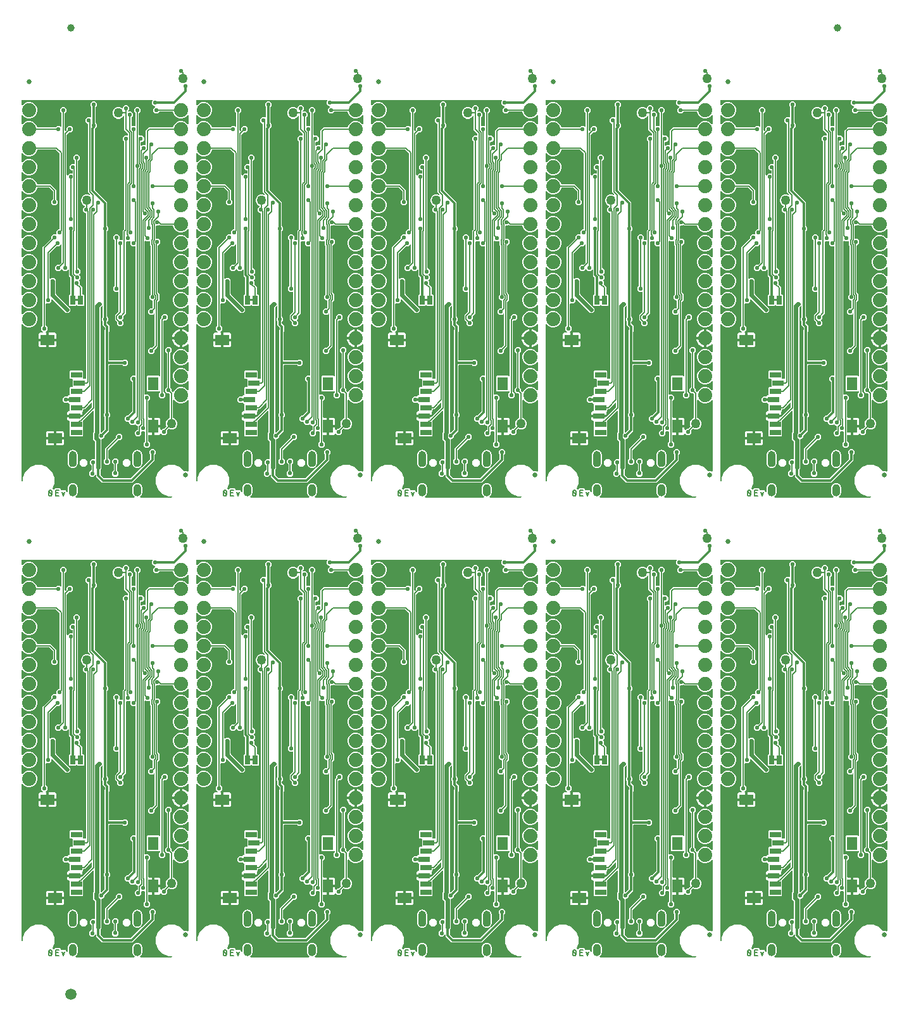
<source format=gbl>
G04 EAGLE Gerber RS-274X export*
G75*
%MOMM*%
%FSLAX34Y34*%
%LPD*%
%INBottom Copper*%
%IPPOS*%
%AMOC8*
5,1,8,0,0,1.08239X$1,22.5*%
G01*
%ADD10C,0.203200*%
%ADD11C,0.635000*%
%ADD12C,1.270000*%
%ADD13C,1.879600*%
%ADD14C,0.654000*%
%ADD15R,0.660400X1.270000*%
%ADD16R,1.400000X1.800000*%
%ADD17R,1.900000X1.400000*%
%ADD18R,1.500000X0.800000*%
%ADD19C,1.000000*%
%ADD20C,1.500000*%
%ADD21C,0.558800*%
%ADD22C,0.304800*%
%ADD23C,0.127000*%
%ADD24C,0.558800*%

G36*
X854255Y617486D02*
X854255Y617486D01*
X854326Y617488D01*
X854375Y617506D01*
X854427Y617514D01*
X854490Y617548D01*
X854557Y617573D01*
X854598Y617605D01*
X854644Y617630D01*
X854693Y617681D01*
X854749Y617726D01*
X854778Y617770D01*
X854813Y617808D01*
X854844Y617873D01*
X854882Y617933D01*
X854895Y617984D01*
X854917Y618031D01*
X854925Y618102D01*
X854942Y618172D01*
X854938Y618224D01*
X854944Y618275D01*
X854929Y618346D01*
X854923Y618417D01*
X854903Y618465D01*
X854892Y618516D01*
X854855Y618577D01*
X854827Y618643D01*
X854782Y618699D01*
X854766Y618727D01*
X854748Y618742D01*
X854722Y618774D01*
X854475Y619021D01*
X854474Y619022D01*
X854473Y619023D01*
X854342Y619128D01*
X853985Y619352D01*
X853981Y619364D01*
X853965Y619386D01*
X853954Y619412D01*
X853895Y619480D01*
X853890Y619488D01*
X853886Y619492D01*
X853834Y619561D01*
X853812Y619577D01*
X853794Y619598D01*
X853711Y619647D01*
X853641Y619695D01*
X853418Y620052D01*
X853417Y620053D01*
X853416Y620054D01*
X853311Y620185D01*
X853013Y620483D01*
X853012Y620496D01*
X853001Y620521D01*
X852996Y620549D01*
X852952Y620633D01*
X852913Y620721D01*
X852894Y620742D01*
X852881Y620766D01*
X852812Y620832D01*
X852755Y620895D01*
X852616Y621292D01*
X852615Y621293D01*
X852615Y621295D01*
X852542Y621446D01*
X852317Y621803D01*
X852319Y621815D01*
X852314Y621842D01*
X852316Y621870D01*
X852291Y621963D01*
X852273Y622057D01*
X852259Y622081D01*
X852252Y622108D01*
X852199Y622188D01*
X852157Y622261D01*
X852110Y622680D01*
X852110Y622681D01*
X852110Y622682D01*
X852072Y622846D01*
X851930Y623252D01*
X851932Y623271D01*
X851939Y623296D01*
X851938Y623327D01*
X851945Y623390D01*
X851945Y624099D01*
X851941Y624127D01*
X851940Y624184D01*
X851877Y624747D01*
X851899Y624787D01*
X851909Y624835D01*
X851927Y624881D01*
X851941Y625006D01*
X851945Y625029D01*
X851944Y625036D01*
X851945Y625047D01*
X851945Y629413D01*
X851937Y629461D01*
X851939Y629510D01*
X851918Y629581D01*
X851906Y629655D01*
X851883Y629699D01*
X851877Y629716D01*
X851940Y630276D01*
X851939Y630305D01*
X851945Y630361D01*
X851945Y631070D01*
X851931Y631155D01*
X851928Y631203D01*
X852072Y631614D01*
X852072Y631616D01*
X852073Y631617D01*
X852110Y631780D01*
X852157Y632199D01*
X852166Y632208D01*
X852179Y632233D01*
X852198Y632253D01*
X852236Y632341D01*
X852281Y632426D01*
X852285Y632453D01*
X852296Y632479D01*
X852304Y632574D01*
X852318Y632658D01*
X852542Y633014D01*
X852542Y633016D01*
X852543Y633017D01*
X852616Y633168D01*
X852755Y633566D01*
X852766Y633572D01*
X852784Y633593D01*
X852807Y633609D01*
X852863Y633686D01*
X852926Y633759D01*
X852936Y633785D01*
X852953Y633807D01*
X852982Y633898D01*
X853014Y633977D01*
X853311Y634275D01*
X853312Y634276D01*
X853313Y634277D01*
X853418Y634408D01*
X853642Y634765D01*
X853654Y634769D01*
X853676Y634785D01*
X853702Y634796D01*
X853774Y634859D01*
X853851Y634916D01*
X853867Y634938D01*
X853888Y634956D01*
X853937Y635039D01*
X853985Y635109D01*
X854342Y635332D01*
X854343Y635333D01*
X854344Y635334D01*
X854475Y635439D01*
X854773Y635737D01*
X854786Y635738D01*
X854811Y635749D01*
X854839Y635754D01*
X854923Y635798D01*
X855011Y635837D01*
X855032Y635856D01*
X855056Y635869D01*
X855122Y635938D01*
X855185Y635995D01*
X855582Y636134D01*
X855583Y636135D01*
X855585Y636135D01*
X855736Y636208D01*
X856093Y636433D01*
X856105Y636431D01*
X856132Y636436D01*
X856160Y636434D01*
X856253Y636459D01*
X856347Y636477D01*
X856371Y636491D01*
X856398Y636498D01*
X856478Y636551D01*
X856551Y636593D01*
X856970Y636640D01*
X856971Y636640D01*
X856972Y636640D01*
X857136Y636678D01*
X857534Y636817D01*
X857546Y636813D01*
X857573Y636812D01*
X857600Y636804D01*
X857696Y636808D01*
X857791Y636804D01*
X857818Y636812D01*
X857846Y636813D01*
X857935Y636847D01*
X858016Y636871D01*
X858435Y636824D01*
X858436Y636824D01*
X858437Y636824D01*
X858605Y636824D01*
X859024Y636871D01*
X859035Y636864D01*
X859062Y636857D01*
X859086Y636844D01*
X859180Y636826D01*
X859273Y636802D01*
X859300Y636803D01*
X859327Y636798D01*
X859422Y636811D01*
X859507Y636817D01*
X859904Y636678D01*
X859906Y636678D01*
X859907Y636677D01*
X860070Y636640D01*
X860489Y636593D01*
X860498Y636584D01*
X860523Y636571D01*
X860543Y636552D01*
X860631Y636514D01*
X860716Y636469D01*
X860743Y636465D01*
X860769Y636454D01*
X860864Y636446D01*
X860948Y636432D01*
X861304Y636208D01*
X861306Y636208D01*
X861307Y636207D01*
X861458Y636134D01*
X861856Y635995D01*
X861862Y635984D01*
X861883Y635966D01*
X861899Y635943D01*
X861976Y635887D01*
X862049Y635824D01*
X862075Y635814D01*
X862097Y635797D01*
X862188Y635768D01*
X862267Y635736D01*
X862565Y635439D01*
X862566Y635438D01*
X862567Y635437D01*
X862698Y635332D01*
X863055Y635108D01*
X863059Y635096D01*
X863075Y635074D01*
X863086Y635048D01*
X863149Y634976D01*
X863206Y634899D01*
X863228Y634883D01*
X863246Y634862D01*
X863329Y634813D01*
X863399Y634765D01*
X863622Y634408D01*
X863623Y634407D01*
X863624Y634406D01*
X863729Y634275D01*
X864027Y633977D01*
X864028Y633964D01*
X864039Y633939D01*
X864044Y633911D01*
X864088Y633827D01*
X864127Y633739D01*
X864146Y633718D01*
X864159Y633694D01*
X864228Y633628D01*
X864285Y633565D01*
X864424Y633168D01*
X864425Y633167D01*
X864425Y633165D01*
X864498Y633014D01*
X864723Y632657D01*
X864721Y632645D01*
X864726Y632618D01*
X864724Y632590D01*
X864749Y632497D01*
X864767Y632403D01*
X864781Y632379D01*
X864788Y632352D01*
X864841Y632272D01*
X864883Y632199D01*
X864930Y631780D01*
X864930Y631779D01*
X864930Y631778D01*
X864968Y631614D01*
X865110Y631208D01*
X865108Y631189D01*
X865101Y631164D01*
X865102Y631133D01*
X865095Y631070D01*
X865095Y630361D01*
X865099Y630333D01*
X865100Y630276D01*
X865163Y629713D01*
X865141Y629673D01*
X865131Y629625D01*
X865113Y629579D01*
X865099Y629454D01*
X865095Y629431D01*
X865096Y629424D01*
X865095Y629413D01*
X865095Y625047D01*
X865103Y624999D01*
X865101Y624950D01*
X865122Y624879D01*
X865134Y624805D01*
X865157Y624761D01*
X865163Y624744D01*
X865100Y624184D01*
X865101Y624155D01*
X865095Y624099D01*
X865095Y623390D01*
X865109Y623305D01*
X865112Y623257D01*
X864968Y622846D01*
X864968Y622844D01*
X864967Y622843D01*
X864930Y622680D01*
X864883Y622261D01*
X864874Y622252D01*
X864861Y622227D01*
X864842Y622207D01*
X864804Y622119D01*
X864759Y622034D01*
X864755Y622007D01*
X864744Y621981D01*
X864736Y621886D01*
X864722Y621802D01*
X864498Y621446D01*
X864498Y621444D01*
X864497Y621443D01*
X864424Y621292D01*
X864285Y620894D01*
X864274Y620888D01*
X864256Y620867D01*
X864233Y620851D01*
X864177Y620774D01*
X864114Y620701D01*
X864104Y620675D01*
X864087Y620653D01*
X864058Y620562D01*
X864026Y620483D01*
X863729Y620185D01*
X863728Y620184D01*
X863727Y620183D01*
X863622Y620052D01*
X863398Y619695D01*
X863386Y619691D01*
X863364Y619675D01*
X863338Y619664D01*
X863266Y619601D01*
X863189Y619544D01*
X863173Y619522D01*
X863152Y619504D01*
X863111Y619435D01*
X863102Y619425D01*
X863094Y619408D01*
X863055Y619351D01*
X862698Y619128D01*
X862697Y619127D01*
X862696Y619126D01*
X862565Y619021D01*
X862318Y618774D01*
X862276Y618716D01*
X862227Y618664D01*
X862205Y618617D01*
X862174Y618575D01*
X862153Y618506D01*
X862123Y618441D01*
X862117Y618389D01*
X862102Y618339D01*
X862104Y618268D01*
X862096Y618197D01*
X862107Y618146D01*
X862108Y618094D01*
X862133Y618026D01*
X862148Y617956D01*
X862175Y617911D01*
X862193Y617863D01*
X862238Y617807D01*
X862274Y617745D01*
X862314Y617711D01*
X862346Y617671D01*
X862407Y617632D01*
X862461Y617585D01*
X862510Y617566D01*
X862553Y617538D01*
X862623Y617520D01*
X862689Y617493D01*
X862761Y617485D01*
X862792Y617477D01*
X862815Y617479D01*
X862856Y617475D01*
X904240Y617475D01*
X904241Y617475D01*
X904256Y617477D01*
X904280Y617476D01*
X904281Y617476D01*
X904381Y617498D01*
X904483Y617515D01*
X904501Y617524D01*
X904521Y617528D01*
X904610Y617581D01*
X904701Y617630D01*
X904715Y617644D01*
X904732Y617655D01*
X904799Y617733D01*
X904870Y617808D01*
X904879Y617826D01*
X904892Y617842D01*
X904930Y617937D01*
X904974Y618031D01*
X904976Y618051D01*
X904983Y618070D01*
X904989Y618173D01*
X905001Y618275D01*
X904997Y618295D01*
X904998Y618315D01*
X904971Y618415D01*
X904949Y618516D01*
X904938Y618533D01*
X904933Y618553D01*
X904875Y618638D01*
X904822Y618727D01*
X904807Y618740D01*
X904796Y618757D01*
X904714Y618820D01*
X904635Y618887D01*
X904617Y618894D01*
X904601Y618907D01*
X904503Y618940D01*
X904407Y618979D01*
X904383Y618982D01*
X904368Y618987D01*
X904304Y618990D01*
X904241Y618997D01*
X900046Y618997D01*
X892298Y622207D01*
X886367Y628138D01*
X883157Y635886D01*
X883157Y644274D01*
X886367Y652022D01*
X892298Y657953D01*
X900046Y661163D01*
X908434Y661163D01*
X916182Y657953D01*
X921513Y652623D01*
X921587Y652570D01*
X921656Y652510D01*
X921686Y652498D01*
X921713Y652479D01*
X921800Y652452D01*
X921884Y652418D01*
X921925Y652414D01*
X921948Y652407D01*
X921980Y652408D01*
X922051Y652400D01*
X925237Y652400D01*
X925546Y652091D01*
X925604Y652049D01*
X925656Y651999D01*
X925703Y651978D01*
X925745Y651947D01*
X925814Y651926D01*
X925879Y651896D01*
X925931Y651890D01*
X925981Y651875D01*
X926052Y651877D01*
X926123Y651869D01*
X926174Y651880D01*
X926226Y651881D01*
X926294Y651906D01*
X926364Y651921D01*
X926409Y651948D01*
X926457Y651966D01*
X926513Y652010D01*
X926575Y652047D01*
X926609Y652087D01*
X926649Y652119D01*
X926688Y652180D01*
X926735Y652234D01*
X926754Y652283D01*
X926782Y652326D01*
X926800Y652396D01*
X926827Y652462D01*
X926835Y652534D01*
X926843Y652565D01*
X926841Y652588D01*
X926845Y652629D01*
X926845Y747000D01*
X926834Y747071D01*
X926832Y747143D01*
X926814Y747192D01*
X926806Y747243D01*
X926772Y747306D01*
X926747Y747374D01*
X926715Y747414D01*
X926690Y747461D01*
X926638Y747510D01*
X926594Y747566D01*
X926550Y747594D01*
X926512Y747630D01*
X926447Y747660D01*
X926387Y747699D01*
X926336Y747712D01*
X926289Y747734D01*
X926218Y747741D01*
X926148Y747759D01*
X926096Y747755D01*
X926045Y747761D01*
X925974Y747745D01*
X925903Y747740D01*
X925855Y747719D01*
X925804Y747708D01*
X925743Y747672D01*
X925677Y747643D01*
X925621Y747599D01*
X925593Y747582D01*
X925578Y747564D01*
X925546Y747539D01*
X923127Y745120D01*
X919113Y743457D01*
X914767Y743457D01*
X910753Y745120D01*
X907699Y748174D01*
X907641Y748216D01*
X907589Y748265D01*
X907542Y748287D01*
X907500Y748317D01*
X907431Y748338D01*
X907366Y748369D01*
X907314Y748374D01*
X907264Y748390D01*
X907193Y748388D01*
X907122Y748396D01*
X907071Y748385D01*
X907019Y748383D01*
X906951Y748359D01*
X906881Y748343D01*
X906836Y748317D01*
X906788Y748299D01*
X906732Y748254D01*
X906670Y748217D01*
X906636Y748178D01*
X906596Y748145D01*
X906557Y748085D01*
X906510Y748030D01*
X906491Y747982D01*
X906463Y747938D01*
X906445Y747869D01*
X906418Y747802D01*
X906410Y747731D01*
X906402Y747700D01*
X906404Y747676D01*
X906400Y747635D01*
X906400Y724418D01*
X906419Y724303D01*
X906436Y724187D01*
X906438Y724181D01*
X906439Y724175D01*
X906494Y724072D01*
X906547Y723967D01*
X906552Y723963D01*
X906555Y723957D01*
X906639Y723878D01*
X906723Y723795D01*
X906729Y723792D01*
X906733Y723788D01*
X906750Y723780D01*
X906870Y723714D01*
X908701Y722956D01*
X910916Y720741D01*
X912115Y717846D01*
X912115Y714714D01*
X910916Y711819D01*
X908701Y709604D01*
X905806Y708405D01*
X902674Y708405D01*
X900843Y709164D01*
X900729Y709190D01*
X900616Y709219D01*
X900609Y709218D01*
X900603Y709220D01*
X900487Y709209D01*
X900370Y709200D01*
X900365Y709197D01*
X900358Y709197D01*
X900251Y709149D01*
X900144Y709104D01*
X900138Y709099D01*
X900134Y709097D01*
X900120Y709084D01*
X900013Y708999D01*
X898622Y707607D01*
X898569Y707533D01*
X898509Y707464D01*
X898497Y707434D01*
X898478Y707408D01*
X898451Y707320D01*
X898417Y707236D01*
X898413Y707195D01*
X898406Y707173D01*
X898407Y707140D01*
X898399Y707069D01*
X898399Y703458D01*
X895869Y700929D01*
X892291Y700929D01*
X890451Y702768D01*
X890356Y702837D01*
X890259Y702908D01*
X890255Y702910D01*
X890252Y702912D01*
X890139Y702947D01*
X890025Y702983D01*
X890020Y702983D01*
X890017Y702984D01*
X889898Y702981D01*
X889779Y702979D01*
X889775Y702978D01*
X889771Y702978D01*
X889659Y702937D01*
X889547Y702898D01*
X889544Y702895D01*
X889540Y702894D01*
X889446Y702819D01*
X889353Y702746D01*
X889350Y702742D01*
X889348Y702740D01*
X889340Y702728D01*
X889254Y702611D01*
X888953Y702090D01*
X888480Y701617D01*
X887901Y701282D01*
X887254Y701109D01*
X881443Y701109D01*
X881443Y711127D01*
X889461Y711127D01*
X889461Y708574D01*
X889472Y708503D01*
X889474Y708431D01*
X889492Y708382D01*
X889500Y708331D01*
X889534Y708267D01*
X889559Y708200D01*
X889591Y708159D01*
X889616Y708113D01*
X889668Y708064D01*
X889712Y708008D01*
X889756Y707980D01*
X889794Y707944D01*
X889859Y707914D01*
X889919Y707875D01*
X889970Y707862D01*
X890017Y707840D01*
X890088Y707832D01*
X890158Y707815D01*
X890210Y707819D01*
X890261Y707813D01*
X890332Y707829D01*
X890403Y707834D01*
X890451Y707854D01*
X890502Y707866D01*
X890563Y707902D01*
X890629Y707930D01*
X890685Y707975D01*
X890713Y707992D01*
X890728Y708010D01*
X890760Y708035D01*
X892291Y709566D01*
X894156Y709566D01*
X894247Y709581D01*
X894337Y709588D01*
X894367Y709601D01*
X894399Y709606D01*
X894480Y709648D01*
X894564Y709684D01*
X894596Y709710D01*
X894617Y709721D01*
X894634Y709740D01*
X894636Y709741D01*
X894643Y709748D01*
X894695Y709789D01*
X896959Y712053D01*
X897027Y712148D01*
X897097Y712242D01*
X897099Y712248D01*
X897102Y712253D01*
X897137Y712364D01*
X897173Y712476D01*
X897173Y712482D01*
X897175Y712488D01*
X897172Y712605D01*
X897170Y712722D01*
X897168Y712729D01*
X897168Y712734D01*
X897162Y712751D01*
X897124Y712883D01*
X896365Y714714D01*
X896365Y717846D01*
X897564Y720741D01*
X899779Y722956D01*
X901610Y723714D01*
X901710Y723776D01*
X901810Y723836D01*
X901814Y723841D01*
X901819Y723844D01*
X901894Y723934D01*
X901970Y724023D01*
X901972Y724029D01*
X901976Y724033D01*
X902018Y724141D01*
X902062Y724251D01*
X902063Y724258D01*
X902064Y724263D01*
X902065Y724281D01*
X902080Y724418D01*
X902080Y755650D01*
X902077Y755670D01*
X902079Y755689D01*
X902057Y755791D01*
X902041Y755893D01*
X902031Y755910D01*
X902027Y755930D01*
X901974Y756019D01*
X901925Y756110D01*
X901911Y756124D01*
X901901Y756141D01*
X901822Y756208D01*
X901747Y756280D01*
X901729Y756288D01*
X901714Y756301D01*
X901618Y756340D01*
X901524Y756383D01*
X901504Y756385D01*
X901486Y756393D01*
X901319Y756411D01*
X898641Y756411D01*
X896111Y758941D01*
X896111Y762519D01*
X898047Y764455D01*
X898100Y764529D01*
X898160Y764598D01*
X898172Y764628D01*
X898191Y764655D01*
X898218Y764742D01*
X898252Y764826D01*
X898256Y764867D01*
X898263Y764890D01*
X898262Y764922D01*
X898270Y764993D01*
X898270Y809807D01*
X898256Y809897D01*
X898248Y809988D01*
X898236Y810018D01*
X898231Y810050D01*
X898188Y810130D01*
X898152Y810214D01*
X898126Y810246D01*
X898115Y810267D01*
X898092Y810289D01*
X898047Y810345D01*
X896111Y812281D01*
X896111Y815859D01*
X898641Y818389D01*
X902219Y818389D01*
X904749Y815859D01*
X904749Y812281D01*
X902813Y810345D01*
X902760Y810271D01*
X902700Y810202D01*
X902688Y810172D01*
X902669Y810145D01*
X902642Y810058D01*
X902608Y809974D01*
X902604Y809933D01*
X902597Y809910D01*
X902598Y809878D01*
X902590Y809807D01*
X902590Y764993D01*
X902604Y764903D01*
X902612Y764812D01*
X902624Y764782D01*
X902629Y764750D01*
X902672Y764670D01*
X902708Y764586D01*
X902734Y764554D01*
X902745Y764533D01*
X902768Y764511D01*
X902813Y764455D01*
X904749Y762519D01*
X904749Y759781D01*
X904763Y759691D01*
X904771Y759600D01*
X904783Y759570D01*
X904788Y759538D01*
X904831Y759458D01*
X904867Y759374D01*
X904893Y759341D01*
X904904Y759321D01*
X904927Y759299D01*
X904972Y759243D01*
X905693Y758521D01*
X905731Y758494D01*
X905762Y758460D01*
X905806Y758436D01*
X905829Y758416D01*
X905852Y758407D01*
X905893Y758377D01*
X905937Y758364D01*
X905977Y758342D01*
X906044Y758330D01*
X906057Y758324D01*
X906070Y758323D01*
X906128Y758305D01*
X906174Y758306D01*
X906219Y758298D01*
X906296Y758309D01*
X906374Y758311D01*
X906417Y758327D01*
X906463Y758334D01*
X906532Y758369D01*
X906605Y758396D01*
X906641Y758425D01*
X906682Y758445D01*
X906736Y758501D01*
X906797Y758550D01*
X906822Y758588D01*
X906854Y758621D01*
X906863Y758638D01*
X906864Y758639D01*
X906866Y758644D01*
X906920Y758741D01*
X906930Y758757D01*
X906931Y758761D01*
X906935Y758768D01*
X907680Y760567D01*
X910753Y763640D01*
X914767Y765303D01*
X919113Y765303D01*
X923127Y763640D01*
X925546Y761221D01*
X925604Y761179D01*
X925656Y761130D01*
X925703Y761108D01*
X925745Y761078D01*
X925814Y761057D01*
X925879Y761026D01*
X925931Y761021D01*
X925981Y761005D01*
X926052Y761007D01*
X926123Y760999D01*
X926174Y761010D01*
X926226Y761012D01*
X926294Y761036D01*
X926364Y761052D01*
X926409Y761078D01*
X926457Y761096D01*
X926513Y761141D01*
X926575Y761178D01*
X926609Y761217D01*
X926649Y761250D01*
X926688Y761310D01*
X926735Y761365D01*
X926754Y761413D01*
X926782Y761457D01*
X926800Y761526D01*
X926827Y761593D01*
X926835Y761664D01*
X926843Y761695D01*
X926841Y761719D01*
X926845Y761760D01*
X926845Y772400D01*
X926834Y772471D01*
X926832Y772543D01*
X926814Y772592D01*
X926806Y772643D01*
X926772Y772706D01*
X926747Y772774D01*
X926715Y772814D01*
X926690Y772861D01*
X926638Y772910D01*
X926594Y772966D01*
X926550Y772994D01*
X926512Y773030D01*
X926447Y773060D01*
X926387Y773099D01*
X926336Y773112D01*
X926289Y773134D01*
X926218Y773141D01*
X926148Y773159D01*
X926096Y773155D01*
X926045Y773161D01*
X925974Y773145D01*
X925903Y773140D01*
X925855Y773119D01*
X925804Y773108D01*
X925743Y773072D01*
X925677Y773043D01*
X925621Y772999D01*
X925593Y772982D01*
X925578Y772964D01*
X925546Y772939D01*
X923127Y770520D01*
X919113Y768857D01*
X914767Y768857D01*
X910753Y770520D01*
X907680Y773593D01*
X906017Y777607D01*
X906017Y781953D01*
X907680Y785967D01*
X910753Y789040D01*
X914767Y790703D01*
X919113Y790703D01*
X923127Y789040D01*
X925546Y786621D01*
X925604Y786579D01*
X925656Y786530D01*
X925703Y786508D01*
X925745Y786478D01*
X925814Y786457D01*
X925879Y786426D01*
X925931Y786421D01*
X925981Y786405D01*
X926052Y786407D01*
X926123Y786399D01*
X926174Y786410D01*
X926226Y786412D01*
X926294Y786436D01*
X926364Y786452D01*
X926409Y786478D01*
X926457Y786496D01*
X926513Y786541D01*
X926575Y786578D01*
X926609Y786617D01*
X926649Y786650D01*
X926688Y786710D01*
X926735Y786765D01*
X926754Y786813D01*
X926782Y786857D01*
X926800Y786926D01*
X926827Y786993D01*
X926835Y787064D01*
X926843Y787095D01*
X926841Y787119D01*
X926845Y787160D01*
X926845Y797800D01*
X926834Y797871D01*
X926832Y797943D01*
X926814Y797992D01*
X926806Y798043D01*
X926772Y798106D01*
X926747Y798174D01*
X926715Y798214D01*
X926690Y798261D01*
X926638Y798310D01*
X926594Y798366D01*
X926550Y798394D01*
X926512Y798430D01*
X926447Y798460D01*
X926387Y798499D01*
X926336Y798512D01*
X926289Y798534D01*
X926218Y798541D01*
X926148Y798559D01*
X926096Y798555D01*
X926045Y798561D01*
X925974Y798545D01*
X925903Y798540D01*
X925855Y798519D01*
X925804Y798508D01*
X925743Y798472D01*
X925677Y798443D01*
X925621Y798399D01*
X925593Y798382D01*
X925578Y798364D01*
X925546Y798339D01*
X923127Y795920D01*
X919113Y794257D01*
X914767Y794257D01*
X910753Y795920D01*
X907680Y798993D01*
X906017Y803007D01*
X906017Y807353D01*
X907680Y811367D01*
X910753Y814440D01*
X914767Y816103D01*
X919113Y816103D01*
X923127Y814440D01*
X925546Y812021D01*
X925604Y811979D01*
X925656Y811930D01*
X925703Y811908D01*
X925745Y811878D01*
X925814Y811857D01*
X925879Y811826D01*
X925931Y811821D01*
X925981Y811805D01*
X926052Y811807D01*
X926123Y811799D01*
X926174Y811810D01*
X926226Y811812D01*
X926294Y811836D01*
X926364Y811852D01*
X926409Y811878D01*
X926457Y811896D01*
X926513Y811941D01*
X926575Y811978D01*
X926609Y812017D01*
X926649Y812050D01*
X926688Y812110D01*
X926735Y812165D01*
X926754Y812213D01*
X926782Y812257D01*
X926800Y812326D01*
X926827Y812393D01*
X926835Y812464D01*
X926843Y812495D01*
X926841Y812519D01*
X926845Y812560D01*
X926845Y821764D01*
X926834Y821834D01*
X926832Y821906D01*
X926814Y821955D01*
X926806Y822006D01*
X926772Y822070D01*
X926747Y822137D01*
X926715Y822178D01*
X926690Y822224D01*
X926638Y822273D01*
X926594Y822329D01*
X926550Y822357D01*
X926512Y822393D01*
X926447Y822423D01*
X926387Y822462D01*
X926336Y822475D01*
X926289Y822497D01*
X926218Y822505D01*
X926148Y822522D01*
X926096Y822518D01*
X926045Y822524D01*
X925974Y822509D01*
X925903Y822503D01*
X925855Y822483D01*
X925804Y822472D01*
X925743Y822435D01*
X925677Y822407D01*
X925621Y822362D01*
X925593Y822345D01*
X925578Y822328D01*
X925546Y822302D01*
X924718Y821474D01*
X923197Y820369D01*
X921523Y819516D01*
X919736Y818935D01*
X918463Y818734D01*
X918463Y829818D01*
X918460Y829838D01*
X918462Y829857D01*
X918440Y829959D01*
X918423Y830061D01*
X918414Y830078D01*
X918410Y830098D01*
X918357Y830187D01*
X918308Y830278D01*
X918294Y830292D01*
X918284Y830309D01*
X918205Y830376D01*
X918130Y830447D01*
X918112Y830456D01*
X918097Y830469D01*
X918001Y830507D01*
X917907Y830551D01*
X917887Y830553D01*
X917869Y830561D01*
X917702Y830579D01*
X916939Y830579D01*
X916939Y830581D01*
X917702Y830581D01*
X917722Y830584D01*
X917741Y830582D01*
X917843Y830604D01*
X917945Y830621D01*
X917962Y830630D01*
X917982Y830634D01*
X918071Y830687D01*
X918162Y830736D01*
X918176Y830750D01*
X918193Y830760D01*
X918260Y830839D01*
X918331Y830914D01*
X918340Y830932D01*
X918353Y830947D01*
X918392Y831043D01*
X918435Y831137D01*
X918437Y831157D01*
X918445Y831175D01*
X918463Y831342D01*
X918463Y842426D01*
X919736Y842225D01*
X921523Y841644D01*
X923197Y840791D01*
X924718Y839686D01*
X925546Y838858D01*
X925604Y838816D01*
X925656Y838767D01*
X925703Y838745D01*
X925745Y838715D01*
X925814Y838694D01*
X925879Y838663D01*
X925931Y838658D01*
X925981Y838642D01*
X926052Y838644D01*
X926123Y838636D01*
X926174Y838647D01*
X926226Y838649D01*
X926294Y838673D01*
X926364Y838688D01*
X926409Y838715D01*
X926457Y838733D01*
X926513Y838778D01*
X926575Y838815D01*
X926609Y838854D01*
X926649Y838887D01*
X926688Y838947D01*
X926735Y839002D01*
X926754Y839050D01*
X926782Y839094D01*
X926800Y839163D01*
X926827Y839230D01*
X926835Y839301D01*
X926843Y839332D01*
X926841Y839356D01*
X926845Y839396D01*
X926845Y848600D01*
X926834Y848671D01*
X926832Y848743D01*
X926814Y848792D01*
X926806Y848843D01*
X926772Y848906D01*
X926747Y848974D01*
X926715Y849014D01*
X926690Y849061D01*
X926638Y849110D01*
X926594Y849166D01*
X926550Y849194D01*
X926512Y849230D01*
X926447Y849260D01*
X926387Y849299D01*
X926336Y849312D01*
X926289Y849334D01*
X926218Y849341D01*
X926148Y849359D01*
X926096Y849355D01*
X926045Y849361D01*
X925974Y849345D01*
X925903Y849340D01*
X925855Y849319D01*
X925804Y849308D01*
X925743Y849272D01*
X925677Y849243D01*
X925621Y849199D01*
X925593Y849182D01*
X925578Y849164D01*
X925546Y849139D01*
X923127Y846720D01*
X919113Y845057D01*
X914767Y845057D01*
X910753Y846720D01*
X907680Y849793D01*
X906017Y853807D01*
X906017Y858153D01*
X907680Y862167D01*
X910753Y865240D01*
X914767Y866903D01*
X919113Y866903D01*
X923127Y865240D01*
X925546Y862821D01*
X925604Y862779D01*
X925656Y862730D01*
X925703Y862708D01*
X925745Y862678D01*
X925814Y862657D01*
X925879Y862626D01*
X925931Y862621D01*
X925981Y862605D01*
X926052Y862607D01*
X926123Y862599D01*
X926174Y862610D01*
X926226Y862612D01*
X926294Y862636D01*
X926364Y862652D01*
X926409Y862678D01*
X926457Y862696D01*
X926513Y862741D01*
X926575Y862778D01*
X926609Y862817D01*
X926649Y862850D01*
X926688Y862910D01*
X926735Y862965D01*
X926754Y863013D01*
X926782Y863057D01*
X926800Y863126D01*
X926827Y863193D01*
X926835Y863264D01*
X926843Y863295D01*
X926841Y863319D01*
X926845Y863360D01*
X926845Y874000D01*
X926834Y874071D01*
X926832Y874143D01*
X926814Y874192D01*
X926806Y874243D01*
X926772Y874306D01*
X926747Y874374D01*
X926715Y874414D01*
X926690Y874461D01*
X926638Y874510D01*
X926594Y874566D01*
X926550Y874594D01*
X926512Y874630D01*
X926447Y874660D01*
X926387Y874699D01*
X926336Y874712D01*
X926289Y874734D01*
X926218Y874741D01*
X926148Y874759D01*
X926096Y874755D01*
X926045Y874761D01*
X925974Y874745D01*
X925903Y874740D01*
X925855Y874719D01*
X925804Y874708D01*
X925743Y874672D01*
X925677Y874643D01*
X925621Y874599D01*
X925593Y874582D01*
X925578Y874564D01*
X925546Y874539D01*
X923127Y872120D01*
X919113Y870457D01*
X914767Y870457D01*
X910753Y872120D01*
X907680Y875193D01*
X906017Y879207D01*
X906017Y883553D01*
X907680Y887567D01*
X910753Y890640D01*
X914767Y892303D01*
X919113Y892303D01*
X923127Y890640D01*
X925546Y888221D01*
X925604Y888179D01*
X925656Y888130D01*
X925703Y888108D01*
X925745Y888078D01*
X925814Y888057D01*
X925879Y888026D01*
X925931Y888021D01*
X925981Y888005D01*
X926052Y888007D01*
X926123Y887999D01*
X926174Y888010D01*
X926226Y888012D01*
X926294Y888036D01*
X926364Y888052D01*
X926409Y888078D01*
X926457Y888096D01*
X926513Y888141D01*
X926575Y888178D01*
X926609Y888217D01*
X926649Y888250D01*
X926688Y888310D01*
X926735Y888365D01*
X926754Y888413D01*
X926782Y888457D01*
X926800Y888526D01*
X926827Y888593D01*
X926835Y888664D01*
X926843Y888695D01*
X926841Y888719D01*
X926845Y888760D01*
X926845Y899400D01*
X926834Y899471D01*
X926832Y899543D01*
X926814Y899592D01*
X926806Y899643D01*
X926772Y899706D01*
X926747Y899774D01*
X926715Y899814D01*
X926690Y899861D01*
X926638Y899910D01*
X926594Y899966D01*
X926550Y899994D01*
X926512Y900030D01*
X926447Y900060D01*
X926387Y900099D01*
X926336Y900112D01*
X926289Y900134D01*
X926218Y900141D01*
X926148Y900159D01*
X926096Y900155D01*
X926045Y900161D01*
X925974Y900145D01*
X925903Y900140D01*
X925855Y900119D01*
X925804Y900108D01*
X925743Y900072D01*
X925677Y900043D01*
X925621Y899999D01*
X925593Y899982D01*
X925578Y899964D01*
X925546Y899939D01*
X923127Y897520D01*
X919113Y895857D01*
X914767Y895857D01*
X910753Y897520D01*
X907680Y900593D01*
X906017Y904607D01*
X906017Y908953D01*
X907680Y912967D01*
X910753Y916040D01*
X914767Y917703D01*
X919113Y917703D01*
X923127Y916040D01*
X925546Y913621D01*
X925604Y913579D01*
X925656Y913530D01*
X925703Y913508D01*
X925745Y913478D01*
X925814Y913457D01*
X925879Y913426D01*
X925931Y913421D01*
X925981Y913405D01*
X926052Y913407D01*
X926123Y913399D01*
X926174Y913410D01*
X926226Y913412D01*
X926294Y913436D01*
X926364Y913452D01*
X926409Y913478D01*
X926457Y913496D01*
X926513Y913541D01*
X926575Y913578D01*
X926609Y913617D01*
X926649Y913650D01*
X926688Y913710D01*
X926735Y913765D01*
X926754Y913813D01*
X926782Y913857D01*
X926800Y913926D01*
X926827Y913993D01*
X926835Y914064D01*
X926843Y914095D01*
X926841Y914119D01*
X926845Y914160D01*
X926845Y924800D01*
X926834Y924871D01*
X926832Y924943D01*
X926814Y924992D01*
X926806Y925043D01*
X926772Y925106D01*
X926747Y925174D01*
X926715Y925214D01*
X926690Y925261D01*
X926638Y925310D01*
X926594Y925366D01*
X926550Y925394D01*
X926512Y925430D01*
X926447Y925460D01*
X926387Y925499D01*
X926336Y925512D01*
X926289Y925534D01*
X926218Y925541D01*
X926148Y925559D01*
X926096Y925555D01*
X926045Y925561D01*
X925974Y925545D01*
X925903Y925540D01*
X925855Y925519D01*
X925804Y925508D01*
X925743Y925472D01*
X925677Y925443D01*
X925621Y925399D01*
X925593Y925382D01*
X925578Y925364D01*
X925546Y925339D01*
X923127Y922920D01*
X919113Y921257D01*
X914767Y921257D01*
X910753Y922920D01*
X907680Y925993D01*
X906017Y930007D01*
X906017Y934353D01*
X907680Y938367D01*
X910753Y941440D01*
X914767Y943103D01*
X919113Y943103D01*
X923127Y941440D01*
X925546Y939021D01*
X925604Y938979D01*
X925656Y938930D01*
X925703Y938908D01*
X925745Y938878D01*
X925814Y938857D01*
X925879Y938826D01*
X925931Y938821D01*
X925981Y938805D01*
X926052Y938807D01*
X926123Y938799D01*
X926174Y938810D01*
X926226Y938812D01*
X926294Y938836D01*
X926364Y938852D01*
X926409Y938878D01*
X926457Y938896D01*
X926513Y938941D01*
X926575Y938978D01*
X926609Y939017D01*
X926649Y939050D01*
X926688Y939110D01*
X926735Y939165D01*
X926754Y939213D01*
X926782Y939257D01*
X926800Y939326D01*
X926827Y939393D01*
X926835Y939464D01*
X926843Y939495D01*
X926841Y939519D01*
X926845Y939560D01*
X926845Y950200D01*
X926834Y950271D01*
X926832Y950343D01*
X926814Y950392D01*
X926806Y950443D01*
X926772Y950506D01*
X926747Y950574D01*
X926715Y950614D01*
X926690Y950661D01*
X926638Y950710D01*
X926594Y950766D01*
X926550Y950794D01*
X926512Y950830D01*
X926447Y950860D01*
X926387Y950899D01*
X926336Y950912D01*
X926289Y950934D01*
X926218Y950941D01*
X926148Y950959D01*
X926096Y950955D01*
X926045Y950961D01*
X925974Y950945D01*
X925903Y950940D01*
X925855Y950919D01*
X925804Y950908D01*
X925743Y950872D01*
X925677Y950843D01*
X925621Y950799D01*
X925593Y950782D01*
X925578Y950764D01*
X925546Y950739D01*
X923127Y948320D01*
X919113Y946657D01*
X914767Y946657D01*
X910753Y948320D01*
X907680Y951393D01*
X906017Y955407D01*
X906017Y959753D01*
X907680Y963767D01*
X910753Y966840D01*
X914767Y968503D01*
X919113Y968503D01*
X923127Y966840D01*
X925546Y964421D01*
X925604Y964379D01*
X925656Y964330D01*
X925703Y964308D01*
X925745Y964278D01*
X925814Y964257D01*
X925879Y964226D01*
X925931Y964221D01*
X925981Y964205D01*
X926052Y964207D01*
X926123Y964199D01*
X926174Y964210D01*
X926226Y964212D01*
X926294Y964236D01*
X926364Y964252D01*
X926409Y964278D01*
X926457Y964296D01*
X926513Y964341D01*
X926575Y964378D01*
X926609Y964417D01*
X926649Y964450D01*
X926688Y964510D01*
X926735Y964565D01*
X926754Y964613D01*
X926782Y964657D01*
X926800Y964726D01*
X926827Y964793D01*
X926835Y964864D01*
X926843Y964895D01*
X926841Y964919D01*
X926845Y964960D01*
X926845Y975600D01*
X926834Y975671D01*
X926832Y975743D01*
X926814Y975792D01*
X926806Y975843D01*
X926772Y975906D01*
X926747Y975974D01*
X926715Y976014D01*
X926690Y976061D01*
X926638Y976110D01*
X926594Y976166D01*
X926550Y976194D01*
X926512Y976230D01*
X926447Y976260D01*
X926387Y976299D01*
X926336Y976312D01*
X926289Y976334D01*
X926218Y976341D01*
X926148Y976359D01*
X926096Y976355D01*
X926045Y976361D01*
X925974Y976345D01*
X925903Y976340D01*
X925855Y976319D01*
X925804Y976308D01*
X925743Y976272D01*
X925677Y976243D01*
X925621Y976199D01*
X925593Y976182D01*
X925578Y976164D01*
X925546Y976139D01*
X923127Y973720D01*
X919113Y972057D01*
X914767Y972057D01*
X910753Y973720D01*
X907680Y976793D01*
X906207Y980350D01*
X906145Y980450D01*
X906085Y980550D01*
X906080Y980554D01*
X906077Y980559D01*
X905987Y980634D01*
X905898Y980710D01*
X905892Y980712D01*
X905887Y980716D01*
X905779Y980758D01*
X905670Y980802D01*
X905662Y980803D01*
X905658Y980804D01*
X905640Y980805D01*
X905503Y980820D01*
X889375Y980820D01*
X888525Y981671D01*
X888509Y981682D01*
X888496Y981698D01*
X888409Y981754D01*
X888325Y981814D01*
X888306Y981820D01*
X888289Y981831D01*
X888189Y981856D01*
X888090Y981887D01*
X888070Y981886D01*
X888051Y981891D01*
X887948Y981883D01*
X887844Y981880D01*
X887825Y981873D01*
X887806Y981872D01*
X887711Y981831D01*
X887613Y981796D01*
X887598Y981783D01*
X887579Y981776D01*
X887448Y981671D01*
X886979Y981201D01*
X884301Y981201D01*
X884281Y981198D01*
X884262Y981200D01*
X884160Y981178D01*
X884058Y981162D01*
X884041Y981152D01*
X884021Y981148D01*
X883932Y981095D01*
X883841Y981046D01*
X883827Y981032D01*
X883810Y981022D01*
X883743Y980943D01*
X883671Y980868D01*
X883663Y980850D01*
X883650Y980835D01*
X883611Y980739D01*
X883568Y980645D01*
X883566Y980625D01*
X883558Y980607D01*
X883540Y980440D01*
X883540Y963930D01*
X883543Y963910D01*
X883541Y963891D01*
X883563Y963789D01*
X883579Y963687D01*
X883589Y963670D01*
X883593Y963650D01*
X883646Y963561D01*
X883695Y963470D01*
X883709Y963456D01*
X883719Y963439D01*
X883798Y963372D01*
X883873Y963300D01*
X883891Y963292D01*
X883906Y963279D01*
X884002Y963240D01*
X884096Y963197D01*
X884116Y963195D01*
X884134Y963187D01*
X884301Y963169D01*
X886979Y963169D01*
X889509Y960639D01*
X889509Y957061D01*
X886979Y954531D01*
X886841Y954531D01*
X886821Y954528D01*
X886802Y954530D01*
X886700Y954508D01*
X886598Y954492D01*
X886581Y954482D01*
X886561Y954478D01*
X886472Y954425D01*
X886381Y954376D01*
X886367Y954362D01*
X886350Y954352D01*
X886283Y954273D01*
X886211Y954198D01*
X886203Y954180D01*
X886190Y954165D01*
X886151Y954069D01*
X886108Y953975D01*
X886106Y953955D01*
X886098Y953937D01*
X886080Y953770D01*
X886080Y891557D01*
X886094Y891467D01*
X886102Y891376D01*
X886114Y891347D01*
X886119Y891315D01*
X886162Y891234D01*
X886198Y891150D01*
X886224Y891118D01*
X886235Y891097D01*
X886258Y891075D01*
X886303Y891019D01*
X888239Y889083D01*
X888239Y881297D01*
X886303Y879361D01*
X886250Y879287D01*
X886190Y879217D01*
X886178Y879187D01*
X886159Y879161D01*
X886132Y879074D01*
X886098Y878989D01*
X886094Y878948D01*
X886087Y878926D01*
X886088Y878894D01*
X886080Y878823D01*
X886080Y819145D01*
X884592Y817657D01*
X882112Y815177D01*
X882068Y815117D01*
X882020Y815067D01*
X882013Y815050D01*
X881999Y815034D01*
X881987Y815004D01*
X881968Y814978D01*
X881946Y814907D01*
X881917Y814843D01*
X881915Y814825D01*
X881907Y814806D01*
X881903Y814765D01*
X881896Y814743D01*
X881897Y814710D01*
X881889Y814639D01*
X881889Y811901D01*
X879359Y809371D01*
X875781Y809371D01*
X873251Y811901D01*
X873251Y815479D01*
X875781Y818009D01*
X878519Y818009D01*
X878609Y818023D01*
X878700Y818031D01*
X878730Y818043D01*
X878762Y818048D01*
X878842Y818091D01*
X878926Y818127D01*
X878959Y818153D01*
X878979Y818164D01*
X879001Y818187D01*
X879057Y818232D01*
X881537Y820712D01*
X881590Y820786D01*
X881650Y820855D01*
X881662Y820885D01*
X881681Y820911D01*
X881708Y820998D01*
X881742Y821083D01*
X881746Y821124D01*
X881753Y821146D01*
X881752Y821179D01*
X881760Y821250D01*
X881760Y862385D01*
X881749Y862456D01*
X881747Y862527D01*
X881729Y862576D01*
X881721Y862628D01*
X881687Y862691D01*
X881662Y862758D01*
X881630Y862799D01*
X881605Y862845D01*
X881553Y862894D01*
X881509Y862950D01*
X881465Y862979D01*
X881427Y863014D01*
X881362Y863045D01*
X881302Y863083D01*
X881251Y863096D01*
X881204Y863118D01*
X881133Y863126D01*
X881063Y863143D01*
X881011Y863139D01*
X880960Y863145D01*
X880889Y863130D01*
X880818Y863124D01*
X880770Y863104D01*
X880719Y863093D01*
X880658Y863056D01*
X880592Y863028D01*
X880536Y862983D01*
X880508Y862967D01*
X880493Y862949D01*
X880461Y862923D01*
X879359Y861821D01*
X875781Y861821D01*
X873251Y864351D01*
X873251Y867929D01*
X875781Y870459D01*
X878459Y870459D01*
X878479Y870462D01*
X878498Y870460D01*
X878600Y870482D01*
X878702Y870498D01*
X878719Y870508D01*
X878739Y870512D01*
X878828Y870565D01*
X878919Y870614D01*
X878933Y870628D01*
X878950Y870638D01*
X879017Y870717D01*
X879089Y870792D01*
X879097Y870810D01*
X879110Y870825D01*
X879149Y870921D01*
X879192Y871015D01*
X879194Y871035D01*
X879202Y871053D01*
X879220Y871220D01*
X879220Y880110D01*
X879217Y880128D01*
X879219Y880145D01*
X879219Y880147D01*
X879219Y880149D01*
X879197Y880251D01*
X879181Y880353D01*
X879171Y880370D01*
X879167Y880390D01*
X879114Y880479D01*
X879065Y880570D01*
X879051Y880584D01*
X879041Y880601D01*
X878962Y880668D01*
X878887Y880740D01*
X878869Y880748D01*
X878854Y880761D01*
X878758Y880800D01*
X878664Y880843D01*
X878644Y880845D01*
X878626Y880853D01*
X878459Y880871D01*
X877051Y880871D01*
X874521Y883401D01*
X874521Y886979D01*
X876457Y888915D01*
X876510Y888989D01*
X876570Y889058D01*
X876582Y889088D01*
X876601Y889115D01*
X876628Y889202D01*
X876662Y889286D01*
X876666Y889327D01*
X876673Y889350D01*
X876672Y889382D01*
X876680Y889453D01*
X876680Y953753D01*
X876666Y953843D01*
X876658Y953934D01*
X876646Y953963D01*
X876641Y953995D01*
X876598Y954076D01*
X876562Y954160D01*
X876536Y954192D01*
X876525Y954213D01*
X876502Y954235D01*
X876457Y954291D01*
X875791Y954957D01*
X875791Y959286D01*
X875789Y959302D01*
X875790Y959315D01*
X875779Y959365D01*
X875778Y959428D01*
X875760Y959477D01*
X875752Y959529D01*
X875739Y959553D01*
X875738Y959556D01*
X875730Y959568D01*
X875718Y959592D01*
X875693Y959659D01*
X875661Y959700D01*
X875636Y959746D01*
X875585Y959795D01*
X875540Y959851D01*
X875496Y959880D01*
X875458Y959915D01*
X875393Y959946D01*
X875333Y959984D01*
X875282Y959997D01*
X875235Y960019D01*
X875164Y960027D01*
X875094Y960044D01*
X875042Y960040D01*
X874991Y960046D01*
X874920Y960031D01*
X874849Y960025D01*
X874801Y960005D01*
X874750Y959994D01*
X874689Y959957D01*
X874623Y959929D01*
X874573Y959889D01*
X874560Y959882D01*
X874555Y959877D01*
X874539Y959868D01*
X874524Y959850D01*
X874492Y959824D01*
X874279Y959611D01*
X870701Y959611D01*
X869599Y960713D01*
X869541Y960755D01*
X869489Y960804D01*
X869442Y960826D01*
X869400Y960857D01*
X869331Y960878D01*
X869266Y960908D01*
X869214Y960914D01*
X869164Y960929D01*
X869093Y960927D01*
X869022Y960935D01*
X868971Y960924D01*
X868919Y960923D01*
X868851Y960898D01*
X868781Y960883D01*
X868736Y960856D01*
X868688Y960838D01*
X868632Y960793D01*
X868570Y960757D01*
X868536Y960717D01*
X868496Y960685D01*
X868457Y960624D01*
X868410Y960570D01*
X868391Y960521D01*
X868363Y960478D01*
X868345Y960408D01*
X868318Y960342D01*
X868310Y960270D01*
X868302Y960239D01*
X868304Y960216D01*
X868300Y960175D01*
X868300Y755595D01*
X868311Y755524D01*
X868313Y755453D01*
X868331Y755404D01*
X868339Y755352D01*
X868373Y755289D01*
X868398Y755222D01*
X868430Y755181D01*
X868455Y755135D01*
X868507Y755086D01*
X868551Y755030D01*
X868595Y755001D01*
X868633Y754966D01*
X868698Y754935D01*
X868758Y754897D01*
X868809Y754884D01*
X868856Y754862D01*
X868927Y754854D01*
X868997Y754837D01*
X869049Y754841D01*
X869100Y754835D01*
X869171Y754850D01*
X869242Y754856D01*
X869290Y754876D01*
X869341Y754887D01*
X869343Y754889D01*
X873009Y754889D01*
X875539Y752359D01*
X875539Y748781D01*
X873603Y746845D01*
X873550Y746771D01*
X873490Y746702D01*
X873478Y746672D01*
X873459Y746645D01*
X873432Y746558D01*
X873398Y746474D01*
X873394Y746433D01*
X873387Y746410D01*
X873388Y746378D01*
X873380Y746307D01*
X873380Y724952D01*
X873383Y724932D01*
X873381Y724913D01*
X873403Y724811D01*
X873419Y724709D01*
X873429Y724692D01*
X873433Y724672D01*
X873486Y724583D01*
X873535Y724492D01*
X873549Y724478D01*
X873559Y724461D01*
X873638Y724394D01*
X873713Y724322D01*
X873731Y724314D01*
X873746Y724301D01*
X873842Y724262D01*
X873936Y724219D01*
X873956Y724217D01*
X873974Y724209D01*
X874141Y724191D01*
X878397Y724191D01*
X878397Y713412D01*
X878400Y713392D01*
X878398Y713373D01*
X878420Y713271D01*
X878437Y713169D01*
X878446Y713152D01*
X878450Y713132D01*
X878503Y713043D01*
X878552Y712952D01*
X878566Y712938D01*
X878576Y712921D01*
X878655Y712854D01*
X878730Y712783D01*
X878748Y712774D01*
X878763Y712761D01*
X878859Y712722D01*
X878953Y712679D01*
X878973Y712677D01*
X878991Y712669D01*
X879158Y712651D01*
X879921Y712651D01*
X879921Y712649D01*
X879158Y712649D01*
X879138Y712646D01*
X879119Y712648D01*
X879017Y712626D01*
X878915Y712609D01*
X878898Y712600D01*
X878878Y712596D01*
X878789Y712543D01*
X878698Y712494D01*
X878684Y712480D01*
X878667Y712470D01*
X878600Y712391D01*
X878529Y712316D01*
X878520Y712298D01*
X878507Y712283D01*
X878468Y712187D01*
X878425Y712093D01*
X878423Y712073D01*
X878415Y712055D01*
X878397Y711888D01*
X878397Y701109D01*
X874141Y701109D01*
X874121Y701106D01*
X874102Y701108D01*
X874000Y701086D01*
X873898Y701070D01*
X873881Y701060D01*
X873861Y701056D01*
X873772Y701003D01*
X873681Y700954D01*
X873667Y700940D01*
X873650Y700930D01*
X873583Y700851D01*
X873511Y700776D01*
X873503Y700758D01*
X873490Y700743D01*
X873451Y700647D01*
X873408Y700553D01*
X873406Y700533D01*
X873398Y700515D01*
X873380Y700348D01*
X873380Y692603D01*
X873394Y692513D01*
X873402Y692422D01*
X873414Y692392D01*
X873419Y692360D01*
X873462Y692280D01*
X873498Y692196D01*
X873524Y692164D01*
X873535Y692143D01*
X873558Y692121D01*
X873603Y692065D01*
X875539Y690129D01*
X875539Y686551D01*
X873009Y684021D01*
X869431Y684021D01*
X866901Y686551D01*
X866901Y690129D01*
X868837Y692065D01*
X868890Y692139D01*
X868950Y692208D01*
X868962Y692238D01*
X868981Y692265D01*
X869008Y692352D01*
X869042Y692436D01*
X869046Y692477D01*
X869053Y692500D01*
X869052Y692532D01*
X869060Y692603D01*
X869060Y701446D01*
X869046Y701536D01*
X869038Y701627D01*
X869026Y701657D01*
X869021Y701689D01*
X868978Y701769D01*
X868942Y701853D01*
X868916Y701885D01*
X868905Y701906D01*
X868882Y701928D01*
X868855Y701962D01*
X868855Y704850D01*
X868852Y704870D01*
X868854Y704889D01*
X868832Y704991D01*
X868816Y705093D01*
X868806Y705110D01*
X868802Y705130D01*
X868749Y705219D01*
X868700Y705310D01*
X868686Y705324D01*
X868676Y705341D01*
X868597Y705408D01*
X868522Y705480D01*
X868504Y705488D01*
X868489Y705501D01*
X868393Y705540D01*
X868299Y705583D01*
X868279Y705585D01*
X868261Y705593D01*
X868094Y705611D01*
X864870Y705611D01*
X864850Y705608D01*
X864831Y705610D01*
X864729Y705588D01*
X864627Y705572D01*
X864610Y705562D01*
X864590Y705558D01*
X864501Y705505D01*
X864410Y705456D01*
X864396Y705442D01*
X864379Y705432D01*
X864312Y705353D01*
X864240Y705278D01*
X864232Y705260D01*
X864219Y705245D01*
X864180Y705149D01*
X864137Y705055D01*
X864135Y705035D01*
X864127Y705017D01*
X864109Y704850D01*
X864109Y701791D01*
X861579Y699261D01*
X858001Y699261D01*
X855471Y701791D01*
X855471Y705369D01*
X858001Y707899D01*
X858520Y707899D01*
X858540Y707902D01*
X858559Y707900D01*
X858661Y707922D01*
X858763Y707938D01*
X858780Y707948D01*
X858800Y707952D01*
X858889Y708005D01*
X858980Y708054D01*
X858994Y708068D01*
X859011Y708078D01*
X859078Y708157D01*
X859150Y708232D01*
X859158Y708250D01*
X859171Y708265D01*
X859210Y708361D01*
X859253Y708455D01*
X859255Y708475D01*
X859263Y708493D01*
X859281Y708660D01*
X859281Y712470D01*
X859278Y712490D01*
X859280Y712509D01*
X859258Y712611D01*
X859242Y712713D01*
X859232Y712730D01*
X859228Y712750D01*
X859175Y712839D01*
X859126Y712930D01*
X859112Y712944D01*
X859102Y712961D01*
X859023Y713028D01*
X858948Y713100D01*
X858930Y713108D01*
X858915Y713121D01*
X858819Y713160D01*
X858725Y713203D01*
X858705Y713205D01*
X858687Y713213D01*
X858520Y713231D01*
X858001Y713231D01*
X855883Y715349D01*
X855867Y715361D01*
X855855Y715376D01*
X855767Y715432D01*
X855684Y715493D01*
X855665Y715498D01*
X855648Y715509D01*
X855547Y715535D01*
X855448Y715565D01*
X855429Y715564D01*
X855409Y715569D01*
X855306Y715561D01*
X855203Y715559D01*
X855184Y715552D01*
X855164Y715550D01*
X855069Y715510D01*
X854972Y715474D01*
X854956Y715462D01*
X854938Y715454D01*
X854807Y715349D01*
X853959Y714501D01*
X850381Y714501D01*
X847851Y717031D01*
X847851Y717550D01*
X847848Y717570D01*
X847850Y717589D01*
X847828Y717691D01*
X847812Y717793D01*
X847802Y717810D01*
X847798Y717830D01*
X847745Y717919D01*
X847696Y718010D01*
X847682Y718024D01*
X847672Y718041D01*
X847593Y718108D01*
X847518Y718180D01*
X847500Y718188D01*
X847485Y718201D01*
X847389Y718240D01*
X847295Y718283D01*
X847275Y718285D01*
X847257Y718293D01*
X847090Y718311D01*
X844031Y718311D01*
X841501Y720841D01*
X841501Y724419D01*
X844031Y726949D01*
X845512Y726949D01*
X845602Y726963D01*
X845693Y726971D01*
X845723Y726983D01*
X845755Y726988D01*
X845835Y727031D01*
X845919Y727067D01*
X845951Y727093D01*
X845972Y727104D01*
X845994Y727127D01*
X846050Y727172D01*
X851438Y732560D01*
X851491Y732634D01*
X851551Y732703D01*
X851563Y732733D01*
X851582Y732760D01*
X851609Y732847D01*
X851643Y732931D01*
X851647Y732972D01*
X851654Y732995D01*
X851653Y733027D01*
X851661Y733098D01*
X851661Y771326D01*
X851647Y771416D01*
X851639Y771507D01*
X851627Y771537D01*
X851622Y771569D01*
X851579Y771649D01*
X851543Y771733D01*
X851517Y771765D01*
X851506Y771786D01*
X851483Y771808D01*
X851438Y771864D01*
X849121Y774181D01*
X849121Y777759D01*
X851651Y780289D01*
X855337Y780289D01*
X855394Y780262D01*
X855446Y780256D01*
X855495Y780241D01*
X855567Y780243D01*
X855638Y780235D01*
X855689Y780246D01*
X855741Y780247D01*
X855809Y780272D01*
X855879Y780287D01*
X855923Y780314D01*
X855972Y780332D01*
X856028Y780377D01*
X856090Y780413D01*
X856124Y780453D01*
X856164Y780485D01*
X856203Y780546D01*
X856250Y780600D01*
X856269Y780649D01*
X856297Y780692D01*
X856315Y780762D01*
X856342Y780828D01*
X856350Y780899D01*
X856358Y780931D01*
X856356Y780954D01*
X856360Y780995D01*
X856360Y952555D01*
X856349Y952626D01*
X856347Y952697D01*
X856329Y952746D01*
X856321Y952798D01*
X856287Y952861D01*
X856262Y952928D01*
X856230Y952969D01*
X856205Y953015D01*
X856153Y953064D01*
X856109Y953120D01*
X856065Y953149D01*
X856027Y953184D01*
X855962Y953215D01*
X855902Y953253D01*
X855851Y953266D01*
X855804Y953288D01*
X855733Y953296D01*
X855663Y953313D01*
X855611Y953309D01*
X855560Y953315D01*
X855489Y953300D01*
X855418Y953294D01*
X855370Y953274D01*
X855319Y953263D01*
X855317Y953261D01*
X851651Y953261D01*
X849121Y955791D01*
X849121Y959286D01*
X849119Y959302D01*
X849120Y959315D01*
X849109Y959365D01*
X849108Y959428D01*
X849090Y959477D01*
X849082Y959529D01*
X849069Y959553D01*
X849068Y959556D01*
X849060Y959568D01*
X849048Y959592D01*
X849023Y959659D01*
X848991Y959700D01*
X848966Y959746D01*
X848915Y959795D01*
X848870Y959851D01*
X848826Y959880D01*
X848788Y959915D01*
X848723Y959946D01*
X848663Y959984D01*
X848612Y959997D01*
X848565Y960019D01*
X848494Y960027D01*
X848424Y960044D01*
X848372Y960040D01*
X848321Y960046D01*
X848250Y960031D01*
X848179Y960025D01*
X848131Y960005D01*
X848080Y959994D01*
X848019Y959957D01*
X847953Y959929D01*
X847903Y959889D01*
X847890Y959882D01*
X847885Y959877D01*
X847869Y959868D01*
X847854Y959850D01*
X847822Y959824D01*
X847609Y959611D01*
X844042Y959611D01*
X844022Y959608D01*
X844003Y959610D01*
X843901Y959588D01*
X843799Y959572D01*
X843782Y959562D01*
X843762Y959558D01*
X843673Y959505D01*
X843582Y959456D01*
X843568Y959442D01*
X843551Y959432D01*
X843484Y959353D01*
X843412Y959278D01*
X843404Y959260D01*
X843391Y959245D01*
X843352Y959149D01*
X843309Y959055D01*
X843307Y959035D01*
X843299Y959017D01*
X843281Y958850D01*
X843281Y863086D01*
X840202Y860007D01*
X840149Y859933D01*
X840089Y859864D01*
X840077Y859834D01*
X840058Y859808D01*
X840031Y859721D01*
X839997Y859636D01*
X839993Y859595D01*
X839986Y859573D01*
X839987Y859540D01*
X839979Y859469D01*
X839979Y856731D01*
X838496Y855248D01*
X838484Y855232D01*
X838469Y855220D01*
X838413Y855132D01*
X838352Y855049D01*
X838347Y855030D01*
X838336Y855013D01*
X838310Y854912D01*
X838280Y854813D01*
X838281Y854794D01*
X838276Y854774D01*
X838284Y854671D01*
X838286Y854568D01*
X838293Y854549D01*
X838295Y854529D01*
X838335Y854434D01*
X838371Y854337D01*
X838383Y854321D01*
X838391Y854303D01*
X838496Y854172D01*
X839979Y852689D01*
X839979Y849111D01*
X837449Y846581D01*
X833871Y846581D01*
X831341Y849111D01*
X831341Y851849D01*
X831327Y851939D01*
X831319Y852030D01*
X831307Y852060D01*
X831302Y852092D01*
X831259Y852173D01*
X831223Y852256D01*
X831197Y852289D01*
X831186Y852309D01*
X831163Y852331D01*
X831118Y852387D01*
X828801Y854704D01*
X828801Y861361D01*
X833277Y865837D01*
X833330Y865911D01*
X833390Y865980D01*
X833402Y866011D01*
X833421Y866037D01*
X833448Y866124D01*
X833482Y866209D01*
X833486Y866250D01*
X833493Y866272D01*
X833492Y866304D01*
X833500Y866375D01*
X833500Y891595D01*
X833489Y891666D01*
X833487Y891737D01*
X833469Y891786D01*
X833461Y891838D01*
X833427Y891901D01*
X833402Y891968D01*
X833370Y892009D01*
X833345Y892055D01*
X833293Y892104D01*
X833249Y892160D01*
X833205Y892189D01*
X833167Y892224D01*
X833102Y892255D01*
X833042Y892293D01*
X832991Y892306D01*
X832944Y892328D01*
X832873Y892336D01*
X832803Y892353D01*
X832751Y892349D01*
X832700Y892355D01*
X832629Y892340D01*
X832558Y892334D01*
X832510Y892314D01*
X832459Y892303D01*
X832457Y892301D01*
X828791Y892301D01*
X826261Y894831D01*
X826261Y898409D01*
X828197Y900345D01*
X828250Y900419D01*
X828310Y900488D01*
X828322Y900518D01*
X828341Y900545D01*
X828368Y900632D01*
X828402Y900716D01*
X828406Y900757D01*
X828413Y900780D01*
X828412Y900812D01*
X828420Y900883D01*
X828420Y960937D01*
X828406Y961027D01*
X828398Y961118D01*
X828386Y961148D01*
X828381Y961180D01*
X828338Y961260D01*
X828302Y961344D01*
X828276Y961376D01*
X828265Y961397D01*
X828242Y961419D01*
X828197Y961475D01*
X826261Y963411D01*
X826261Y966989D01*
X828791Y969519D01*
X832369Y969519D01*
X834899Y966989D01*
X834899Y963411D01*
X834686Y963198D01*
X834644Y963140D01*
X834595Y963088D01*
X834573Y963041D01*
X834542Y962999D01*
X834521Y962930D01*
X834491Y962865D01*
X834485Y962813D01*
X834470Y962763D01*
X834472Y962692D01*
X834464Y962621D01*
X834475Y962570D01*
X834476Y962518D01*
X834501Y962450D01*
X834516Y962380D01*
X834543Y962335D01*
X834561Y962287D01*
X834606Y962231D01*
X834642Y962169D01*
X834682Y962135D01*
X834714Y962095D01*
X834775Y962056D01*
X834829Y962009D01*
X834878Y961990D01*
X834921Y961962D01*
X834991Y961944D01*
X835057Y961917D01*
X835129Y961909D01*
X835160Y961901D01*
X835183Y961903D01*
X835224Y961899D01*
X837449Y961899D01*
X837662Y961686D01*
X837720Y961644D01*
X837772Y961595D01*
X837819Y961573D01*
X837861Y961542D01*
X837930Y961521D01*
X837995Y961491D01*
X838047Y961485D01*
X838097Y961470D01*
X838168Y961472D01*
X838239Y961464D01*
X838290Y961475D01*
X838342Y961476D01*
X838410Y961501D01*
X838480Y961516D01*
X838525Y961543D01*
X838573Y961561D01*
X838629Y961606D01*
X838691Y961642D01*
X838725Y961682D01*
X838765Y961714D01*
X838804Y961775D01*
X838851Y961829D01*
X838870Y961878D01*
X838898Y961921D01*
X838916Y961991D01*
X838943Y962057D01*
X838951Y962129D01*
X838959Y962160D01*
X838957Y962183D01*
X838961Y962224D01*
X838961Y974173D01*
X840897Y976109D01*
X840950Y976183D01*
X841010Y976253D01*
X841022Y976283D01*
X841041Y976309D01*
X841068Y976396D01*
X841102Y976481D01*
X841106Y976522D01*
X841113Y976544D01*
X841112Y976576D01*
X841120Y976647D01*
X841120Y1093017D01*
X841106Y1093107D01*
X841098Y1093198D01*
X841086Y1093228D01*
X841081Y1093260D01*
X841038Y1093340D01*
X841002Y1093424D01*
X840976Y1093456D01*
X840965Y1093477D01*
X840942Y1093499D01*
X840897Y1093555D01*
X838961Y1095491D01*
X838961Y1099069D01*
X841491Y1101599D01*
X845177Y1101599D01*
X845234Y1101572D01*
X845286Y1101566D01*
X845335Y1101551D01*
X845407Y1101553D01*
X845478Y1101545D01*
X845529Y1101556D01*
X845581Y1101557D01*
X845649Y1101582D01*
X845719Y1101597D01*
X845763Y1101624D01*
X845812Y1101642D01*
X845868Y1101687D01*
X845930Y1101723D01*
X845964Y1101763D01*
X846004Y1101795D01*
X846043Y1101856D01*
X846090Y1101910D01*
X846109Y1101959D01*
X846137Y1102002D01*
X846155Y1102072D01*
X846182Y1102138D01*
X846190Y1102209D01*
X846198Y1102241D01*
X846196Y1102264D01*
X846200Y1102305D01*
X846200Y1103613D01*
X846186Y1103703D01*
X846178Y1103794D01*
X846166Y1103823D01*
X846161Y1103855D01*
X846118Y1103936D01*
X846082Y1104020D01*
X846056Y1104052D01*
X846045Y1104073D01*
X846022Y1104095D01*
X845977Y1104151D01*
X841120Y1109008D01*
X841120Y1126596D01*
X841109Y1126667D01*
X841107Y1126738D01*
X841089Y1126787D01*
X841081Y1126839D01*
X841047Y1126902D01*
X841022Y1126969D01*
X840990Y1127010D01*
X840965Y1127056D01*
X840913Y1127105D01*
X840869Y1127161D01*
X840825Y1127190D01*
X840787Y1127225D01*
X840722Y1127256D01*
X840662Y1127294D01*
X840611Y1127307D01*
X840564Y1127329D01*
X840493Y1127337D01*
X840423Y1127354D01*
X840371Y1127350D01*
X840320Y1127356D01*
X840249Y1127341D01*
X840178Y1127335D01*
X840130Y1127315D01*
X840079Y1127304D01*
X840018Y1127267D01*
X839952Y1127239D01*
X839896Y1127194D01*
X839868Y1127178D01*
X839853Y1127160D01*
X839821Y1127134D01*
X837581Y1124894D01*
X834686Y1123695D01*
X831554Y1123695D01*
X828659Y1124894D01*
X826444Y1127109D01*
X825245Y1130004D01*
X825245Y1133136D01*
X826444Y1136031D01*
X828659Y1138246D01*
X831554Y1139445D01*
X834686Y1139445D01*
X837581Y1138246D01*
X837662Y1138165D01*
X837720Y1138123D01*
X837772Y1138074D01*
X837819Y1138052D01*
X837861Y1138021D01*
X837930Y1138000D01*
X837995Y1137970D01*
X838047Y1137964D01*
X838096Y1137949D01*
X838168Y1137951D01*
X838239Y1137943D01*
X838290Y1137954D01*
X838342Y1137955D01*
X838410Y1137980D01*
X838480Y1137995D01*
X838525Y1138022D01*
X838573Y1138040D01*
X838629Y1138084D01*
X838691Y1138121D01*
X838725Y1138161D01*
X838765Y1138193D01*
X838804Y1138254D01*
X838851Y1138308D01*
X838870Y1138357D01*
X838898Y1138400D01*
X838916Y1138470D01*
X838943Y1138536D01*
X838951Y1138608D01*
X838959Y1138639D01*
X838957Y1138662D01*
X838961Y1138703D01*
X838961Y1139709D01*
X841491Y1142239D01*
X845069Y1142239D01*
X847599Y1139709D01*
X847599Y1136131D01*
X846116Y1134648D01*
X846074Y1134590D01*
X846025Y1134538D01*
X846003Y1134491D01*
X845972Y1134449D01*
X845951Y1134380D01*
X845921Y1134315D01*
X845915Y1134263D01*
X845900Y1134213D01*
X845902Y1134142D01*
X845894Y1134071D01*
X845905Y1134020D01*
X845906Y1133968D01*
X845931Y1133900D01*
X845946Y1133830D01*
X845973Y1133785D01*
X845991Y1133737D01*
X846036Y1133681D01*
X846072Y1133619D01*
X846112Y1133585D01*
X846144Y1133545D01*
X846205Y1133506D01*
X846259Y1133459D01*
X846308Y1133440D01*
X846351Y1133412D01*
X846421Y1133394D01*
X846487Y1133367D01*
X846559Y1133359D01*
X846590Y1133351D01*
X846613Y1133353D01*
X846654Y1133349D01*
X850149Y1133349D01*
X852679Y1130819D01*
X852679Y1127241D01*
X851124Y1125686D01*
X851071Y1125612D01*
X851011Y1125543D01*
X850999Y1125513D01*
X850980Y1125486D01*
X850953Y1125399D01*
X850919Y1125315D01*
X850915Y1125274D01*
X850908Y1125251D01*
X850909Y1125219D01*
X850901Y1125148D01*
X850901Y1115060D01*
X850904Y1115040D01*
X850902Y1115021D01*
X850924Y1114919D01*
X850940Y1114817D01*
X850950Y1114800D01*
X850954Y1114780D01*
X851007Y1114691D01*
X851056Y1114600D01*
X851070Y1114586D01*
X851080Y1114569D01*
X851159Y1114502D01*
X851234Y1114430D01*
X851252Y1114422D01*
X851267Y1114409D01*
X851363Y1114370D01*
X851457Y1114327D01*
X851477Y1114325D01*
X851495Y1114317D01*
X851662Y1114299D01*
X855337Y1114299D01*
X855394Y1114272D01*
X855446Y1114266D01*
X855495Y1114251D01*
X855567Y1114253D01*
X855638Y1114245D01*
X855689Y1114256D01*
X855741Y1114257D01*
X855809Y1114282D01*
X855879Y1114297D01*
X855923Y1114324D01*
X855972Y1114342D01*
X856028Y1114387D01*
X856090Y1114423D01*
X856124Y1114463D01*
X856164Y1114495D01*
X856203Y1114556D01*
X856250Y1114610D01*
X856269Y1114659D01*
X856297Y1114702D01*
X856315Y1114772D01*
X856342Y1114838D01*
X856350Y1114909D01*
X856358Y1114941D01*
X856356Y1114964D01*
X856360Y1115005D01*
X856360Y1131117D01*
X856346Y1131207D01*
X856338Y1131298D01*
X856326Y1131328D01*
X856321Y1131360D01*
X856278Y1131440D01*
X856242Y1131524D01*
X856216Y1131556D01*
X856205Y1131577D01*
X856182Y1131599D01*
X856137Y1131655D01*
X854201Y1133591D01*
X854201Y1137169D01*
X856731Y1139699D01*
X860309Y1139699D01*
X862839Y1137169D01*
X862839Y1133591D01*
X860903Y1131655D01*
X860850Y1131581D01*
X860790Y1131512D01*
X860778Y1131482D01*
X860759Y1131455D01*
X860732Y1131368D01*
X860698Y1131284D01*
X860694Y1131243D01*
X860687Y1131220D01*
X860688Y1131188D01*
X860680Y1131117D01*
X860680Y1102360D01*
X860681Y1102353D01*
X860681Y1102352D01*
X860682Y1102345D01*
X860683Y1102340D01*
X860681Y1102321D01*
X860703Y1102219D01*
X860719Y1102117D01*
X860729Y1102100D01*
X860733Y1102080D01*
X860786Y1101991D01*
X860835Y1101900D01*
X860849Y1101886D01*
X860859Y1101869D01*
X860938Y1101802D01*
X861013Y1101730D01*
X861031Y1101722D01*
X861046Y1101709D01*
X861142Y1101670D01*
X861236Y1101627D01*
X861256Y1101625D01*
X861274Y1101617D01*
X861441Y1101599D01*
X865008Y1101599D01*
X867538Y1099069D01*
X867538Y1095491D01*
X865008Y1092961D01*
X863981Y1092961D01*
X863961Y1092958D01*
X863942Y1092960D01*
X863840Y1092938D01*
X863738Y1092922D01*
X863721Y1092912D01*
X863701Y1092908D01*
X863612Y1092855D01*
X863521Y1092806D01*
X863507Y1092792D01*
X863490Y1092782D01*
X863423Y1092703D01*
X863351Y1092628D01*
X863343Y1092610D01*
X863330Y1092595D01*
X863291Y1092499D01*
X863248Y1092405D01*
X863246Y1092385D01*
X863238Y1092367D01*
X863220Y1092200D01*
X863220Y1088335D01*
X863231Y1088264D01*
X863233Y1088193D01*
X863251Y1088144D01*
X863259Y1088092D01*
X863293Y1088029D01*
X863318Y1087962D01*
X863350Y1087921D01*
X863375Y1087875D01*
X863427Y1087826D01*
X863471Y1087770D01*
X863515Y1087741D01*
X863553Y1087706D01*
X863618Y1087675D01*
X863678Y1087637D01*
X863729Y1087624D01*
X863776Y1087602D01*
X863847Y1087594D01*
X863917Y1087577D01*
X863969Y1087581D01*
X864020Y1087575D01*
X864091Y1087590D01*
X864162Y1087596D01*
X864210Y1087616D01*
X864261Y1087627D01*
X864322Y1087664D01*
X864388Y1087692D01*
X864444Y1087737D01*
X864472Y1087753D01*
X864487Y1087771D01*
X864519Y1087797D01*
X865621Y1088899D01*
X869188Y1088899D01*
X869208Y1088902D01*
X869227Y1088900D01*
X869329Y1088922D01*
X869431Y1088938D01*
X869448Y1088948D01*
X869468Y1088952D01*
X869557Y1089005D01*
X869648Y1089054D01*
X869662Y1089068D01*
X869679Y1089078D01*
X869746Y1089157D01*
X869818Y1089232D01*
X869826Y1089250D01*
X869839Y1089265D01*
X869878Y1089361D01*
X869921Y1089455D01*
X869923Y1089475D01*
X869931Y1089493D01*
X869949Y1089660D01*
X869949Y1107954D01*
X874135Y1112140D01*
X905503Y1112140D01*
X905618Y1112159D01*
X905734Y1112176D01*
X905740Y1112178D01*
X905746Y1112179D01*
X905849Y1112234D01*
X905953Y1112287D01*
X905958Y1112292D01*
X905963Y1112295D01*
X906043Y1112379D01*
X906126Y1112463D01*
X906129Y1112469D01*
X906133Y1112473D01*
X906141Y1112490D01*
X906207Y1112610D01*
X907680Y1116167D01*
X910753Y1119240D01*
X914767Y1120903D01*
X919113Y1120903D01*
X923127Y1119240D01*
X925546Y1116821D01*
X925604Y1116779D01*
X925656Y1116730D01*
X925703Y1116708D01*
X925745Y1116678D01*
X925814Y1116657D01*
X925879Y1116626D01*
X925931Y1116621D01*
X925981Y1116605D01*
X926052Y1116607D01*
X926123Y1116599D01*
X926174Y1116610D01*
X926226Y1116612D01*
X926294Y1116636D01*
X926364Y1116652D01*
X926409Y1116678D01*
X926457Y1116696D01*
X926513Y1116741D01*
X926575Y1116778D01*
X926609Y1116817D01*
X926649Y1116850D01*
X926688Y1116910D01*
X926735Y1116965D01*
X926754Y1117013D01*
X926782Y1117057D01*
X926800Y1117126D01*
X926827Y1117193D01*
X926835Y1117264D01*
X926843Y1117295D01*
X926841Y1117319D01*
X926845Y1117360D01*
X926845Y1128000D01*
X926834Y1128071D01*
X926832Y1128143D01*
X926814Y1128192D01*
X926806Y1128243D01*
X926772Y1128306D01*
X926747Y1128374D01*
X926715Y1128414D01*
X926690Y1128461D01*
X926638Y1128510D01*
X926594Y1128566D01*
X926550Y1128594D01*
X926512Y1128630D01*
X926447Y1128660D01*
X926387Y1128699D01*
X926336Y1128712D01*
X926289Y1128734D01*
X926218Y1128741D01*
X926148Y1128759D01*
X926096Y1128755D01*
X926045Y1128761D01*
X925974Y1128745D01*
X925903Y1128740D01*
X925855Y1128719D01*
X925804Y1128708D01*
X925743Y1128672D01*
X925677Y1128643D01*
X925621Y1128599D01*
X925593Y1128582D01*
X925578Y1128564D01*
X925546Y1128539D01*
X923127Y1126120D01*
X919113Y1124457D01*
X914767Y1124457D01*
X910753Y1126120D01*
X907680Y1129193D01*
X906207Y1132750D01*
X906145Y1132850D01*
X906085Y1132950D01*
X906080Y1132954D01*
X906077Y1132959D01*
X905987Y1133034D01*
X905898Y1133110D01*
X905892Y1133112D01*
X905887Y1133116D01*
X905779Y1133158D01*
X905670Y1133202D01*
X905662Y1133203D01*
X905658Y1133204D01*
X905640Y1133205D01*
X905503Y1133220D01*
X888183Y1133220D01*
X888093Y1133206D01*
X888002Y1133198D01*
X887972Y1133186D01*
X887940Y1133181D01*
X887860Y1133138D01*
X887776Y1133102D01*
X887744Y1133076D01*
X887723Y1133065D01*
X887701Y1133042D01*
X887645Y1132997D01*
X885709Y1131061D01*
X882131Y1131061D01*
X879601Y1133591D01*
X879601Y1137169D01*
X881973Y1139541D01*
X882015Y1139599D01*
X882064Y1139651D01*
X882086Y1139698D01*
X882117Y1139740D01*
X882138Y1139809D01*
X882168Y1139874D01*
X882174Y1139926D01*
X882189Y1139976D01*
X882187Y1140047D01*
X882195Y1140118D01*
X882184Y1140169D01*
X882183Y1140221D01*
X882158Y1140289D01*
X882143Y1140359D01*
X882116Y1140404D01*
X882098Y1140452D01*
X882053Y1140508D01*
X882017Y1140570D01*
X881977Y1140604D01*
X881945Y1140644D01*
X881884Y1140683D01*
X881830Y1140730D01*
X881781Y1140749D01*
X881738Y1140777D01*
X881668Y1140795D01*
X881602Y1140822D01*
X881530Y1140830D01*
X881499Y1140838D01*
X881476Y1140836D01*
X881435Y1140840D01*
X880861Y1140840D01*
X878331Y1143370D01*
X878331Y1146948D01*
X878925Y1147542D01*
X878967Y1147600D01*
X879016Y1147652D01*
X879038Y1147699D01*
X879069Y1147741D01*
X879090Y1147810D01*
X879120Y1147875D01*
X879126Y1147927D01*
X879141Y1147977D01*
X879139Y1148048D01*
X879147Y1148119D01*
X879136Y1148170D01*
X879135Y1148222D01*
X879110Y1148290D01*
X879095Y1148360D01*
X879068Y1148404D01*
X879050Y1148453D01*
X879005Y1148509D01*
X878969Y1148571D01*
X878929Y1148605D01*
X878896Y1148645D01*
X878836Y1148684D01*
X878782Y1148731D01*
X878733Y1148750D01*
X878690Y1148778D01*
X878620Y1148796D01*
X878554Y1148823D01*
X878482Y1148831D01*
X878451Y1148839D01*
X878428Y1148837D01*
X878387Y1148841D01*
X704596Y1148841D01*
X704576Y1148838D01*
X704557Y1148840D01*
X704455Y1148818D01*
X704353Y1148802D01*
X704336Y1148792D01*
X704316Y1148788D01*
X704227Y1148735D01*
X704136Y1148686D01*
X704122Y1148672D01*
X704105Y1148662D01*
X704038Y1148583D01*
X703966Y1148508D01*
X703958Y1148490D01*
X703945Y1148475D01*
X703906Y1148379D01*
X703863Y1148285D01*
X703861Y1148265D01*
X703853Y1148247D01*
X703835Y1148080D01*
X703835Y1142760D01*
X703846Y1142689D01*
X703848Y1142617D01*
X703866Y1142568D01*
X703874Y1142517D01*
X703908Y1142454D01*
X703933Y1142386D01*
X703965Y1142346D01*
X703990Y1142299D01*
X704042Y1142250D01*
X704086Y1142194D01*
X704130Y1142166D01*
X704168Y1142130D01*
X704233Y1142100D01*
X704293Y1142061D01*
X704344Y1142048D01*
X704391Y1142026D01*
X704462Y1142019D01*
X704532Y1142001D01*
X704584Y1142005D01*
X704635Y1141999D01*
X704706Y1142015D01*
X704777Y1142020D01*
X704825Y1142041D01*
X704876Y1142052D01*
X704937Y1142088D01*
X705003Y1142117D01*
X705059Y1142161D01*
X705087Y1142178D01*
X705102Y1142196D01*
X705134Y1142221D01*
X707553Y1144640D01*
X711567Y1146303D01*
X715913Y1146303D01*
X719927Y1144640D01*
X723000Y1141567D01*
X724663Y1137553D01*
X724663Y1133207D01*
X723000Y1129193D01*
X719927Y1126120D01*
X715913Y1124457D01*
X711567Y1124457D01*
X707553Y1126120D01*
X705134Y1128539D01*
X705076Y1128581D01*
X705024Y1128630D01*
X704977Y1128652D01*
X704935Y1128682D01*
X704866Y1128703D01*
X704801Y1128734D01*
X704749Y1128739D01*
X704699Y1128755D01*
X704628Y1128753D01*
X704557Y1128761D01*
X704506Y1128750D01*
X704454Y1128748D01*
X704386Y1128724D01*
X704316Y1128708D01*
X704271Y1128682D01*
X704223Y1128664D01*
X704167Y1128619D01*
X704105Y1128582D01*
X704071Y1128543D01*
X704031Y1128510D01*
X703992Y1128450D01*
X703945Y1128395D01*
X703926Y1128347D01*
X703898Y1128303D01*
X703880Y1128234D01*
X703853Y1128167D01*
X703845Y1128096D01*
X703837Y1128065D01*
X703839Y1128041D01*
X703835Y1128000D01*
X703835Y1117360D01*
X703846Y1117289D01*
X703848Y1117217D01*
X703866Y1117168D01*
X703874Y1117117D01*
X703908Y1117054D01*
X703933Y1116986D01*
X703965Y1116946D01*
X703990Y1116899D01*
X704042Y1116850D01*
X704086Y1116794D01*
X704130Y1116766D01*
X704168Y1116730D01*
X704233Y1116700D01*
X704293Y1116661D01*
X704344Y1116648D01*
X704391Y1116626D01*
X704462Y1116619D01*
X704532Y1116601D01*
X704584Y1116605D01*
X704635Y1116599D01*
X704706Y1116615D01*
X704777Y1116620D01*
X704825Y1116641D01*
X704876Y1116652D01*
X704937Y1116688D01*
X705003Y1116717D01*
X705059Y1116761D01*
X705087Y1116778D01*
X705102Y1116796D01*
X705134Y1116821D01*
X707553Y1119240D01*
X711567Y1120903D01*
X715913Y1120903D01*
X719927Y1119240D01*
X723000Y1116167D01*
X724473Y1112610D01*
X724535Y1112510D01*
X724595Y1112410D01*
X724600Y1112406D01*
X724603Y1112401D01*
X724693Y1112326D01*
X724782Y1112250D01*
X724788Y1112248D01*
X724793Y1112244D01*
X724901Y1112202D01*
X725010Y1112158D01*
X725018Y1112157D01*
X725022Y1112156D01*
X725040Y1112155D01*
X725177Y1112140D01*
X748847Y1112140D01*
X748937Y1112154D01*
X749028Y1112162D01*
X749058Y1112174D01*
X749090Y1112179D01*
X749170Y1112222D01*
X749254Y1112258D01*
X749286Y1112284D01*
X749307Y1112295D01*
X749329Y1112318D01*
X749385Y1112363D01*
X751321Y1114299D01*
X754899Y1114299D01*
X756001Y1113197D01*
X756059Y1113155D01*
X756111Y1113106D01*
X756158Y1113084D01*
X756200Y1113053D01*
X756269Y1113032D01*
X756334Y1113002D01*
X756386Y1112996D01*
X756436Y1112981D01*
X756507Y1112983D01*
X756578Y1112975D01*
X756629Y1112986D01*
X756681Y1112987D01*
X756749Y1113012D01*
X756819Y1113027D01*
X756864Y1113054D01*
X756912Y1113072D01*
X756968Y1113117D01*
X757030Y1113153D01*
X757064Y1113193D01*
X757104Y1113225D01*
X757143Y1113286D01*
X757190Y1113340D01*
X757209Y1113389D01*
X757237Y1113432D01*
X757255Y1113502D01*
X757282Y1113568D01*
X757290Y1113640D01*
X757298Y1113671D01*
X757296Y1113694D01*
X757300Y1113735D01*
X757300Y1131117D01*
X757286Y1131207D01*
X757278Y1131298D01*
X757266Y1131328D01*
X757261Y1131360D01*
X757218Y1131440D01*
X757182Y1131524D01*
X757156Y1131556D01*
X757145Y1131577D01*
X757122Y1131599D01*
X757077Y1131655D01*
X755141Y1133591D01*
X755141Y1137169D01*
X757671Y1139699D01*
X761249Y1139699D01*
X763779Y1137169D01*
X763779Y1133591D01*
X761843Y1131655D01*
X761790Y1131581D01*
X761730Y1131512D01*
X761718Y1131482D01*
X761699Y1131455D01*
X761672Y1131368D01*
X761638Y1131284D01*
X761634Y1131243D01*
X761627Y1131220D01*
X761628Y1131188D01*
X761620Y1131117D01*
X761620Y1108142D01*
X761631Y1108071D01*
X761633Y1107999D01*
X761651Y1107950D01*
X761659Y1107899D01*
X761693Y1107836D01*
X761718Y1107768D01*
X761750Y1107728D01*
X761775Y1107682D01*
X761827Y1107632D01*
X761871Y1107576D01*
X761915Y1107548D01*
X761953Y1107512D01*
X762018Y1107482D01*
X762078Y1107443D01*
X762129Y1107431D01*
X762176Y1107409D01*
X762247Y1107401D01*
X762317Y1107383D01*
X762369Y1107387D01*
X762420Y1107382D01*
X762491Y1107397D01*
X762562Y1107402D01*
X762610Y1107423D01*
X762661Y1107434D01*
X762722Y1107471D01*
X762788Y1107499D01*
X762844Y1107544D01*
X762872Y1107560D01*
X762887Y1107578D01*
X762919Y1107604D01*
X763808Y1108493D01*
X763861Y1108567D01*
X763921Y1108636D01*
X763933Y1108666D01*
X763952Y1108692D01*
X763979Y1108779D01*
X764013Y1108864D01*
X764017Y1108905D01*
X764024Y1108927D01*
X764023Y1108960D01*
X764031Y1109031D01*
X764031Y1111769D01*
X766561Y1114299D01*
X770139Y1114299D01*
X772669Y1111769D01*
X772669Y1108191D01*
X770139Y1105661D01*
X767401Y1105661D01*
X767311Y1105647D01*
X767220Y1105639D01*
X767190Y1105627D01*
X767158Y1105622D01*
X767077Y1105579D01*
X766994Y1105543D01*
X766961Y1105517D01*
X766941Y1105506D01*
X766919Y1105483D01*
X766863Y1105438D01*
X764383Y1102958D01*
X764330Y1102884D01*
X764270Y1102815D01*
X764258Y1102785D01*
X764239Y1102759D01*
X764212Y1102672D01*
X764178Y1102587D01*
X764174Y1102546D01*
X764167Y1102524D01*
X764168Y1102491D01*
X764160Y1102420D01*
X764160Y1048965D01*
X764171Y1048894D01*
X764173Y1048823D01*
X764191Y1048774D01*
X764199Y1048722D01*
X764233Y1048659D01*
X764258Y1048592D01*
X764290Y1048551D01*
X764315Y1048505D01*
X764367Y1048456D01*
X764411Y1048400D01*
X764455Y1048371D01*
X764493Y1048336D01*
X764558Y1048305D01*
X764618Y1048267D01*
X764669Y1048254D01*
X764716Y1048232D01*
X764787Y1048224D01*
X764857Y1048207D01*
X764909Y1048211D01*
X764960Y1048205D01*
X765031Y1048220D01*
X765102Y1048226D01*
X765150Y1048246D01*
X765201Y1048257D01*
X765262Y1048294D01*
X765328Y1048322D01*
X765384Y1048367D01*
X765412Y1048383D01*
X765427Y1048401D01*
X765459Y1048427D01*
X767831Y1050799D01*
X771398Y1050799D01*
X771418Y1050802D01*
X771437Y1050800D01*
X771539Y1050822D01*
X771641Y1050838D01*
X771658Y1050848D01*
X771678Y1050852D01*
X771767Y1050905D01*
X771858Y1050954D01*
X771872Y1050968D01*
X771889Y1050978D01*
X771956Y1051057D01*
X772028Y1051132D01*
X772036Y1051150D01*
X772049Y1051165D01*
X772088Y1051261D01*
X772131Y1051355D01*
X772133Y1051375D01*
X772141Y1051393D01*
X772159Y1051560D01*
X772159Y1054100D01*
X772156Y1054120D01*
X772158Y1054139D01*
X772136Y1054241D01*
X772120Y1054343D01*
X772110Y1054360D01*
X772106Y1054380D01*
X772053Y1054469D01*
X772004Y1054560D01*
X771990Y1054574D01*
X771980Y1054591D01*
X771901Y1054658D01*
X771826Y1054730D01*
X771808Y1054738D01*
X771793Y1054751D01*
X771697Y1054790D01*
X771603Y1054833D01*
X771583Y1054835D01*
X771565Y1054843D01*
X771398Y1054861D01*
X770371Y1054861D01*
X767841Y1057391D01*
X767841Y1060969D01*
X770371Y1063499D01*
X774057Y1063499D01*
X774114Y1063472D01*
X774166Y1063466D01*
X774215Y1063451D01*
X774287Y1063453D01*
X774358Y1063445D01*
X774409Y1063456D01*
X774461Y1063457D01*
X774529Y1063482D01*
X774599Y1063497D01*
X774643Y1063524D01*
X774692Y1063542D01*
X774748Y1063587D01*
X774810Y1063623D01*
X774844Y1063663D01*
X774884Y1063695D01*
X774923Y1063756D01*
X774970Y1063810D01*
X774989Y1063859D01*
X775017Y1063902D01*
X775035Y1063972D01*
X775062Y1064038D01*
X775070Y1064109D01*
X775078Y1064141D01*
X775076Y1064164D01*
X775080Y1064205D01*
X775080Y1067617D01*
X775066Y1067707D01*
X775058Y1067798D01*
X775046Y1067828D01*
X775041Y1067860D01*
X774998Y1067940D01*
X774962Y1068024D01*
X774936Y1068056D01*
X774925Y1068077D01*
X774902Y1068099D01*
X774857Y1068155D01*
X772921Y1070091D01*
X772921Y1073669D01*
X775451Y1076199D01*
X779029Y1076199D01*
X781559Y1073669D01*
X781559Y1070091D01*
X779623Y1068155D01*
X779570Y1068081D01*
X779510Y1068012D01*
X779498Y1067982D01*
X779479Y1067955D01*
X779452Y1067868D01*
X779418Y1067784D01*
X779414Y1067743D01*
X779407Y1067720D01*
X779408Y1067688D01*
X779400Y1067617D01*
X779400Y924560D01*
X779403Y924540D01*
X779401Y924521D01*
X779423Y924419D01*
X779439Y924317D01*
X779449Y924300D01*
X779453Y924280D01*
X779506Y924191D01*
X779555Y924100D01*
X779569Y924086D01*
X779579Y924069D01*
X779658Y924002D01*
X779733Y923930D01*
X779751Y923922D01*
X779766Y923909D01*
X779862Y923870D01*
X779956Y923827D01*
X779976Y923825D01*
X779994Y923817D01*
X780161Y923799D01*
X780299Y923799D01*
X782829Y921269D01*
X782829Y917691D01*
X781029Y915891D01*
X781017Y915875D01*
X781002Y915863D01*
X780946Y915775D01*
X780885Y915692D01*
X780880Y915673D01*
X780869Y915656D01*
X780843Y915555D01*
X780813Y915456D01*
X780814Y915437D01*
X780809Y915417D01*
X780817Y915314D01*
X780819Y915211D01*
X780826Y915192D01*
X780828Y915172D01*
X780868Y915077D01*
X780904Y914980D01*
X780916Y914964D01*
X780924Y914946D01*
X781029Y914815D01*
X782195Y913649D01*
X782195Y910071D01*
X780584Y908461D01*
X780573Y908445D01*
X780557Y908432D01*
X780501Y908345D01*
X780441Y908261D01*
X780435Y908242D01*
X780424Y908225D01*
X780399Y908125D01*
X780368Y908026D01*
X780369Y908006D01*
X780364Y907987D01*
X780372Y907884D01*
X780375Y907780D01*
X780382Y907761D01*
X780383Y907741D01*
X780424Y907647D01*
X780459Y907549D01*
X780472Y907533D01*
X780480Y907515D01*
X780584Y907384D01*
X781940Y906029D01*
X781940Y902443D01*
X781895Y902374D01*
X781835Y902290D01*
X781829Y902271D01*
X781818Y902254D01*
X781793Y902154D01*
X781762Y902055D01*
X781763Y902035D01*
X781758Y902016D01*
X781766Y901913D01*
X781769Y901809D01*
X781776Y901790D01*
X781777Y901770D01*
X781818Y901675D01*
X781853Y901578D01*
X781866Y901562D01*
X781873Y901544D01*
X781978Y901413D01*
X784607Y898785D01*
X784607Y890016D01*
X784610Y889996D01*
X784608Y889977D01*
X784630Y889875D01*
X784646Y889773D01*
X784656Y889756D01*
X784660Y889736D01*
X784713Y889647D01*
X784762Y889556D01*
X784776Y889542D01*
X784786Y889525D01*
X784865Y889458D01*
X784940Y889386D01*
X784958Y889378D01*
X784973Y889365D01*
X785069Y889326D01*
X785163Y889283D01*
X785183Y889281D01*
X785201Y889273D01*
X785368Y889255D01*
X786381Y889255D01*
X787274Y888362D01*
X787274Y874398D01*
X786381Y873505D01*
X778513Y873505D01*
X777778Y874240D01*
X777762Y874252D01*
X777750Y874268D01*
X777662Y874324D01*
X777579Y874384D01*
X777560Y874390D01*
X777543Y874401D01*
X777442Y874426D01*
X777343Y874456D01*
X777324Y874456D01*
X777304Y874461D01*
X777201Y874453D01*
X777098Y874450D01*
X777079Y874443D01*
X777059Y874442D01*
X776964Y874401D01*
X776867Y874366D01*
X776851Y874353D01*
X776833Y874345D01*
X776702Y874240D01*
X775967Y873505D01*
X768099Y873505D01*
X767206Y874398D01*
X767206Y888362D01*
X768099Y889255D01*
X768223Y889255D01*
X768243Y889258D01*
X768262Y889256D01*
X768364Y889278D01*
X768466Y889294D01*
X768483Y889304D01*
X768503Y889308D01*
X768592Y889361D01*
X768683Y889410D01*
X768697Y889424D01*
X768714Y889434D01*
X768781Y889513D01*
X768853Y889588D01*
X768861Y889606D01*
X768874Y889621D01*
X768913Y889717D01*
X768956Y889811D01*
X768958Y889831D01*
X768966Y889849D01*
X768984Y890016D01*
X768984Y911275D01*
X768970Y911366D01*
X768962Y911456D01*
X768950Y911486D01*
X768945Y911518D01*
X768902Y911599D01*
X768866Y911683D01*
X768840Y911715D01*
X768829Y911736D01*
X768806Y911758D01*
X768761Y911814D01*
X766952Y913623D01*
X766952Y921567D01*
X766941Y921638D01*
X766939Y921709D01*
X766921Y921758D01*
X766913Y921810D01*
X766879Y921873D01*
X766854Y921940D01*
X766822Y921981D01*
X766797Y922027D01*
X766745Y922076D01*
X766701Y922132D01*
X766657Y922161D01*
X766619Y922196D01*
X766554Y922227D01*
X766494Y922265D01*
X766443Y922278D01*
X766396Y922300D01*
X766325Y922308D01*
X766255Y922325D01*
X766203Y922321D01*
X766152Y922327D01*
X766081Y922312D01*
X766010Y922306D01*
X765962Y922286D01*
X765911Y922275D01*
X765850Y922238D01*
X765784Y922210D01*
X765728Y922165D01*
X765700Y922149D01*
X765685Y922131D01*
X765653Y922105D01*
X763789Y920241D01*
X760211Y920241D01*
X758093Y922359D01*
X758077Y922371D01*
X758065Y922386D01*
X757977Y922442D01*
X757894Y922503D01*
X757875Y922508D01*
X757858Y922519D01*
X757757Y922545D01*
X757658Y922575D01*
X757639Y922574D01*
X757619Y922579D01*
X757516Y922571D01*
X757413Y922569D01*
X757394Y922562D01*
X757374Y922560D01*
X757279Y922520D01*
X757182Y922484D01*
X757166Y922472D01*
X757148Y922464D01*
X757017Y922359D01*
X754899Y920241D01*
X751321Y920241D01*
X748791Y922771D01*
X748791Y926349D01*
X751321Y928879D01*
X754059Y928879D01*
X754149Y928893D01*
X754240Y928901D01*
X754270Y928913D01*
X754302Y928918D01*
X754382Y928961D01*
X754466Y928997D01*
X754499Y929023D01*
X754519Y929034D01*
X754541Y929057D01*
X754597Y929102D01*
X757077Y931582D01*
X757130Y931656D01*
X757190Y931725D01*
X757202Y931755D01*
X757221Y931781D01*
X757248Y931868D01*
X757282Y931953D01*
X757286Y931994D01*
X757293Y932016D01*
X757292Y932049D01*
X757300Y932120D01*
X757300Y955095D01*
X757289Y955166D01*
X757287Y955237D01*
X757269Y955286D01*
X757261Y955338D01*
X757227Y955401D01*
X757202Y955468D01*
X757170Y955509D01*
X757145Y955555D01*
X757093Y955604D01*
X757049Y955660D01*
X757005Y955689D01*
X756967Y955724D01*
X756902Y955755D01*
X756842Y955793D01*
X756791Y955806D01*
X756744Y955828D01*
X756673Y955836D01*
X756603Y955853D01*
X756551Y955849D01*
X756500Y955855D01*
X756429Y955840D01*
X756358Y955834D01*
X756310Y955814D01*
X756259Y955803D01*
X756198Y955766D01*
X756132Y955738D01*
X756076Y955693D01*
X756048Y955677D01*
X756033Y955659D01*
X756001Y955633D01*
X753629Y953261D01*
X750891Y953261D01*
X750801Y953247D01*
X750710Y953239D01*
X750680Y953227D01*
X750648Y953222D01*
X750567Y953179D01*
X750484Y953143D01*
X750451Y953117D01*
X750431Y953106D01*
X750409Y953083D01*
X750353Y953038D01*
X741523Y944208D01*
X741470Y944134D01*
X741410Y944065D01*
X741398Y944035D01*
X741379Y944009D01*
X741352Y943922D01*
X741318Y943837D01*
X741314Y943796D01*
X741307Y943774D01*
X741308Y943741D01*
X741300Y943670D01*
X741300Y910535D01*
X741302Y910524D01*
X741301Y910517D01*
X741309Y910479D01*
X741311Y910464D01*
X741313Y910393D01*
X741331Y910344D01*
X741339Y910292D01*
X741373Y910229D01*
X741398Y910162D01*
X741430Y910121D01*
X741455Y910075D01*
X741507Y910026D01*
X741551Y909970D01*
X741595Y909941D01*
X741633Y909906D01*
X741698Y909875D01*
X741758Y909837D01*
X741809Y909824D01*
X741856Y909802D01*
X741927Y909794D01*
X741997Y909777D01*
X742049Y909781D01*
X742100Y909775D01*
X742171Y909790D01*
X742242Y909796D01*
X742290Y909816D01*
X742341Y909827D01*
X742402Y909864D01*
X742468Y909892D01*
X742524Y909937D01*
X742552Y909953D01*
X742567Y909971D01*
X742599Y909997D01*
X743701Y911099D01*
X747279Y911099D01*
X749809Y908569D01*
X749809Y889834D01*
X749823Y889744D01*
X749831Y889653D01*
X749843Y889623D01*
X749848Y889591D01*
X749891Y889511D01*
X749927Y889427D01*
X749953Y889395D01*
X749964Y889374D01*
X749987Y889352D01*
X750032Y889296D01*
X766106Y873222D01*
X768859Y870469D01*
X768859Y866891D01*
X766329Y864361D01*
X762751Y864361D01*
X759998Y867114D01*
X744758Y882354D01*
X744700Y882396D01*
X744648Y882445D01*
X744601Y882467D01*
X744559Y882498D01*
X744490Y882519D01*
X744425Y882549D01*
X744373Y882555D01*
X744323Y882570D01*
X744252Y882568D01*
X744181Y882576D01*
X744130Y882565D01*
X744078Y882564D01*
X744010Y882539D01*
X743940Y882524D01*
X743896Y882497D01*
X743847Y882479D01*
X743791Y882434D01*
X743729Y882398D01*
X743695Y882358D01*
X743655Y882326D01*
X743616Y882265D01*
X743569Y882211D01*
X743550Y882162D01*
X743522Y882119D01*
X743504Y882049D01*
X743477Y881983D01*
X743469Y881911D01*
X743461Y881880D01*
X743463Y881857D01*
X743459Y881816D01*
X743459Y879591D01*
X740929Y877061D01*
X737243Y877061D01*
X737186Y877088D01*
X737134Y877094D01*
X737085Y877109D01*
X737013Y877107D01*
X736942Y877115D01*
X736891Y877104D01*
X736839Y877103D01*
X736771Y877078D01*
X736701Y877063D01*
X736657Y877036D01*
X736608Y877018D01*
X736552Y876973D01*
X736490Y876937D01*
X736456Y876897D01*
X736416Y876865D01*
X736377Y876804D01*
X736330Y876750D01*
X736311Y876701D01*
X736283Y876658D01*
X736265Y876588D01*
X736238Y876522D01*
X736230Y876451D01*
X736222Y876419D01*
X736224Y876396D01*
X736220Y876355D01*
X736220Y847543D01*
X736234Y847453D01*
X736242Y847362D01*
X736254Y847332D01*
X736259Y847300D01*
X736302Y847220D01*
X736338Y847136D01*
X736364Y847104D01*
X736375Y847083D01*
X736398Y847061D01*
X736443Y847005D01*
X738379Y845069D01*
X738379Y841491D01*
X735878Y838990D01*
X735836Y838932D01*
X735787Y838880D01*
X735765Y838833D01*
X735734Y838791D01*
X735713Y838722D01*
X735683Y838657D01*
X735677Y838605D01*
X735662Y838555D01*
X735664Y838484D01*
X735656Y838413D01*
X735667Y838362D01*
X735668Y838310D01*
X735693Y838242D01*
X735708Y838172D01*
X735735Y838127D01*
X735753Y838079D01*
X735798Y838023D01*
X735834Y837961D01*
X735874Y837927D01*
X735906Y837887D01*
X735967Y837848D01*
X736021Y837801D01*
X736070Y837782D01*
X736113Y837754D01*
X736183Y837736D01*
X736249Y837709D01*
X736321Y837701D01*
X736352Y837693D01*
X736375Y837695D01*
X736416Y837691D01*
X736897Y837691D01*
X736897Y829673D01*
X726379Y829673D01*
X726379Y835484D01*
X726552Y836131D01*
X726887Y836710D01*
X727360Y837183D01*
X727939Y837518D01*
X728586Y837691D01*
X731704Y837691D01*
X731775Y837702D01*
X731846Y837704D01*
X731895Y837722D01*
X731947Y837730D01*
X732010Y837764D01*
X732077Y837789D01*
X732118Y837821D01*
X732164Y837846D01*
X732213Y837898D01*
X732269Y837942D01*
X732298Y837986D01*
X732333Y838024D01*
X732364Y838089D01*
X732402Y838149D01*
X732415Y838200D01*
X732437Y838247D01*
X732445Y838318D01*
X732462Y838388D01*
X732458Y838440D01*
X732464Y838491D01*
X732449Y838562D01*
X732443Y838633D01*
X732423Y838681D01*
X732412Y838732D01*
X732375Y838793D01*
X732347Y838859D01*
X732302Y838915D01*
X732286Y838943D01*
X732268Y838958D01*
X732242Y838990D01*
X729741Y841491D01*
X729741Y845069D01*
X731677Y847005D01*
X731730Y847079D01*
X731790Y847148D01*
X731802Y847178D01*
X731821Y847205D01*
X731848Y847292D01*
X731882Y847376D01*
X731886Y847417D01*
X731893Y847440D01*
X731892Y847472D01*
X731900Y847543D01*
X731900Y952125D01*
X733388Y953613D01*
X743488Y963713D01*
X743541Y963787D01*
X743601Y963856D01*
X743613Y963886D01*
X743632Y963912D01*
X743659Y963999D01*
X743693Y964084D01*
X743697Y964125D01*
X743704Y964147D01*
X743703Y964180D01*
X743711Y964251D01*
X743711Y966989D01*
X746241Y969519D01*
X749300Y969519D01*
X749320Y969522D01*
X749339Y969520D01*
X749441Y969542D01*
X749543Y969558D01*
X749560Y969568D01*
X749580Y969572D01*
X749669Y969625D01*
X749760Y969674D01*
X749774Y969688D01*
X749791Y969698D01*
X749858Y969777D01*
X749930Y969852D01*
X749938Y969870D01*
X749951Y969885D01*
X749990Y969981D01*
X750033Y970075D01*
X750035Y970095D01*
X750043Y970113D01*
X750061Y970280D01*
X750061Y973339D01*
X752591Y975869D01*
X753999Y975869D01*
X754019Y975872D01*
X754038Y975870D01*
X754140Y975892D01*
X754242Y975908D01*
X754259Y975918D01*
X754279Y975922D01*
X754368Y975975D01*
X754459Y976024D01*
X754473Y976038D01*
X754490Y976048D01*
X754557Y976127D01*
X754629Y976202D01*
X754637Y976220D01*
X754650Y976235D01*
X754689Y976331D01*
X754732Y976425D01*
X754734Y976445D01*
X754742Y976463D01*
X754760Y976630D01*
X754760Y1077020D01*
X754746Y1077110D01*
X754738Y1077201D01*
X754726Y1077231D01*
X754721Y1077263D01*
X754678Y1077344D01*
X754642Y1077427D01*
X754616Y1077460D01*
X754605Y1077480D01*
X754582Y1077502D01*
X754537Y1077558D01*
X749898Y1082197D01*
X749824Y1082250D01*
X749755Y1082310D01*
X749725Y1082322D01*
X749699Y1082341D01*
X749612Y1082368D01*
X749527Y1082402D01*
X749486Y1082406D01*
X749464Y1082413D01*
X749431Y1082412D01*
X749360Y1082420D01*
X725177Y1082420D01*
X725062Y1082401D01*
X724946Y1082384D01*
X724940Y1082382D01*
X724934Y1082381D01*
X724831Y1082326D01*
X724727Y1082273D01*
X724722Y1082268D01*
X724717Y1082265D01*
X724637Y1082181D01*
X724554Y1082097D01*
X724551Y1082091D01*
X724547Y1082087D01*
X724539Y1082070D01*
X724473Y1081950D01*
X723000Y1078393D01*
X719927Y1075320D01*
X715913Y1073657D01*
X711567Y1073657D01*
X707553Y1075320D01*
X705134Y1077739D01*
X705076Y1077781D01*
X705024Y1077830D01*
X704977Y1077852D01*
X704935Y1077882D01*
X704866Y1077903D01*
X704801Y1077934D01*
X704749Y1077939D01*
X704699Y1077955D01*
X704628Y1077953D01*
X704557Y1077961D01*
X704506Y1077950D01*
X704454Y1077948D01*
X704386Y1077924D01*
X704316Y1077908D01*
X704271Y1077882D01*
X704223Y1077864D01*
X704167Y1077819D01*
X704105Y1077782D01*
X704071Y1077743D01*
X704031Y1077710D01*
X703992Y1077650D01*
X703945Y1077595D01*
X703926Y1077547D01*
X703898Y1077503D01*
X703880Y1077434D01*
X703853Y1077367D01*
X703845Y1077296D01*
X703837Y1077265D01*
X703839Y1077241D01*
X703835Y1077200D01*
X703835Y1066560D01*
X703846Y1066489D01*
X703848Y1066417D01*
X703866Y1066368D01*
X703874Y1066317D01*
X703908Y1066254D01*
X703933Y1066186D01*
X703965Y1066146D01*
X703990Y1066099D01*
X704042Y1066050D01*
X704086Y1065994D01*
X704130Y1065966D01*
X704168Y1065930D01*
X704233Y1065900D01*
X704293Y1065861D01*
X704344Y1065848D01*
X704391Y1065826D01*
X704462Y1065819D01*
X704532Y1065801D01*
X704584Y1065805D01*
X704635Y1065799D01*
X704706Y1065815D01*
X704777Y1065820D01*
X704825Y1065841D01*
X704876Y1065852D01*
X704937Y1065888D01*
X705003Y1065917D01*
X705059Y1065961D01*
X705087Y1065978D01*
X705102Y1065996D01*
X705134Y1066021D01*
X707553Y1068440D01*
X711567Y1070103D01*
X715913Y1070103D01*
X719927Y1068440D01*
X723000Y1065367D01*
X724663Y1061353D01*
X724663Y1057007D01*
X723000Y1052993D01*
X719927Y1049920D01*
X715913Y1048257D01*
X711567Y1048257D01*
X707553Y1049920D01*
X705134Y1052339D01*
X705076Y1052381D01*
X705024Y1052430D01*
X704977Y1052452D01*
X704935Y1052482D01*
X704866Y1052503D01*
X704801Y1052534D01*
X704749Y1052539D01*
X704699Y1052555D01*
X704628Y1052553D01*
X704557Y1052561D01*
X704506Y1052550D01*
X704454Y1052548D01*
X704386Y1052524D01*
X704316Y1052508D01*
X704271Y1052482D01*
X704223Y1052464D01*
X704167Y1052419D01*
X704105Y1052382D01*
X704071Y1052343D01*
X704031Y1052310D01*
X703992Y1052250D01*
X703945Y1052195D01*
X703926Y1052147D01*
X703898Y1052103D01*
X703880Y1052034D01*
X703853Y1051967D01*
X703845Y1051896D01*
X703837Y1051865D01*
X703839Y1051841D01*
X703835Y1051800D01*
X703835Y1041160D01*
X703846Y1041089D01*
X703848Y1041017D01*
X703866Y1040968D01*
X703874Y1040917D01*
X703908Y1040854D01*
X703933Y1040786D01*
X703965Y1040746D01*
X703990Y1040699D01*
X704042Y1040650D01*
X704086Y1040594D01*
X704130Y1040566D01*
X704168Y1040530D01*
X704233Y1040500D01*
X704293Y1040461D01*
X704344Y1040448D01*
X704391Y1040426D01*
X704462Y1040419D01*
X704532Y1040401D01*
X704584Y1040405D01*
X704635Y1040399D01*
X704706Y1040415D01*
X704777Y1040420D01*
X704825Y1040441D01*
X704876Y1040452D01*
X704937Y1040488D01*
X705003Y1040517D01*
X705059Y1040561D01*
X705087Y1040578D01*
X705102Y1040596D01*
X705134Y1040621D01*
X707553Y1043040D01*
X711567Y1044703D01*
X715913Y1044703D01*
X719927Y1043040D01*
X723000Y1039967D01*
X724473Y1036410D01*
X724535Y1036310D01*
X724595Y1036210D01*
X724600Y1036206D01*
X724603Y1036201D01*
X724693Y1036126D01*
X724782Y1036050D01*
X724788Y1036048D01*
X724793Y1036044D01*
X724901Y1036002D01*
X725010Y1035958D01*
X725018Y1035957D01*
X725022Y1035956D01*
X725040Y1035955D01*
X725177Y1035940D01*
X742575Y1035940D01*
X750190Y1028325D01*
X750190Y1016453D01*
X750204Y1016363D01*
X750212Y1016272D01*
X750224Y1016242D01*
X750229Y1016210D01*
X750272Y1016130D01*
X750308Y1016046D01*
X750334Y1016014D01*
X750345Y1015993D01*
X750368Y1015971D01*
X750413Y1015915D01*
X752349Y1013979D01*
X752349Y1010401D01*
X749819Y1007871D01*
X746241Y1007871D01*
X743711Y1010401D01*
X743711Y1013979D01*
X745647Y1015915D01*
X745700Y1015989D01*
X745760Y1016058D01*
X745772Y1016088D01*
X745791Y1016115D01*
X745818Y1016202D01*
X745852Y1016286D01*
X745856Y1016327D01*
X745863Y1016350D01*
X745862Y1016382D01*
X745870Y1016453D01*
X745870Y1026220D01*
X745856Y1026310D01*
X745848Y1026401D01*
X745836Y1026431D01*
X745831Y1026463D01*
X745788Y1026544D01*
X745752Y1026627D01*
X745726Y1026660D01*
X745715Y1026680D01*
X745692Y1026702D01*
X745647Y1026758D01*
X741008Y1031397D01*
X740934Y1031450D01*
X740865Y1031510D01*
X740835Y1031522D01*
X740809Y1031541D01*
X740722Y1031568D01*
X740637Y1031602D01*
X740596Y1031606D01*
X740574Y1031613D01*
X740541Y1031612D01*
X740470Y1031620D01*
X725177Y1031620D01*
X725062Y1031601D01*
X724946Y1031584D01*
X724940Y1031582D01*
X724934Y1031581D01*
X724831Y1031526D01*
X724727Y1031473D01*
X724722Y1031468D01*
X724717Y1031465D01*
X724637Y1031381D01*
X724554Y1031297D01*
X724551Y1031291D01*
X724547Y1031287D01*
X724539Y1031270D01*
X724473Y1031150D01*
X723000Y1027593D01*
X719927Y1024520D01*
X715913Y1022857D01*
X711567Y1022857D01*
X707553Y1024520D01*
X705134Y1026939D01*
X705076Y1026981D01*
X705024Y1027030D01*
X704977Y1027052D01*
X704935Y1027082D01*
X704866Y1027103D01*
X704801Y1027134D01*
X704749Y1027139D01*
X704699Y1027155D01*
X704628Y1027153D01*
X704557Y1027161D01*
X704506Y1027150D01*
X704454Y1027148D01*
X704386Y1027124D01*
X704316Y1027108D01*
X704271Y1027082D01*
X704223Y1027064D01*
X704167Y1027019D01*
X704105Y1026982D01*
X704071Y1026943D01*
X704031Y1026910D01*
X703992Y1026850D01*
X703945Y1026795D01*
X703926Y1026747D01*
X703898Y1026703D01*
X703880Y1026634D01*
X703853Y1026567D01*
X703845Y1026496D01*
X703837Y1026465D01*
X703839Y1026441D01*
X703835Y1026400D01*
X703835Y1015760D01*
X703846Y1015689D01*
X703848Y1015617D01*
X703866Y1015568D01*
X703874Y1015517D01*
X703908Y1015454D01*
X703933Y1015386D01*
X703965Y1015346D01*
X703990Y1015299D01*
X704042Y1015250D01*
X704086Y1015194D01*
X704130Y1015166D01*
X704168Y1015130D01*
X704233Y1015100D01*
X704293Y1015061D01*
X704344Y1015048D01*
X704391Y1015026D01*
X704462Y1015019D01*
X704532Y1015001D01*
X704584Y1015005D01*
X704635Y1014999D01*
X704706Y1015015D01*
X704777Y1015020D01*
X704825Y1015041D01*
X704876Y1015052D01*
X704937Y1015088D01*
X705003Y1015117D01*
X705059Y1015161D01*
X705087Y1015178D01*
X705102Y1015196D01*
X705134Y1015221D01*
X707553Y1017640D01*
X711567Y1019303D01*
X715913Y1019303D01*
X719927Y1017640D01*
X723000Y1014567D01*
X724663Y1010553D01*
X724663Y1006207D01*
X723000Y1002193D01*
X719927Y999120D01*
X715913Y997457D01*
X711567Y997457D01*
X707553Y999120D01*
X705134Y1001539D01*
X705076Y1001581D01*
X705024Y1001630D01*
X704977Y1001652D01*
X704935Y1001682D01*
X704866Y1001703D01*
X704801Y1001734D01*
X704749Y1001739D01*
X704699Y1001755D01*
X704628Y1001753D01*
X704557Y1001761D01*
X704506Y1001750D01*
X704454Y1001748D01*
X704386Y1001724D01*
X704316Y1001708D01*
X704271Y1001682D01*
X704223Y1001664D01*
X704167Y1001619D01*
X704105Y1001582D01*
X704071Y1001543D01*
X704031Y1001510D01*
X703992Y1001450D01*
X703945Y1001395D01*
X703926Y1001347D01*
X703898Y1001303D01*
X703880Y1001234D01*
X703853Y1001167D01*
X703845Y1001096D01*
X703837Y1001065D01*
X703839Y1001041D01*
X703835Y1001000D01*
X703835Y990360D01*
X703846Y990289D01*
X703848Y990217D01*
X703866Y990168D01*
X703874Y990117D01*
X703908Y990054D01*
X703933Y989986D01*
X703965Y989946D01*
X703990Y989899D01*
X704042Y989850D01*
X704086Y989794D01*
X704130Y989766D01*
X704168Y989730D01*
X704233Y989700D01*
X704293Y989661D01*
X704344Y989648D01*
X704391Y989626D01*
X704462Y989619D01*
X704532Y989601D01*
X704584Y989605D01*
X704635Y989599D01*
X704706Y989615D01*
X704777Y989620D01*
X704825Y989641D01*
X704876Y989652D01*
X704937Y989688D01*
X705003Y989717D01*
X705059Y989761D01*
X705087Y989778D01*
X705102Y989796D01*
X705134Y989821D01*
X707553Y992240D01*
X711567Y993903D01*
X715913Y993903D01*
X719927Y992240D01*
X723000Y989167D01*
X724663Y985153D01*
X724663Y980807D01*
X723000Y976793D01*
X719927Y973720D01*
X715913Y972057D01*
X711567Y972057D01*
X707553Y973720D01*
X705134Y976139D01*
X705076Y976181D01*
X705024Y976230D01*
X704977Y976252D01*
X704935Y976282D01*
X704866Y976303D01*
X704801Y976334D01*
X704749Y976339D01*
X704699Y976355D01*
X704628Y976353D01*
X704557Y976361D01*
X704506Y976350D01*
X704454Y976348D01*
X704386Y976324D01*
X704316Y976308D01*
X704271Y976282D01*
X704223Y976264D01*
X704167Y976219D01*
X704105Y976182D01*
X704071Y976143D01*
X704031Y976110D01*
X703992Y976050D01*
X703945Y975995D01*
X703926Y975947D01*
X703898Y975903D01*
X703880Y975834D01*
X703853Y975767D01*
X703845Y975696D01*
X703837Y975665D01*
X703839Y975641D01*
X703835Y975600D01*
X703835Y964960D01*
X703846Y964889D01*
X703848Y964817D01*
X703866Y964768D01*
X703874Y964717D01*
X703908Y964654D01*
X703933Y964586D01*
X703965Y964546D01*
X703990Y964499D01*
X704042Y964450D01*
X704086Y964394D01*
X704130Y964366D01*
X704168Y964330D01*
X704233Y964300D01*
X704293Y964261D01*
X704344Y964248D01*
X704391Y964226D01*
X704462Y964219D01*
X704532Y964201D01*
X704584Y964205D01*
X704635Y964199D01*
X704706Y964215D01*
X704777Y964220D01*
X704825Y964241D01*
X704876Y964252D01*
X704937Y964288D01*
X705003Y964317D01*
X705059Y964361D01*
X705087Y964378D01*
X705102Y964396D01*
X705134Y964421D01*
X707553Y966840D01*
X711567Y968503D01*
X715913Y968503D01*
X719927Y966840D01*
X723000Y963767D01*
X724663Y959753D01*
X724663Y955407D01*
X723000Y951393D01*
X719927Y948320D01*
X715913Y946657D01*
X711567Y946657D01*
X707553Y948320D01*
X705134Y950739D01*
X705076Y950781D01*
X705024Y950830D01*
X704977Y950852D01*
X704935Y950882D01*
X704866Y950903D01*
X704801Y950934D01*
X704749Y950939D01*
X704699Y950955D01*
X704628Y950953D01*
X704557Y950961D01*
X704506Y950950D01*
X704454Y950948D01*
X704386Y950924D01*
X704316Y950908D01*
X704271Y950882D01*
X704223Y950864D01*
X704167Y950819D01*
X704105Y950782D01*
X704071Y950743D01*
X704031Y950710D01*
X703992Y950650D01*
X703945Y950595D01*
X703926Y950547D01*
X703898Y950503D01*
X703880Y950434D01*
X703853Y950367D01*
X703845Y950296D01*
X703837Y950265D01*
X703839Y950241D01*
X703835Y950200D01*
X703835Y939560D01*
X703846Y939489D01*
X703848Y939417D01*
X703866Y939368D01*
X703874Y939317D01*
X703908Y939254D01*
X703933Y939186D01*
X703965Y939146D01*
X703990Y939099D01*
X704042Y939050D01*
X704086Y938994D01*
X704130Y938966D01*
X704168Y938930D01*
X704233Y938900D01*
X704293Y938861D01*
X704344Y938848D01*
X704391Y938826D01*
X704462Y938819D01*
X704532Y938801D01*
X704584Y938805D01*
X704635Y938799D01*
X704706Y938815D01*
X704777Y938820D01*
X704825Y938841D01*
X704876Y938852D01*
X704937Y938888D01*
X705003Y938917D01*
X705059Y938961D01*
X705087Y938978D01*
X705102Y938996D01*
X705134Y939021D01*
X707553Y941440D01*
X711567Y943103D01*
X715913Y943103D01*
X719927Y941440D01*
X723000Y938367D01*
X724663Y934353D01*
X724663Y930007D01*
X723000Y925993D01*
X719927Y922920D01*
X715913Y921257D01*
X711567Y921257D01*
X707553Y922920D01*
X705134Y925339D01*
X705076Y925381D01*
X705024Y925430D01*
X704977Y925452D01*
X704935Y925482D01*
X704866Y925503D01*
X704801Y925534D01*
X704749Y925539D01*
X704699Y925555D01*
X704628Y925553D01*
X704557Y925561D01*
X704506Y925550D01*
X704454Y925548D01*
X704386Y925524D01*
X704316Y925508D01*
X704271Y925482D01*
X704223Y925464D01*
X704167Y925419D01*
X704105Y925382D01*
X704071Y925343D01*
X704031Y925310D01*
X703992Y925250D01*
X703945Y925195D01*
X703926Y925147D01*
X703898Y925103D01*
X703880Y925034D01*
X703853Y924967D01*
X703845Y924896D01*
X703837Y924865D01*
X703839Y924841D01*
X703835Y924800D01*
X703835Y914160D01*
X703846Y914089D01*
X703848Y914017D01*
X703866Y913968D01*
X703874Y913917D01*
X703908Y913854D01*
X703933Y913786D01*
X703965Y913746D01*
X703990Y913699D01*
X704042Y913650D01*
X704086Y913594D01*
X704130Y913566D01*
X704168Y913530D01*
X704233Y913500D01*
X704293Y913461D01*
X704344Y913448D01*
X704391Y913426D01*
X704462Y913419D01*
X704532Y913401D01*
X704584Y913405D01*
X704635Y913399D01*
X704706Y913415D01*
X704777Y913420D01*
X704825Y913441D01*
X704876Y913452D01*
X704937Y913488D01*
X705003Y913517D01*
X705059Y913561D01*
X705087Y913578D01*
X705102Y913596D01*
X705134Y913621D01*
X707553Y916040D01*
X711567Y917703D01*
X715913Y917703D01*
X719927Y916040D01*
X723000Y912967D01*
X724663Y908953D01*
X724663Y904607D01*
X723000Y900593D01*
X719927Y897520D01*
X715913Y895857D01*
X711567Y895857D01*
X707553Y897520D01*
X705134Y899939D01*
X705076Y899981D01*
X705024Y900030D01*
X704977Y900052D01*
X704935Y900082D01*
X704866Y900103D01*
X704801Y900134D01*
X704749Y900139D01*
X704699Y900155D01*
X704628Y900153D01*
X704557Y900161D01*
X704506Y900150D01*
X704454Y900148D01*
X704386Y900124D01*
X704316Y900108D01*
X704271Y900082D01*
X704223Y900064D01*
X704167Y900019D01*
X704105Y899982D01*
X704071Y899943D01*
X704031Y899910D01*
X703992Y899850D01*
X703945Y899795D01*
X703926Y899747D01*
X703898Y899703D01*
X703880Y899634D01*
X703853Y899567D01*
X703845Y899496D01*
X703837Y899465D01*
X703839Y899441D01*
X703835Y899400D01*
X703835Y888760D01*
X703846Y888689D01*
X703848Y888617D01*
X703866Y888568D01*
X703874Y888517D01*
X703908Y888454D01*
X703933Y888386D01*
X703965Y888346D01*
X703990Y888299D01*
X704042Y888250D01*
X704086Y888194D01*
X704130Y888166D01*
X704168Y888130D01*
X704233Y888100D01*
X704293Y888061D01*
X704344Y888048D01*
X704391Y888026D01*
X704462Y888019D01*
X704532Y888001D01*
X704584Y888005D01*
X704635Y887999D01*
X704706Y888015D01*
X704777Y888020D01*
X704825Y888041D01*
X704876Y888052D01*
X704937Y888088D01*
X705003Y888117D01*
X705059Y888161D01*
X705087Y888178D01*
X705102Y888196D01*
X705134Y888221D01*
X707553Y890640D01*
X711567Y892303D01*
X715913Y892303D01*
X719927Y890640D01*
X723000Y887567D01*
X724663Y883553D01*
X724663Y879207D01*
X723000Y875193D01*
X719927Y872120D01*
X715913Y870457D01*
X711567Y870457D01*
X707553Y872120D01*
X705134Y874539D01*
X705076Y874581D01*
X705024Y874630D01*
X704977Y874652D01*
X704935Y874682D01*
X704866Y874703D01*
X704801Y874734D01*
X704749Y874739D01*
X704699Y874755D01*
X704628Y874753D01*
X704557Y874761D01*
X704506Y874750D01*
X704454Y874748D01*
X704386Y874724D01*
X704316Y874708D01*
X704271Y874682D01*
X704223Y874664D01*
X704167Y874619D01*
X704105Y874582D01*
X704071Y874543D01*
X704031Y874510D01*
X703992Y874450D01*
X703945Y874395D01*
X703926Y874347D01*
X703898Y874303D01*
X703880Y874234D01*
X703853Y874167D01*
X703845Y874096D01*
X703837Y874065D01*
X703839Y874041D01*
X703835Y874000D01*
X703835Y863360D01*
X703846Y863289D01*
X703848Y863217D01*
X703866Y863168D01*
X703874Y863117D01*
X703908Y863054D01*
X703933Y862986D01*
X703965Y862946D01*
X703990Y862899D01*
X704042Y862850D01*
X704086Y862794D01*
X704130Y862766D01*
X704168Y862730D01*
X704233Y862700D01*
X704293Y862661D01*
X704344Y862648D01*
X704391Y862626D01*
X704462Y862619D01*
X704532Y862601D01*
X704584Y862605D01*
X704635Y862599D01*
X704706Y862615D01*
X704777Y862620D01*
X704825Y862641D01*
X704876Y862652D01*
X704937Y862688D01*
X705003Y862717D01*
X705059Y862761D01*
X705087Y862778D01*
X705102Y862796D01*
X705134Y862821D01*
X707553Y865240D01*
X711567Y866903D01*
X715913Y866903D01*
X719927Y865240D01*
X723000Y862167D01*
X724663Y858153D01*
X724663Y853807D01*
X723000Y849793D01*
X719927Y846720D01*
X715913Y845057D01*
X711567Y845057D01*
X707553Y846720D01*
X705134Y849139D01*
X705076Y849181D01*
X705024Y849230D01*
X704977Y849252D01*
X704935Y849282D01*
X704866Y849303D01*
X704801Y849334D01*
X704749Y849339D01*
X704699Y849355D01*
X704628Y849353D01*
X704557Y849361D01*
X704506Y849350D01*
X704454Y849348D01*
X704386Y849324D01*
X704316Y849308D01*
X704271Y849282D01*
X704223Y849264D01*
X704167Y849219D01*
X704105Y849182D01*
X704071Y849143D01*
X704031Y849110D01*
X703992Y849050D01*
X703945Y848995D01*
X703926Y848947D01*
X703898Y848903D01*
X703880Y848834D01*
X703853Y848767D01*
X703845Y848696D01*
X703837Y848665D01*
X703839Y848641D01*
X703835Y848600D01*
X703835Y640080D01*
X703835Y640079D01*
X703837Y640066D01*
X703836Y640044D01*
X703836Y640043D01*
X703858Y639940D01*
X703875Y639837D01*
X703883Y639820D01*
X703887Y639803D01*
X703941Y639712D01*
X703990Y639619D01*
X704003Y639607D01*
X704012Y639591D01*
X704092Y639522D01*
X704168Y639450D01*
X704185Y639442D01*
X704198Y639430D01*
X704296Y639390D01*
X704391Y639346D01*
X704409Y639344D01*
X704426Y639337D01*
X704531Y639331D01*
X704635Y639319D01*
X704653Y639323D01*
X704672Y639322D01*
X704773Y639349D01*
X704876Y639371D01*
X704892Y639381D01*
X704909Y639385D01*
X704997Y639444D01*
X705087Y639498D01*
X705099Y639511D01*
X705114Y639522D01*
X705179Y639605D01*
X705247Y639684D01*
X705254Y639701D01*
X705265Y639716D01*
X705299Y639815D01*
X705339Y639913D01*
X705341Y639935D01*
X705346Y639948D01*
X705350Y640013D01*
X705357Y640079D01*
X705357Y644274D01*
X708567Y652022D01*
X714498Y657953D01*
X722246Y661163D01*
X730634Y661163D01*
X738382Y657953D01*
X744313Y652022D01*
X747523Y644274D01*
X747523Y635886D01*
X745001Y629798D01*
X744988Y629742D01*
X744965Y629690D01*
X744960Y629623D01*
X744945Y629558D01*
X744950Y629502D01*
X744945Y629445D01*
X744961Y629380D01*
X744968Y629313D01*
X744991Y629261D01*
X745004Y629206D01*
X745040Y629150D01*
X745068Y629089D01*
X745106Y629047D01*
X745137Y628999D01*
X745213Y628930D01*
X745234Y628908D01*
X745246Y628901D01*
X745262Y628887D01*
X745655Y628606D01*
X745675Y628549D01*
X745675Y628547D01*
X745676Y628546D01*
X745733Y628440D01*
X745791Y628332D01*
X745792Y628331D01*
X745793Y628329D01*
X745880Y628249D01*
X745970Y628164D01*
X745972Y628163D01*
X745973Y628162D01*
X746084Y628112D01*
X746194Y628062D01*
X746196Y628061D01*
X746197Y628061D01*
X746318Y628049D01*
X746439Y628036D01*
X746440Y628036D01*
X746442Y628036D01*
X746559Y628063D01*
X746679Y628090D01*
X746680Y628091D01*
X746682Y628091D01*
X746783Y628153D01*
X746889Y628217D01*
X746890Y628218D01*
X746892Y628219D01*
X746968Y628311D01*
X747048Y628405D01*
X747049Y628406D01*
X747050Y628408D01*
X747095Y628508D01*
X749389Y630175D01*
X754563Y630175D01*
X756051Y628686D01*
X756051Y628117D01*
X756054Y628104D01*
X756053Y628093D01*
X756053Y628089D01*
X756052Y628080D01*
X756074Y627978D01*
X756091Y627875D01*
X756100Y627858D01*
X756104Y627840D01*
X756157Y627749D01*
X756206Y627657D01*
X756220Y627644D01*
X756230Y627628D01*
X756309Y627560D01*
X756385Y627488D01*
X756402Y627480D01*
X756416Y627468D01*
X756513Y627428D01*
X756608Y627384D01*
X756626Y627382D01*
X756644Y627375D01*
X756749Y627369D01*
X756852Y627357D01*
X756871Y627361D01*
X756889Y627360D01*
X757053Y627395D01*
X757871Y627668D01*
X759142Y627032D01*
X759163Y627026D01*
X759182Y627014D01*
X759280Y626989D01*
X759377Y626959D01*
X759399Y626960D01*
X759420Y626955D01*
X759522Y626963D01*
X759623Y626965D01*
X759644Y626973D01*
X759666Y626974D01*
X759823Y627032D01*
X761094Y627668D01*
X763091Y627002D01*
X764143Y624897D01*
X764185Y624840D01*
X764218Y624777D01*
X764256Y624741D01*
X764287Y624698D01*
X764345Y624657D01*
X764396Y624608D01*
X764444Y624586D01*
X764487Y624555D01*
X764555Y624534D01*
X764619Y624504D01*
X764672Y624499D01*
X764723Y624483D01*
X764793Y624485D01*
X764863Y624477D01*
X764915Y624489D01*
X764969Y624490D01*
X765035Y624515D01*
X765104Y624530D01*
X765149Y624557D01*
X765199Y624575D01*
X765254Y624620D01*
X765315Y624656D01*
X765349Y624696D01*
X765391Y624729D01*
X765429Y624789D01*
X765475Y624843D01*
X765495Y624892D01*
X765523Y624937D01*
X765540Y625005D01*
X765567Y625071D01*
X765575Y625144D01*
X765583Y625175D01*
X765581Y625198D01*
X765585Y625238D01*
X765585Y629413D01*
X765577Y629461D01*
X765579Y629510D01*
X765558Y629581D01*
X765546Y629655D01*
X765523Y629699D01*
X765517Y629716D01*
X765580Y630276D01*
X765579Y630305D01*
X765585Y630361D01*
X765585Y631070D01*
X765571Y631155D01*
X765568Y631203D01*
X765712Y631614D01*
X765712Y631616D01*
X765713Y631617D01*
X765750Y631780D01*
X765797Y632199D01*
X765806Y632208D01*
X765819Y632233D01*
X765838Y632253D01*
X765876Y632341D01*
X765921Y632426D01*
X765925Y632453D01*
X765936Y632479D01*
X765944Y632574D01*
X765958Y632658D01*
X766182Y633014D01*
X766182Y633016D01*
X766183Y633017D01*
X766256Y633168D01*
X766395Y633566D01*
X766406Y633572D01*
X766424Y633593D01*
X766447Y633609D01*
X766503Y633686D01*
X766566Y633759D01*
X766576Y633785D01*
X766593Y633807D01*
X766622Y633898D01*
X766654Y633977D01*
X766951Y634275D01*
X766952Y634276D01*
X766953Y634277D01*
X767058Y634408D01*
X767282Y634765D01*
X767294Y634769D01*
X767316Y634785D01*
X767342Y634796D01*
X767414Y634859D01*
X767491Y634916D01*
X767507Y634938D01*
X767528Y634956D01*
X767577Y635039D01*
X767625Y635108D01*
X767982Y635332D01*
X767983Y635333D01*
X767984Y635334D01*
X768115Y635439D01*
X768413Y635737D01*
X768426Y635738D01*
X768451Y635749D01*
X768479Y635754D01*
X768563Y635798D01*
X768651Y635837D01*
X768672Y635856D01*
X768696Y635869D01*
X768762Y635938D01*
X768825Y635995D01*
X769222Y636134D01*
X769223Y636135D01*
X769225Y636135D01*
X769376Y636208D01*
X769733Y636433D01*
X769745Y636431D01*
X769772Y636436D01*
X769800Y636434D01*
X769893Y636459D01*
X769987Y636477D01*
X770011Y636491D01*
X770038Y636498D01*
X770118Y636551D01*
X770191Y636593D01*
X770610Y636640D01*
X770611Y636640D01*
X770612Y636640D01*
X770776Y636678D01*
X771174Y636817D01*
X771186Y636813D01*
X771213Y636812D01*
X771240Y636804D01*
X771336Y636808D01*
X771431Y636804D01*
X771458Y636812D01*
X771486Y636813D01*
X771575Y636847D01*
X771656Y636871D01*
X772075Y636824D01*
X772076Y636824D01*
X772078Y636824D01*
X772245Y636824D01*
X772664Y636871D01*
X772675Y636864D01*
X772701Y636857D01*
X772726Y636844D01*
X772820Y636826D01*
X772912Y636802D01*
X772940Y636803D01*
X772967Y636798D01*
X773062Y636811D01*
X773147Y636817D01*
X773544Y636678D01*
X773546Y636678D01*
X773547Y636677D01*
X773710Y636640D01*
X774129Y636593D01*
X774138Y636584D01*
X774163Y636571D01*
X774183Y636552D01*
X774271Y636514D01*
X774356Y636469D01*
X774383Y636465D01*
X774409Y636454D01*
X774504Y636446D01*
X774588Y636432D01*
X774944Y636208D01*
X774946Y636208D01*
X774947Y636207D01*
X775098Y636134D01*
X775496Y635995D01*
X775502Y635984D01*
X775523Y635966D01*
X775539Y635943D01*
X775616Y635887D01*
X775689Y635824D01*
X775715Y635814D01*
X775737Y635797D01*
X775828Y635768D01*
X775907Y635736D01*
X776205Y635439D01*
X776206Y635438D01*
X776207Y635437D01*
X776338Y635332D01*
X776695Y635108D01*
X776699Y635096D01*
X776715Y635074D01*
X776726Y635048D01*
X776789Y634976D01*
X776846Y634899D01*
X776868Y634883D01*
X776886Y634862D01*
X776969Y634813D01*
X777039Y634765D01*
X777262Y634408D01*
X777263Y634407D01*
X777264Y634406D01*
X777369Y634275D01*
X777667Y633977D01*
X777668Y633964D01*
X777679Y633939D01*
X777684Y633911D01*
X777728Y633827D01*
X777767Y633739D01*
X777786Y633718D01*
X777799Y633694D01*
X777868Y633628D01*
X777925Y633565D01*
X778064Y633168D01*
X778065Y633167D01*
X778065Y633165D01*
X778138Y633014D01*
X778363Y632657D01*
X778361Y632645D01*
X778366Y632618D01*
X778364Y632590D01*
X778389Y632497D01*
X778407Y632403D01*
X778421Y632379D01*
X778428Y632352D01*
X778481Y632272D01*
X778523Y632199D01*
X778570Y631780D01*
X778570Y631779D01*
X778570Y631778D01*
X778608Y631614D01*
X778750Y631208D01*
X778748Y631189D01*
X778741Y631164D01*
X778742Y631133D01*
X778735Y631070D01*
X778735Y630361D01*
X778739Y630333D01*
X778740Y630276D01*
X778803Y629713D01*
X778781Y629673D01*
X778771Y629625D01*
X778753Y629579D01*
X778739Y629454D01*
X778735Y629431D01*
X778736Y629424D01*
X778735Y629413D01*
X778735Y625047D01*
X778743Y624999D01*
X778741Y624950D01*
X778762Y624879D01*
X778774Y624805D01*
X778797Y624761D01*
X778803Y624744D01*
X778740Y624184D01*
X778741Y624155D01*
X778735Y624099D01*
X778735Y623390D01*
X778749Y623305D01*
X778752Y623257D01*
X778608Y622846D01*
X778608Y622844D01*
X778607Y622843D01*
X778570Y622680D01*
X778523Y622261D01*
X778514Y622252D01*
X778501Y622227D01*
X778482Y622207D01*
X778444Y622119D01*
X778399Y622034D01*
X778395Y622007D01*
X778384Y621981D01*
X778376Y621886D01*
X778362Y621802D01*
X778138Y621446D01*
X778138Y621444D01*
X778137Y621443D01*
X778064Y621292D01*
X777925Y620894D01*
X777914Y620888D01*
X777896Y620867D01*
X777873Y620851D01*
X777817Y620774D01*
X777754Y620701D01*
X777744Y620675D01*
X777727Y620653D01*
X777698Y620562D01*
X777666Y620483D01*
X777369Y620185D01*
X777368Y620184D01*
X777367Y620183D01*
X777262Y620052D01*
X777038Y619695D01*
X777026Y619691D01*
X777004Y619675D01*
X776978Y619664D01*
X776906Y619601D01*
X776829Y619544D01*
X776813Y619522D01*
X776792Y619504D01*
X776751Y619435D01*
X776742Y619425D01*
X776734Y619408D01*
X776695Y619351D01*
X776338Y619128D01*
X776337Y619127D01*
X776336Y619126D01*
X776205Y619021D01*
X775958Y618774D01*
X775916Y618716D01*
X775867Y618664D01*
X775845Y618617D01*
X775814Y618575D01*
X775793Y618506D01*
X775763Y618441D01*
X775757Y618389D01*
X775742Y618339D01*
X775744Y618268D01*
X775736Y618197D01*
X775747Y618146D01*
X775748Y618094D01*
X775773Y618026D01*
X775788Y617956D01*
X775815Y617911D01*
X775833Y617863D01*
X775878Y617807D01*
X775914Y617745D01*
X775954Y617711D01*
X775986Y617671D01*
X776047Y617632D01*
X776101Y617585D01*
X776150Y617566D01*
X776193Y617538D01*
X776263Y617520D01*
X776329Y617493D01*
X776401Y617485D01*
X776432Y617477D01*
X776455Y617479D01*
X776496Y617475D01*
X854184Y617475D01*
X854255Y617486D01*
G37*
G36*
X153215Y617486D02*
X153215Y617486D01*
X153286Y617488D01*
X153335Y617506D01*
X153387Y617514D01*
X153450Y617548D01*
X153517Y617573D01*
X153558Y617605D01*
X153604Y617630D01*
X153653Y617681D01*
X153709Y617726D01*
X153738Y617770D01*
X153773Y617808D01*
X153804Y617873D01*
X153842Y617933D01*
X153855Y617984D01*
X153877Y618031D01*
X153885Y618102D01*
X153902Y618172D01*
X153898Y618224D01*
X153904Y618275D01*
X153889Y618346D01*
X153883Y618417D01*
X153863Y618465D01*
X153852Y618516D01*
X153815Y618577D01*
X153787Y618643D01*
X153742Y618699D01*
X153726Y618727D01*
X153708Y618742D01*
X153682Y618774D01*
X153435Y619021D01*
X153434Y619022D01*
X153433Y619023D01*
X153302Y619128D01*
X152945Y619352D01*
X152941Y619364D01*
X152925Y619386D01*
X152914Y619412D01*
X152855Y619480D01*
X152850Y619488D01*
X152846Y619492D01*
X152794Y619561D01*
X152772Y619577D01*
X152754Y619598D01*
X152671Y619647D01*
X152601Y619695D01*
X152378Y620052D01*
X152377Y620053D01*
X152376Y620054D01*
X152271Y620185D01*
X151973Y620483D01*
X151972Y620496D01*
X151961Y620521D01*
X151956Y620549D01*
X151912Y620633D01*
X151873Y620721D01*
X151854Y620742D01*
X151841Y620766D01*
X151772Y620832D01*
X151715Y620895D01*
X151576Y621292D01*
X151575Y621293D01*
X151575Y621295D01*
X151502Y621446D01*
X151277Y621803D01*
X151279Y621815D01*
X151274Y621842D01*
X151276Y621870D01*
X151251Y621963D01*
X151233Y622057D01*
X151219Y622081D01*
X151212Y622108D01*
X151159Y622188D01*
X151117Y622261D01*
X151070Y622680D01*
X151070Y622681D01*
X151070Y622682D01*
X151032Y622846D01*
X150890Y623252D01*
X150892Y623271D01*
X150899Y623296D01*
X150898Y623327D01*
X150905Y623390D01*
X150905Y624099D01*
X150901Y624127D01*
X150900Y624184D01*
X150837Y624747D01*
X150859Y624787D01*
X150869Y624835D01*
X150887Y624881D01*
X150901Y625006D01*
X150905Y625029D01*
X150904Y625036D01*
X150905Y625047D01*
X150905Y629413D01*
X150897Y629461D01*
X150899Y629510D01*
X150878Y629581D01*
X150866Y629655D01*
X150843Y629699D01*
X150837Y629716D01*
X150900Y630276D01*
X150899Y630305D01*
X150905Y630361D01*
X150905Y631070D01*
X150891Y631155D01*
X150888Y631203D01*
X151032Y631614D01*
X151032Y631616D01*
X151033Y631617D01*
X151070Y631780D01*
X151117Y632199D01*
X151126Y632208D01*
X151139Y632233D01*
X151158Y632253D01*
X151196Y632341D01*
X151241Y632426D01*
X151245Y632453D01*
X151256Y632479D01*
X151264Y632574D01*
X151278Y632658D01*
X151502Y633014D01*
X151502Y633016D01*
X151503Y633017D01*
X151576Y633168D01*
X151715Y633566D01*
X151726Y633572D01*
X151744Y633593D01*
X151767Y633609D01*
X151823Y633686D01*
X151886Y633759D01*
X151896Y633785D01*
X151913Y633807D01*
X151942Y633898D01*
X151974Y633977D01*
X152271Y634275D01*
X152272Y634276D01*
X152273Y634277D01*
X152378Y634408D01*
X152602Y634765D01*
X152614Y634769D01*
X152636Y634785D01*
X152662Y634796D01*
X152734Y634859D01*
X152811Y634916D01*
X152827Y634938D01*
X152848Y634956D01*
X152897Y635039D01*
X152945Y635108D01*
X153302Y635332D01*
X153303Y635333D01*
X153304Y635334D01*
X153435Y635439D01*
X153733Y635737D01*
X153746Y635738D01*
X153771Y635749D01*
X153799Y635754D01*
X153883Y635798D01*
X153971Y635837D01*
X153992Y635856D01*
X154016Y635869D01*
X154082Y635938D01*
X154145Y635995D01*
X154542Y636134D01*
X154543Y636135D01*
X154545Y636135D01*
X154696Y636208D01*
X155053Y636433D01*
X155065Y636431D01*
X155092Y636436D01*
X155120Y636434D01*
X155213Y636459D01*
X155307Y636477D01*
X155331Y636491D01*
X155358Y636498D01*
X155438Y636551D01*
X155511Y636593D01*
X155930Y636640D01*
X155931Y636640D01*
X155932Y636640D01*
X156096Y636678D01*
X156494Y636817D01*
X156506Y636813D01*
X156533Y636812D01*
X156560Y636804D01*
X156656Y636808D01*
X156751Y636804D01*
X156778Y636812D01*
X156806Y636813D01*
X156895Y636847D01*
X156976Y636871D01*
X157395Y636824D01*
X157396Y636824D01*
X157397Y636824D01*
X157565Y636824D01*
X157984Y636871D01*
X157995Y636864D01*
X158022Y636857D01*
X158046Y636844D01*
X158140Y636826D01*
X158233Y636802D01*
X158260Y636803D01*
X158287Y636798D01*
X158382Y636811D01*
X158467Y636817D01*
X158864Y636678D01*
X158866Y636678D01*
X158867Y636677D01*
X159030Y636640D01*
X159449Y636593D01*
X159458Y636584D01*
X159483Y636571D01*
X159503Y636552D01*
X159591Y636514D01*
X159676Y636469D01*
X159703Y636465D01*
X159729Y636454D01*
X159824Y636446D01*
X159908Y636432D01*
X160264Y636208D01*
X160266Y636208D01*
X160267Y636207D01*
X160418Y636134D01*
X160816Y635995D01*
X160822Y635984D01*
X160843Y635966D01*
X160859Y635943D01*
X160936Y635887D01*
X161009Y635824D01*
X161035Y635814D01*
X161057Y635797D01*
X161148Y635768D01*
X161227Y635736D01*
X161525Y635439D01*
X161526Y635438D01*
X161527Y635437D01*
X161658Y635332D01*
X162015Y635108D01*
X162019Y635096D01*
X162035Y635074D01*
X162046Y635048D01*
X162109Y634976D01*
X162166Y634899D01*
X162188Y634883D01*
X162206Y634862D01*
X162289Y634813D01*
X162359Y634765D01*
X162582Y634408D01*
X162583Y634407D01*
X162584Y634406D01*
X162689Y634275D01*
X162987Y633977D01*
X162988Y633964D01*
X162999Y633939D01*
X163004Y633911D01*
X163048Y633827D01*
X163087Y633739D01*
X163106Y633718D01*
X163119Y633694D01*
X163188Y633628D01*
X163245Y633565D01*
X163384Y633168D01*
X163385Y633167D01*
X163385Y633165D01*
X163458Y633014D01*
X163683Y632657D01*
X163681Y632645D01*
X163686Y632618D01*
X163684Y632590D01*
X163709Y632497D01*
X163727Y632403D01*
X163741Y632379D01*
X163748Y632352D01*
X163801Y632272D01*
X163843Y632199D01*
X163890Y631780D01*
X163890Y631779D01*
X163890Y631778D01*
X163928Y631614D01*
X164070Y631208D01*
X164068Y631189D01*
X164061Y631164D01*
X164062Y631133D01*
X164055Y631070D01*
X164055Y630361D01*
X164059Y630333D01*
X164060Y630276D01*
X164123Y629713D01*
X164101Y629673D01*
X164091Y629625D01*
X164073Y629579D01*
X164059Y629454D01*
X164055Y629431D01*
X164056Y629424D01*
X164055Y629413D01*
X164055Y625047D01*
X164063Y624999D01*
X164061Y624950D01*
X164082Y624879D01*
X164094Y624805D01*
X164117Y624761D01*
X164123Y624744D01*
X164060Y624184D01*
X164061Y624155D01*
X164055Y624099D01*
X164055Y623390D01*
X164069Y623305D01*
X164072Y623257D01*
X163928Y622846D01*
X163928Y622844D01*
X163927Y622843D01*
X163890Y622680D01*
X163843Y622261D01*
X163834Y622252D01*
X163821Y622227D01*
X163802Y622207D01*
X163764Y622119D01*
X163719Y622034D01*
X163715Y622007D01*
X163704Y621981D01*
X163696Y621886D01*
X163682Y621802D01*
X163458Y621446D01*
X163458Y621444D01*
X163457Y621443D01*
X163384Y621292D01*
X163245Y620894D01*
X163234Y620888D01*
X163216Y620867D01*
X163193Y620851D01*
X163137Y620774D01*
X163074Y620701D01*
X163064Y620675D01*
X163047Y620653D01*
X163018Y620562D01*
X162986Y620483D01*
X162689Y620185D01*
X162688Y620184D01*
X162687Y620183D01*
X162582Y620052D01*
X162358Y619695D01*
X162346Y619691D01*
X162324Y619675D01*
X162298Y619664D01*
X162226Y619601D01*
X162149Y619544D01*
X162133Y619522D01*
X162112Y619504D01*
X162071Y619435D01*
X162062Y619425D01*
X162054Y619408D01*
X162015Y619351D01*
X161658Y619128D01*
X161657Y619127D01*
X161656Y619126D01*
X161525Y619021D01*
X161278Y618774D01*
X161236Y618716D01*
X161187Y618664D01*
X161165Y618617D01*
X161134Y618575D01*
X161113Y618506D01*
X161083Y618441D01*
X161077Y618389D01*
X161062Y618339D01*
X161064Y618268D01*
X161056Y618197D01*
X161067Y618146D01*
X161068Y618094D01*
X161093Y618026D01*
X161108Y617956D01*
X161135Y617911D01*
X161153Y617863D01*
X161198Y617807D01*
X161234Y617745D01*
X161274Y617711D01*
X161306Y617671D01*
X161367Y617632D01*
X161421Y617585D01*
X161470Y617566D01*
X161513Y617538D01*
X161583Y617520D01*
X161649Y617493D01*
X161721Y617485D01*
X161752Y617477D01*
X161775Y617479D01*
X161816Y617475D01*
X203200Y617475D01*
X203201Y617475D01*
X203214Y617477D01*
X203236Y617476D01*
X203237Y617476D01*
X203340Y617498D01*
X203443Y617515D01*
X203460Y617523D01*
X203477Y617527D01*
X203568Y617581D01*
X203661Y617630D01*
X203673Y617643D01*
X203689Y617652D01*
X203758Y617732D01*
X203830Y617808D01*
X203838Y617825D01*
X203850Y617838D01*
X203890Y617936D01*
X203934Y618031D01*
X203936Y618049D01*
X203943Y618066D01*
X203949Y618171D01*
X203961Y618275D01*
X203957Y618293D01*
X203958Y618312D01*
X203931Y618413D01*
X203909Y618516D01*
X203899Y618532D01*
X203895Y618549D01*
X203836Y618637D01*
X203782Y618727D01*
X203769Y618739D01*
X203758Y618754D01*
X203675Y618819D01*
X203596Y618887D01*
X203579Y618894D01*
X203564Y618905D01*
X203465Y618939D01*
X203367Y618979D01*
X203345Y618981D01*
X203332Y618986D01*
X203267Y618990D01*
X203201Y618997D01*
X199006Y618997D01*
X191258Y622207D01*
X185327Y628138D01*
X182117Y635886D01*
X182117Y644274D01*
X185327Y652022D01*
X191258Y657953D01*
X199006Y661163D01*
X207394Y661163D01*
X215142Y657953D01*
X220473Y652623D01*
X220547Y652570D01*
X220616Y652510D01*
X220646Y652498D01*
X220673Y652479D01*
X220760Y652452D01*
X220844Y652418D01*
X220885Y652414D01*
X220908Y652407D01*
X220940Y652408D01*
X221011Y652400D01*
X224197Y652400D01*
X224506Y652091D01*
X224564Y652049D01*
X224616Y651999D01*
X224663Y651978D01*
X224705Y651947D01*
X224774Y651926D01*
X224839Y651896D01*
X224891Y651890D01*
X224941Y651875D01*
X225012Y651877D01*
X225083Y651869D01*
X225134Y651880D01*
X225186Y651881D01*
X225254Y651906D01*
X225324Y651921D01*
X225369Y651948D01*
X225417Y651966D01*
X225473Y652010D01*
X225535Y652047D01*
X225569Y652087D01*
X225609Y652119D01*
X225648Y652180D01*
X225695Y652234D01*
X225714Y652283D01*
X225742Y652326D01*
X225760Y652396D01*
X225787Y652462D01*
X225795Y652534D01*
X225803Y652565D01*
X225801Y652588D01*
X225805Y652629D01*
X225805Y747000D01*
X225794Y747071D01*
X225792Y747143D01*
X225774Y747192D01*
X225766Y747243D01*
X225732Y747306D01*
X225707Y747374D01*
X225675Y747414D01*
X225650Y747461D01*
X225598Y747510D01*
X225554Y747566D01*
X225510Y747594D01*
X225472Y747630D01*
X225407Y747660D01*
X225347Y747699D01*
X225296Y747712D01*
X225249Y747734D01*
X225178Y747741D01*
X225108Y747759D01*
X225056Y747755D01*
X225005Y747761D01*
X224934Y747745D01*
X224863Y747740D01*
X224815Y747719D01*
X224764Y747708D01*
X224703Y747672D01*
X224637Y747643D01*
X224581Y747599D01*
X224553Y747582D01*
X224538Y747564D01*
X224506Y747539D01*
X222087Y745120D01*
X218073Y743457D01*
X213727Y743457D01*
X209713Y745120D01*
X206659Y748174D01*
X206601Y748216D01*
X206549Y748265D01*
X206502Y748287D01*
X206460Y748317D01*
X206391Y748338D01*
X206326Y748369D01*
X206274Y748374D01*
X206224Y748390D01*
X206153Y748388D01*
X206082Y748396D01*
X206031Y748385D01*
X205979Y748383D01*
X205911Y748359D01*
X205841Y748343D01*
X205796Y748317D01*
X205748Y748299D01*
X205692Y748254D01*
X205630Y748217D01*
X205596Y748178D01*
X205556Y748145D01*
X205517Y748085D01*
X205470Y748030D01*
X205451Y747982D01*
X205423Y747938D01*
X205405Y747869D01*
X205378Y747802D01*
X205370Y747731D01*
X205362Y747700D01*
X205364Y747676D01*
X205360Y747635D01*
X205360Y724418D01*
X205379Y724303D01*
X205396Y724187D01*
X205398Y724181D01*
X205399Y724175D01*
X205454Y724072D01*
X205507Y723967D01*
X205512Y723963D01*
X205515Y723957D01*
X205599Y723878D01*
X205683Y723795D01*
X205689Y723792D01*
X205693Y723788D01*
X205710Y723780D01*
X205830Y723714D01*
X207661Y722956D01*
X209876Y720741D01*
X211075Y717846D01*
X211075Y714714D01*
X209876Y711819D01*
X207661Y709604D01*
X204766Y708405D01*
X201634Y708405D01*
X199803Y709164D01*
X199689Y709190D01*
X199576Y709219D01*
X199569Y709218D01*
X199563Y709220D01*
X199447Y709209D01*
X199330Y709200D01*
X199325Y709197D01*
X199318Y709197D01*
X199211Y709149D01*
X199104Y709103D01*
X199098Y709099D01*
X199094Y709097D01*
X199080Y709084D01*
X198973Y708999D01*
X197582Y707607D01*
X197529Y707533D01*
X197469Y707464D01*
X197457Y707434D01*
X197438Y707408D01*
X197411Y707321D01*
X197377Y707236D01*
X197373Y707195D01*
X197366Y707173D01*
X197367Y707140D01*
X197359Y707069D01*
X197359Y703458D01*
X194829Y700929D01*
X191251Y700929D01*
X189411Y702768D01*
X189315Y702838D01*
X189219Y702908D01*
X189215Y702910D01*
X189212Y702912D01*
X189099Y702947D01*
X188985Y702983D01*
X188980Y702983D01*
X188977Y702984D01*
X188858Y702981D01*
X188739Y702979D01*
X188735Y702978D01*
X188731Y702978D01*
X188619Y702937D01*
X188507Y702898D01*
X188504Y702895D01*
X188500Y702894D01*
X188406Y702819D01*
X188313Y702746D01*
X188310Y702742D01*
X188308Y702740D01*
X188300Y702728D01*
X188214Y702611D01*
X187913Y702090D01*
X187440Y701617D01*
X186861Y701282D01*
X186214Y701109D01*
X180403Y701109D01*
X180403Y711127D01*
X188421Y711127D01*
X188421Y708574D01*
X188432Y708503D01*
X188434Y708431D01*
X188452Y708382D01*
X188460Y708331D01*
X188494Y708267D01*
X188519Y708200D01*
X188551Y708159D01*
X188576Y708113D01*
X188628Y708064D01*
X188672Y708008D01*
X188716Y707980D01*
X188754Y707944D01*
X188819Y707914D01*
X188879Y707875D01*
X188930Y707862D01*
X188977Y707840D01*
X189048Y707832D01*
X189118Y707815D01*
X189170Y707819D01*
X189221Y707813D01*
X189292Y707829D01*
X189363Y707834D01*
X189411Y707854D01*
X189462Y707866D01*
X189523Y707902D01*
X189589Y707930D01*
X189645Y707975D01*
X189673Y707992D01*
X189688Y708010D01*
X189720Y708035D01*
X191251Y709566D01*
X193116Y709566D01*
X193207Y709581D01*
X193297Y709588D01*
X193327Y709601D01*
X193359Y709606D01*
X193440Y709649D01*
X193524Y709684D01*
X193556Y709710D01*
X193577Y709721D01*
X193594Y709740D01*
X193596Y709741D01*
X193603Y709748D01*
X193655Y709789D01*
X195919Y712053D01*
X195986Y712147D01*
X196057Y712242D01*
X196059Y712248D01*
X196062Y712253D01*
X196096Y712364D01*
X196133Y712476D01*
X196133Y712482D01*
X196135Y712488D01*
X196132Y712605D01*
X196130Y712722D01*
X196128Y712729D01*
X196128Y712734D01*
X196122Y712751D01*
X196084Y712883D01*
X195325Y714714D01*
X195325Y717846D01*
X196524Y720741D01*
X198739Y722956D01*
X200570Y723714D01*
X200670Y723776D01*
X200770Y723836D01*
X200774Y723841D01*
X200779Y723844D01*
X200854Y723934D01*
X200930Y724023D01*
X200932Y724029D01*
X200936Y724033D01*
X200978Y724141D01*
X201022Y724251D01*
X201023Y724258D01*
X201024Y724263D01*
X201025Y724281D01*
X201040Y724418D01*
X201040Y755650D01*
X201037Y755670D01*
X201039Y755689D01*
X201017Y755791D01*
X201001Y755893D01*
X200991Y755910D01*
X200987Y755930D01*
X200934Y756019D01*
X200885Y756110D01*
X200871Y756124D01*
X200861Y756141D01*
X200782Y756208D01*
X200707Y756280D01*
X200689Y756288D01*
X200674Y756301D01*
X200578Y756340D01*
X200484Y756383D01*
X200464Y756385D01*
X200446Y756393D01*
X200279Y756411D01*
X197601Y756411D01*
X195071Y758941D01*
X195071Y762519D01*
X197007Y764455D01*
X197060Y764529D01*
X197120Y764598D01*
X197132Y764628D01*
X197151Y764655D01*
X197178Y764742D01*
X197212Y764826D01*
X197216Y764867D01*
X197223Y764890D01*
X197222Y764922D01*
X197230Y764993D01*
X197230Y809807D01*
X197216Y809897D01*
X197208Y809988D01*
X197196Y810018D01*
X197191Y810050D01*
X197148Y810130D01*
X197112Y810214D01*
X197086Y810246D01*
X197075Y810267D01*
X197052Y810289D01*
X197007Y810345D01*
X195071Y812281D01*
X195071Y815859D01*
X197601Y818389D01*
X201179Y818389D01*
X203709Y815859D01*
X203709Y812281D01*
X201773Y810345D01*
X201720Y810271D01*
X201660Y810202D01*
X201648Y810172D01*
X201629Y810145D01*
X201602Y810058D01*
X201568Y809974D01*
X201564Y809933D01*
X201557Y809910D01*
X201558Y809878D01*
X201550Y809807D01*
X201550Y764993D01*
X201564Y764903D01*
X201572Y764812D01*
X201584Y764782D01*
X201589Y764750D01*
X201632Y764670D01*
X201668Y764586D01*
X201694Y764554D01*
X201705Y764533D01*
X201728Y764511D01*
X201773Y764455D01*
X203709Y762519D01*
X203709Y759781D01*
X203723Y759691D01*
X203731Y759600D01*
X203743Y759570D01*
X203748Y759538D01*
X203791Y759458D01*
X203827Y759374D01*
X203853Y759341D01*
X203864Y759321D01*
X203887Y759299D01*
X203932Y759243D01*
X204653Y758521D01*
X204691Y758494D01*
X204722Y758460D01*
X204766Y758436D01*
X204789Y758416D01*
X204812Y758407D01*
X204853Y758377D01*
X204897Y758364D01*
X204937Y758342D01*
X205004Y758330D01*
X205017Y758324D01*
X205030Y758323D01*
X205088Y758305D01*
X205134Y758306D01*
X205179Y758298D01*
X205256Y758309D01*
X205334Y758311D01*
X205377Y758327D01*
X205423Y758334D01*
X205492Y758369D01*
X205565Y758396D01*
X205601Y758425D01*
X205642Y758445D01*
X205696Y758501D01*
X205757Y758550D01*
X205782Y758588D01*
X205814Y758621D01*
X205823Y758638D01*
X205824Y758639D01*
X205826Y758644D01*
X205880Y758741D01*
X205890Y758757D01*
X205891Y758761D01*
X205895Y758768D01*
X206640Y760567D01*
X209713Y763640D01*
X213727Y765303D01*
X218073Y765303D01*
X222087Y763640D01*
X224506Y761221D01*
X224564Y761179D01*
X224616Y761130D01*
X224663Y761108D01*
X224705Y761078D01*
X224774Y761057D01*
X224839Y761026D01*
X224891Y761021D01*
X224941Y761005D01*
X225012Y761007D01*
X225083Y760999D01*
X225134Y761010D01*
X225186Y761012D01*
X225254Y761036D01*
X225324Y761052D01*
X225369Y761078D01*
X225417Y761096D01*
X225473Y761141D01*
X225535Y761178D01*
X225569Y761217D01*
X225609Y761250D01*
X225648Y761310D01*
X225695Y761365D01*
X225714Y761413D01*
X225742Y761457D01*
X225760Y761526D01*
X225787Y761593D01*
X225795Y761664D01*
X225803Y761695D01*
X225801Y761719D01*
X225805Y761760D01*
X225805Y772400D01*
X225794Y772471D01*
X225792Y772543D01*
X225774Y772592D01*
X225766Y772643D01*
X225732Y772706D01*
X225707Y772774D01*
X225675Y772814D01*
X225650Y772861D01*
X225598Y772910D01*
X225554Y772966D01*
X225510Y772994D01*
X225472Y773030D01*
X225407Y773060D01*
X225347Y773099D01*
X225296Y773112D01*
X225249Y773134D01*
X225178Y773141D01*
X225108Y773159D01*
X225056Y773155D01*
X225005Y773161D01*
X224934Y773145D01*
X224863Y773140D01*
X224815Y773119D01*
X224764Y773108D01*
X224703Y773072D01*
X224637Y773043D01*
X224581Y772999D01*
X224553Y772982D01*
X224538Y772964D01*
X224506Y772939D01*
X222087Y770520D01*
X218073Y768857D01*
X213727Y768857D01*
X209713Y770520D01*
X206640Y773593D01*
X204977Y777607D01*
X204977Y781953D01*
X206640Y785967D01*
X209713Y789040D01*
X213727Y790703D01*
X218073Y790703D01*
X222087Y789040D01*
X224506Y786621D01*
X224564Y786579D01*
X224616Y786530D01*
X224663Y786508D01*
X224705Y786478D01*
X224774Y786457D01*
X224839Y786426D01*
X224891Y786421D01*
X224941Y786405D01*
X225012Y786407D01*
X225083Y786399D01*
X225134Y786410D01*
X225186Y786412D01*
X225254Y786436D01*
X225324Y786452D01*
X225369Y786478D01*
X225417Y786496D01*
X225473Y786541D01*
X225535Y786578D01*
X225569Y786617D01*
X225609Y786650D01*
X225648Y786710D01*
X225695Y786765D01*
X225714Y786813D01*
X225742Y786857D01*
X225760Y786926D01*
X225787Y786993D01*
X225795Y787064D01*
X225803Y787095D01*
X225801Y787119D01*
X225805Y787160D01*
X225805Y797800D01*
X225794Y797871D01*
X225792Y797943D01*
X225774Y797992D01*
X225766Y798043D01*
X225732Y798106D01*
X225707Y798174D01*
X225675Y798214D01*
X225650Y798261D01*
X225598Y798310D01*
X225554Y798366D01*
X225510Y798394D01*
X225472Y798430D01*
X225407Y798460D01*
X225347Y798499D01*
X225296Y798512D01*
X225249Y798534D01*
X225178Y798541D01*
X225108Y798559D01*
X225056Y798555D01*
X225005Y798561D01*
X224934Y798545D01*
X224863Y798540D01*
X224815Y798519D01*
X224764Y798508D01*
X224703Y798472D01*
X224637Y798443D01*
X224581Y798399D01*
X224553Y798382D01*
X224538Y798364D01*
X224506Y798339D01*
X222087Y795920D01*
X218073Y794257D01*
X213727Y794257D01*
X209713Y795920D01*
X206640Y798993D01*
X204977Y803007D01*
X204977Y807353D01*
X206640Y811367D01*
X209713Y814440D01*
X213727Y816103D01*
X218073Y816103D01*
X222087Y814440D01*
X224506Y812021D01*
X224564Y811979D01*
X224616Y811930D01*
X224663Y811908D01*
X224705Y811878D01*
X224774Y811857D01*
X224839Y811826D01*
X224891Y811821D01*
X224941Y811805D01*
X225012Y811807D01*
X225083Y811799D01*
X225134Y811810D01*
X225186Y811812D01*
X225254Y811836D01*
X225324Y811852D01*
X225369Y811878D01*
X225417Y811896D01*
X225473Y811941D01*
X225535Y811978D01*
X225569Y812017D01*
X225609Y812050D01*
X225648Y812110D01*
X225695Y812165D01*
X225714Y812213D01*
X225742Y812257D01*
X225760Y812326D01*
X225787Y812393D01*
X225795Y812464D01*
X225803Y812495D01*
X225801Y812519D01*
X225805Y812560D01*
X225805Y821764D01*
X225794Y821834D01*
X225792Y821906D01*
X225774Y821955D01*
X225766Y822006D01*
X225732Y822070D01*
X225707Y822137D01*
X225675Y822178D01*
X225650Y822224D01*
X225598Y822273D01*
X225554Y822329D01*
X225510Y822357D01*
X225472Y822393D01*
X225407Y822423D01*
X225347Y822462D01*
X225296Y822475D01*
X225249Y822497D01*
X225178Y822505D01*
X225108Y822522D01*
X225056Y822518D01*
X225005Y822524D01*
X224934Y822509D01*
X224863Y822503D01*
X224815Y822483D01*
X224764Y822472D01*
X224703Y822435D01*
X224637Y822407D01*
X224581Y822362D01*
X224553Y822345D01*
X224538Y822328D01*
X224506Y822302D01*
X223678Y821474D01*
X222157Y820369D01*
X220483Y819516D01*
X218696Y818935D01*
X217423Y818734D01*
X217423Y829818D01*
X217420Y829838D01*
X217422Y829857D01*
X217400Y829959D01*
X217383Y830061D01*
X217374Y830078D01*
X217370Y830098D01*
X217317Y830187D01*
X217268Y830278D01*
X217254Y830292D01*
X217244Y830309D01*
X217165Y830376D01*
X217090Y830447D01*
X217072Y830456D01*
X217057Y830469D01*
X216961Y830507D01*
X216867Y830551D01*
X216847Y830553D01*
X216829Y830561D01*
X216662Y830579D01*
X215899Y830579D01*
X215899Y830581D01*
X216662Y830581D01*
X216682Y830584D01*
X216701Y830582D01*
X216803Y830604D01*
X216905Y830621D01*
X216922Y830630D01*
X216942Y830634D01*
X217031Y830687D01*
X217122Y830736D01*
X217136Y830750D01*
X217153Y830760D01*
X217220Y830839D01*
X217291Y830914D01*
X217300Y830932D01*
X217313Y830947D01*
X217352Y831043D01*
X217395Y831137D01*
X217397Y831157D01*
X217405Y831175D01*
X217423Y831342D01*
X217423Y842426D01*
X218696Y842225D01*
X220483Y841644D01*
X222157Y840791D01*
X223678Y839686D01*
X224506Y838858D01*
X224564Y838816D01*
X224616Y838767D01*
X224663Y838745D01*
X224705Y838715D01*
X224774Y838694D01*
X224839Y838663D01*
X224891Y838658D01*
X224941Y838642D01*
X225012Y838644D01*
X225083Y838636D01*
X225134Y838647D01*
X225186Y838649D01*
X225254Y838673D01*
X225324Y838688D01*
X225369Y838715D01*
X225417Y838733D01*
X225473Y838778D01*
X225535Y838815D01*
X225569Y838854D01*
X225609Y838887D01*
X225648Y838947D01*
X225695Y839002D01*
X225714Y839050D01*
X225742Y839094D01*
X225760Y839163D01*
X225787Y839230D01*
X225795Y839301D01*
X225803Y839332D01*
X225801Y839356D01*
X225805Y839396D01*
X225805Y848600D01*
X225794Y848671D01*
X225792Y848743D01*
X225774Y848792D01*
X225766Y848843D01*
X225732Y848906D01*
X225707Y848974D01*
X225675Y849014D01*
X225650Y849061D01*
X225598Y849110D01*
X225554Y849166D01*
X225510Y849194D01*
X225472Y849230D01*
X225407Y849260D01*
X225347Y849299D01*
X225296Y849312D01*
X225249Y849334D01*
X225178Y849341D01*
X225108Y849359D01*
X225056Y849355D01*
X225005Y849361D01*
X224934Y849345D01*
X224863Y849340D01*
X224815Y849319D01*
X224764Y849308D01*
X224703Y849272D01*
X224637Y849243D01*
X224581Y849199D01*
X224553Y849182D01*
X224538Y849164D01*
X224506Y849139D01*
X222087Y846720D01*
X218073Y845057D01*
X213727Y845057D01*
X209713Y846720D01*
X206640Y849793D01*
X204977Y853807D01*
X204977Y858153D01*
X206640Y862167D01*
X209713Y865240D01*
X213727Y866903D01*
X218073Y866903D01*
X222087Y865240D01*
X224506Y862821D01*
X224564Y862779D01*
X224616Y862730D01*
X224663Y862708D01*
X224705Y862678D01*
X224774Y862657D01*
X224839Y862626D01*
X224891Y862621D01*
X224941Y862605D01*
X225012Y862607D01*
X225083Y862599D01*
X225134Y862610D01*
X225186Y862612D01*
X225254Y862636D01*
X225324Y862652D01*
X225369Y862678D01*
X225417Y862696D01*
X225473Y862741D01*
X225535Y862778D01*
X225569Y862817D01*
X225609Y862850D01*
X225648Y862910D01*
X225695Y862965D01*
X225714Y863013D01*
X225742Y863057D01*
X225760Y863126D01*
X225787Y863193D01*
X225795Y863264D01*
X225803Y863295D01*
X225801Y863319D01*
X225805Y863360D01*
X225805Y874000D01*
X225794Y874071D01*
X225792Y874143D01*
X225774Y874192D01*
X225766Y874243D01*
X225732Y874306D01*
X225707Y874374D01*
X225675Y874414D01*
X225650Y874461D01*
X225598Y874510D01*
X225554Y874566D01*
X225510Y874594D01*
X225472Y874630D01*
X225407Y874660D01*
X225347Y874699D01*
X225296Y874712D01*
X225249Y874734D01*
X225178Y874741D01*
X225108Y874759D01*
X225056Y874755D01*
X225005Y874761D01*
X224934Y874745D01*
X224863Y874740D01*
X224815Y874719D01*
X224764Y874708D01*
X224703Y874672D01*
X224637Y874643D01*
X224581Y874599D01*
X224553Y874582D01*
X224538Y874564D01*
X224506Y874539D01*
X222087Y872120D01*
X218073Y870457D01*
X213727Y870457D01*
X209713Y872120D01*
X206640Y875193D01*
X204977Y879207D01*
X204977Y883553D01*
X206640Y887567D01*
X209713Y890640D01*
X213727Y892303D01*
X218073Y892303D01*
X222087Y890640D01*
X224506Y888221D01*
X224564Y888179D01*
X224616Y888130D01*
X224663Y888108D01*
X224705Y888078D01*
X224774Y888057D01*
X224839Y888026D01*
X224891Y888021D01*
X224941Y888005D01*
X225012Y888007D01*
X225083Y887999D01*
X225134Y888010D01*
X225186Y888012D01*
X225254Y888036D01*
X225324Y888052D01*
X225369Y888078D01*
X225417Y888096D01*
X225473Y888141D01*
X225535Y888178D01*
X225569Y888217D01*
X225609Y888250D01*
X225648Y888310D01*
X225695Y888365D01*
X225714Y888413D01*
X225742Y888457D01*
X225760Y888526D01*
X225787Y888593D01*
X225795Y888664D01*
X225803Y888695D01*
X225801Y888719D01*
X225805Y888760D01*
X225805Y899400D01*
X225794Y899471D01*
X225792Y899543D01*
X225774Y899592D01*
X225766Y899643D01*
X225732Y899706D01*
X225707Y899774D01*
X225675Y899814D01*
X225650Y899861D01*
X225598Y899910D01*
X225554Y899966D01*
X225510Y899994D01*
X225472Y900030D01*
X225407Y900060D01*
X225347Y900099D01*
X225296Y900112D01*
X225249Y900134D01*
X225178Y900141D01*
X225108Y900159D01*
X225056Y900155D01*
X225005Y900161D01*
X224934Y900145D01*
X224863Y900140D01*
X224815Y900119D01*
X224764Y900108D01*
X224703Y900072D01*
X224637Y900043D01*
X224581Y899999D01*
X224553Y899982D01*
X224538Y899964D01*
X224506Y899939D01*
X222087Y897520D01*
X218073Y895857D01*
X213727Y895857D01*
X209713Y897520D01*
X206640Y900593D01*
X204977Y904607D01*
X204977Y908953D01*
X206640Y912967D01*
X209713Y916040D01*
X213727Y917703D01*
X218073Y917703D01*
X222087Y916040D01*
X224506Y913621D01*
X224564Y913579D01*
X224616Y913530D01*
X224663Y913508D01*
X224705Y913478D01*
X224774Y913457D01*
X224839Y913426D01*
X224891Y913421D01*
X224941Y913405D01*
X225012Y913407D01*
X225083Y913399D01*
X225134Y913410D01*
X225186Y913412D01*
X225254Y913436D01*
X225324Y913452D01*
X225369Y913478D01*
X225417Y913496D01*
X225473Y913541D01*
X225535Y913578D01*
X225569Y913617D01*
X225609Y913650D01*
X225648Y913710D01*
X225695Y913765D01*
X225714Y913813D01*
X225742Y913857D01*
X225760Y913926D01*
X225787Y913993D01*
X225795Y914064D01*
X225803Y914095D01*
X225801Y914119D01*
X225805Y914160D01*
X225805Y924800D01*
X225794Y924871D01*
X225792Y924943D01*
X225774Y924992D01*
X225766Y925043D01*
X225732Y925106D01*
X225707Y925174D01*
X225675Y925214D01*
X225650Y925261D01*
X225598Y925310D01*
X225554Y925366D01*
X225510Y925394D01*
X225472Y925430D01*
X225407Y925460D01*
X225347Y925499D01*
X225296Y925512D01*
X225249Y925534D01*
X225178Y925541D01*
X225108Y925559D01*
X225056Y925555D01*
X225005Y925561D01*
X224934Y925545D01*
X224863Y925540D01*
X224815Y925519D01*
X224764Y925508D01*
X224703Y925472D01*
X224637Y925443D01*
X224581Y925399D01*
X224553Y925382D01*
X224538Y925364D01*
X224506Y925339D01*
X222087Y922920D01*
X218073Y921257D01*
X213727Y921257D01*
X209713Y922920D01*
X206640Y925993D01*
X204977Y930007D01*
X204977Y934353D01*
X206640Y938367D01*
X209713Y941440D01*
X213727Y943103D01*
X218073Y943103D01*
X222087Y941440D01*
X224506Y939021D01*
X224564Y938979D01*
X224616Y938930D01*
X224663Y938908D01*
X224705Y938878D01*
X224774Y938857D01*
X224839Y938826D01*
X224891Y938821D01*
X224941Y938805D01*
X225012Y938807D01*
X225083Y938799D01*
X225134Y938810D01*
X225186Y938812D01*
X225254Y938836D01*
X225324Y938852D01*
X225369Y938878D01*
X225417Y938896D01*
X225473Y938941D01*
X225535Y938978D01*
X225569Y939017D01*
X225609Y939050D01*
X225648Y939110D01*
X225695Y939165D01*
X225714Y939213D01*
X225742Y939257D01*
X225760Y939326D01*
X225787Y939393D01*
X225795Y939464D01*
X225803Y939495D01*
X225801Y939519D01*
X225805Y939560D01*
X225805Y950200D01*
X225794Y950271D01*
X225792Y950343D01*
X225774Y950392D01*
X225766Y950443D01*
X225732Y950506D01*
X225707Y950574D01*
X225675Y950614D01*
X225650Y950661D01*
X225598Y950710D01*
X225554Y950766D01*
X225510Y950794D01*
X225472Y950830D01*
X225407Y950860D01*
X225347Y950899D01*
X225296Y950912D01*
X225249Y950934D01*
X225178Y950941D01*
X225108Y950959D01*
X225056Y950955D01*
X225005Y950961D01*
X224934Y950945D01*
X224863Y950940D01*
X224815Y950919D01*
X224764Y950908D01*
X224703Y950872D01*
X224637Y950843D01*
X224581Y950799D01*
X224553Y950782D01*
X224538Y950764D01*
X224506Y950739D01*
X222087Y948320D01*
X218073Y946657D01*
X213727Y946657D01*
X209713Y948320D01*
X206640Y951393D01*
X204977Y955407D01*
X204977Y959753D01*
X206640Y963767D01*
X209713Y966840D01*
X213727Y968503D01*
X218073Y968503D01*
X222087Y966840D01*
X224506Y964421D01*
X224564Y964379D01*
X224616Y964330D01*
X224663Y964308D01*
X224705Y964278D01*
X224774Y964257D01*
X224839Y964226D01*
X224891Y964221D01*
X224941Y964205D01*
X225012Y964207D01*
X225083Y964199D01*
X225134Y964210D01*
X225186Y964212D01*
X225254Y964236D01*
X225324Y964252D01*
X225369Y964278D01*
X225417Y964296D01*
X225473Y964341D01*
X225535Y964378D01*
X225569Y964417D01*
X225609Y964450D01*
X225648Y964510D01*
X225695Y964565D01*
X225714Y964613D01*
X225742Y964657D01*
X225760Y964726D01*
X225787Y964793D01*
X225795Y964864D01*
X225803Y964895D01*
X225801Y964919D01*
X225805Y964960D01*
X225805Y975600D01*
X225794Y975671D01*
X225792Y975743D01*
X225774Y975792D01*
X225766Y975843D01*
X225732Y975906D01*
X225707Y975974D01*
X225675Y976014D01*
X225650Y976061D01*
X225598Y976110D01*
X225554Y976166D01*
X225510Y976194D01*
X225472Y976230D01*
X225407Y976260D01*
X225347Y976299D01*
X225296Y976312D01*
X225249Y976334D01*
X225178Y976341D01*
X225108Y976359D01*
X225056Y976355D01*
X225005Y976361D01*
X224934Y976345D01*
X224863Y976340D01*
X224815Y976319D01*
X224764Y976308D01*
X224703Y976272D01*
X224637Y976243D01*
X224581Y976199D01*
X224553Y976182D01*
X224538Y976164D01*
X224506Y976139D01*
X222087Y973720D01*
X218073Y972057D01*
X213727Y972057D01*
X209713Y973720D01*
X206640Y976793D01*
X205167Y980350D01*
X205105Y980450D01*
X205045Y980550D01*
X205040Y980554D01*
X205037Y980559D01*
X204947Y980634D01*
X204858Y980710D01*
X204852Y980712D01*
X204847Y980716D01*
X204739Y980758D01*
X204630Y980802D01*
X204622Y980803D01*
X204618Y980804D01*
X204600Y980805D01*
X204463Y980820D01*
X188335Y980820D01*
X187485Y981671D01*
X187469Y981682D01*
X187456Y981698D01*
X187369Y981754D01*
X187285Y981814D01*
X187266Y981820D01*
X187249Y981831D01*
X187149Y981856D01*
X187050Y981887D01*
X187030Y981886D01*
X187011Y981891D01*
X186908Y981883D01*
X186804Y981880D01*
X186785Y981873D01*
X186766Y981872D01*
X186671Y981831D01*
X186573Y981796D01*
X186558Y981783D01*
X186539Y981776D01*
X186408Y981671D01*
X185939Y981201D01*
X183261Y981201D01*
X183241Y981198D01*
X183222Y981200D01*
X183120Y981178D01*
X183018Y981162D01*
X183001Y981152D01*
X182981Y981148D01*
X182892Y981095D01*
X182801Y981046D01*
X182787Y981032D01*
X182770Y981022D01*
X182703Y980943D01*
X182631Y980868D01*
X182623Y980850D01*
X182610Y980835D01*
X182571Y980739D01*
X182528Y980645D01*
X182526Y980625D01*
X182518Y980607D01*
X182500Y980440D01*
X182500Y963930D01*
X182503Y963910D01*
X182501Y963891D01*
X182523Y963789D01*
X182539Y963687D01*
X182549Y963670D01*
X182553Y963650D01*
X182606Y963561D01*
X182655Y963470D01*
X182669Y963456D01*
X182679Y963439D01*
X182758Y963372D01*
X182833Y963300D01*
X182851Y963292D01*
X182866Y963279D01*
X182962Y963240D01*
X183056Y963197D01*
X183076Y963195D01*
X183094Y963187D01*
X183261Y963169D01*
X185939Y963169D01*
X188469Y960639D01*
X188469Y957061D01*
X185939Y954531D01*
X185801Y954531D01*
X185781Y954528D01*
X185762Y954530D01*
X185660Y954508D01*
X185558Y954492D01*
X185541Y954482D01*
X185521Y954478D01*
X185432Y954425D01*
X185341Y954376D01*
X185327Y954362D01*
X185310Y954352D01*
X185243Y954273D01*
X185171Y954198D01*
X185163Y954180D01*
X185150Y954165D01*
X185111Y954069D01*
X185068Y953975D01*
X185066Y953955D01*
X185058Y953937D01*
X185040Y953770D01*
X185040Y891557D01*
X185054Y891467D01*
X185062Y891376D01*
X185074Y891347D01*
X185079Y891315D01*
X185122Y891234D01*
X185158Y891150D01*
X185184Y891118D01*
X185195Y891097D01*
X185218Y891075D01*
X185263Y891019D01*
X187199Y889083D01*
X187199Y881297D01*
X185263Y879361D01*
X185210Y879287D01*
X185150Y879217D01*
X185138Y879187D01*
X185119Y879161D01*
X185092Y879074D01*
X185058Y878989D01*
X185054Y878948D01*
X185047Y878926D01*
X185048Y878894D01*
X185040Y878823D01*
X185040Y819145D01*
X183552Y817657D01*
X181072Y815177D01*
X181028Y815117D01*
X180980Y815067D01*
X180973Y815050D01*
X180959Y815034D01*
X180947Y815004D01*
X180928Y814978D01*
X180906Y814907D01*
X180877Y814843D01*
X180875Y814825D01*
X180867Y814806D01*
X180863Y814765D01*
X180856Y814743D01*
X180857Y814710D01*
X180849Y814639D01*
X180849Y811901D01*
X178319Y809371D01*
X174741Y809371D01*
X172211Y811901D01*
X172211Y815479D01*
X174741Y818009D01*
X177479Y818009D01*
X177569Y818023D01*
X177660Y818031D01*
X177690Y818043D01*
X177722Y818048D01*
X177802Y818091D01*
X177886Y818127D01*
X177919Y818153D01*
X177939Y818164D01*
X177961Y818187D01*
X178017Y818232D01*
X180497Y820712D01*
X180550Y820786D01*
X180610Y820855D01*
X180622Y820885D01*
X180641Y820911D01*
X180668Y820998D01*
X180702Y821083D01*
X180706Y821124D01*
X180713Y821146D01*
X180712Y821179D01*
X180720Y821250D01*
X180720Y862385D01*
X180709Y862456D01*
X180707Y862527D01*
X180689Y862576D01*
X180681Y862628D01*
X180647Y862691D01*
X180622Y862758D01*
X180590Y862799D01*
X180565Y862845D01*
X180513Y862894D01*
X180469Y862950D01*
X180425Y862979D01*
X180387Y863014D01*
X180322Y863045D01*
X180262Y863083D01*
X180211Y863096D01*
X180164Y863118D01*
X180093Y863126D01*
X180023Y863143D01*
X179971Y863139D01*
X179920Y863145D01*
X179849Y863130D01*
X179778Y863124D01*
X179730Y863104D01*
X179679Y863093D01*
X179618Y863056D01*
X179552Y863028D01*
X179496Y862983D01*
X179468Y862967D01*
X179453Y862949D01*
X179421Y862923D01*
X178319Y861821D01*
X174741Y861821D01*
X172211Y864351D01*
X172211Y867929D01*
X174741Y870459D01*
X177419Y870459D01*
X177439Y870462D01*
X177458Y870460D01*
X177560Y870482D01*
X177662Y870498D01*
X177679Y870508D01*
X177699Y870512D01*
X177788Y870565D01*
X177879Y870614D01*
X177893Y870628D01*
X177910Y870638D01*
X177977Y870717D01*
X178049Y870792D01*
X178057Y870810D01*
X178070Y870825D01*
X178109Y870921D01*
X178152Y871015D01*
X178154Y871035D01*
X178162Y871053D01*
X178180Y871220D01*
X178180Y880110D01*
X178177Y880128D01*
X178179Y880145D01*
X178179Y880147D01*
X178179Y880149D01*
X178157Y880251D01*
X178141Y880353D01*
X178131Y880370D01*
X178127Y880390D01*
X178074Y880479D01*
X178025Y880570D01*
X178011Y880584D01*
X178001Y880601D01*
X177922Y880668D01*
X177847Y880740D01*
X177829Y880748D01*
X177814Y880761D01*
X177718Y880800D01*
X177624Y880843D01*
X177604Y880845D01*
X177586Y880853D01*
X177419Y880871D01*
X176011Y880871D01*
X173481Y883401D01*
X173481Y886979D01*
X175417Y888915D01*
X175470Y888989D01*
X175530Y889058D01*
X175542Y889088D01*
X175561Y889115D01*
X175588Y889202D01*
X175622Y889286D01*
X175626Y889327D01*
X175633Y889350D01*
X175632Y889382D01*
X175640Y889453D01*
X175640Y953753D01*
X175626Y953843D01*
X175618Y953934D01*
X175606Y953963D01*
X175601Y953995D01*
X175558Y954076D01*
X175522Y954160D01*
X175496Y954192D01*
X175485Y954213D01*
X175462Y954235D01*
X175417Y954291D01*
X174751Y954957D01*
X174751Y959286D01*
X174749Y959302D01*
X174750Y959315D01*
X174739Y959365D01*
X174738Y959428D01*
X174720Y959477D01*
X174712Y959529D01*
X174699Y959553D01*
X174698Y959556D01*
X174690Y959568D01*
X174678Y959592D01*
X174653Y959659D01*
X174621Y959700D01*
X174596Y959746D01*
X174545Y959795D01*
X174500Y959851D01*
X174456Y959880D01*
X174418Y959915D01*
X174353Y959946D01*
X174293Y959984D01*
X174242Y959997D01*
X174195Y960019D01*
X174124Y960027D01*
X174054Y960044D01*
X174002Y960040D01*
X173951Y960046D01*
X173880Y960031D01*
X173809Y960025D01*
X173761Y960005D01*
X173710Y959994D01*
X173649Y959957D01*
X173583Y959929D01*
X173533Y959889D01*
X173520Y959882D01*
X173515Y959877D01*
X173499Y959868D01*
X173484Y959850D01*
X173452Y959824D01*
X173239Y959611D01*
X169661Y959611D01*
X168559Y960713D01*
X168501Y960755D01*
X168449Y960804D01*
X168402Y960826D01*
X168360Y960857D01*
X168291Y960878D01*
X168226Y960908D01*
X168174Y960914D01*
X168124Y960929D01*
X168053Y960927D01*
X167982Y960935D01*
X167931Y960924D01*
X167879Y960923D01*
X167811Y960898D01*
X167741Y960883D01*
X167696Y960856D01*
X167648Y960838D01*
X167592Y960793D01*
X167530Y960757D01*
X167496Y960717D01*
X167456Y960685D01*
X167417Y960624D01*
X167370Y960570D01*
X167351Y960521D01*
X167323Y960478D01*
X167305Y960408D01*
X167278Y960342D01*
X167270Y960270D01*
X167262Y960239D01*
X167264Y960216D01*
X167260Y960175D01*
X167260Y755595D01*
X167271Y755524D01*
X167273Y755453D01*
X167291Y755404D01*
X167299Y755352D01*
X167333Y755289D01*
X167358Y755222D01*
X167390Y755181D01*
X167415Y755135D01*
X167467Y755086D01*
X167511Y755030D01*
X167555Y755001D01*
X167593Y754966D01*
X167658Y754935D01*
X167718Y754897D01*
X167769Y754884D01*
X167816Y754862D01*
X167887Y754854D01*
X167957Y754837D01*
X168009Y754841D01*
X168060Y754835D01*
X168131Y754850D01*
X168202Y754856D01*
X168250Y754876D01*
X168301Y754887D01*
X168303Y754889D01*
X171969Y754889D01*
X174499Y752359D01*
X174499Y748781D01*
X172563Y746845D01*
X172510Y746771D01*
X172450Y746702D01*
X172438Y746672D01*
X172419Y746645D01*
X172392Y746558D01*
X172358Y746474D01*
X172354Y746433D01*
X172347Y746410D01*
X172348Y746378D01*
X172340Y746307D01*
X172340Y724952D01*
X172343Y724932D01*
X172341Y724913D01*
X172363Y724811D01*
X172379Y724709D01*
X172389Y724692D01*
X172393Y724672D01*
X172446Y724583D01*
X172495Y724492D01*
X172509Y724478D01*
X172519Y724461D01*
X172598Y724394D01*
X172673Y724322D01*
X172691Y724314D01*
X172706Y724301D01*
X172802Y724262D01*
X172896Y724219D01*
X172916Y724217D01*
X172934Y724209D01*
X173101Y724191D01*
X177357Y724191D01*
X177357Y713412D01*
X177360Y713392D01*
X177358Y713373D01*
X177380Y713271D01*
X177397Y713169D01*
X177406Y713152D01*
X177410Y713132D01*
X177463Y713043D01*
X177512Y712952D01*
X177526Y712938D01*
X177536Y712921D01*
X177615Y712854D01*
X177690Y712783D01*
X177708Y712774D01*
X177723Y712761D01*
X177819Y712722D01*
X177913Y712679D01*
X177933Y712677D01*
X177951Y712669D01*
X178118Y712651D01*
X178881Y712651D01*
X178881Y712649D01*
X178118Y712649D01*
X178098Y712646D01*
X178079Y712648D01*
X177977Y712626D01*
X177875Y712609D01*
X177858Y712600D01*
X177838Y712596D01*
X177749Y712543D01*
X177658Y712494D01*
X177644Y712480D01*
X177627Y712470D01*
X177560Y712391D01*
X177489Y712316D01*
X177480Y712298D01*
X177467Y712283D01*
X177428Y712187D01*
X177385Y712093D01*
X177383Y712073D01*
X177375Y712055D01*
X177357Y711888D01*
X177357Y701109D01*
X173101Y701109D01*
X173081Y701106D01*
X173062Y701108D01*
X172960Y701086D01*
X172858Y701070D01*
X172841Y701060D01*
X172821Y701056D01*
X172732Y701003D01*
X172641Y700954D01*
X172627Y700940D01*
X172610Y700930D01*
X172543Y700851D01*
X172471Y700776D01*
X172463Y700758D01*
X172450Y700743D01*
X172411Y700647D01*
X172368Y700553D01*
X172366Y700533D01*
X172358Y700515D01*
X172340Y700348D01*
X172340Y692603D01*
X172354Y692513D01*
X172362Y692422D01*
X172374Y692392D01*
X172379Y692360D01*
X172422Y692280D01*
X172458Y692196D01*
X172484Y692164D01*
X172495Y692143D01*
X172518Y692121D01*
X172563Y692065D01*
X174499Y690129D01*
X174499Y686551D01*
X171969Y684021D01*
X168391Y684021D01*
X165861Y686551D01*
X165861Y690129D01*
X167797Y692065D01*
X167850Y692139D01*
X167910Y692208D01*
X167922Y692238D01*
X167941Y692265D01*
X167968Y692352D01*
X168002Y692436D01*
X168006Y692477D01*
X168013Y692500D01*
X168012Y692532D01*
X168020Y692603D01*
X168020Y701446D01*
X168006Y701536D01*
X167998Y701627D01*
X167986Y701657D01*
X167981Y701689D01*
X167938Y701769D01*
X167902Y701853D01*
X167876Y701885D01*
X167865Y701906D01*
X167842Y701928D01*
X167815Y701962D01*
X167815Y704850D01*
X167812Y704870D01*
X167814Y704889D01*
X167792Y704991D01*
X167776Y705093D01*
X167766Y705110D01*
X167762Y705130D01*
X167709Y705219D01*
X167660Y705310D01*
X167646Y705324D01*
X167636Y705341D01*
X167557Y705408D01*
X167482Y705480D01*
X167464Y705488D01*
X167449Y705501D01*
X167353Y705540D01*
X167259Y705583D01*
X167239Y705585D01*
X167221Y705593D01*
X167054Y705611D01*
X163830Y705611D01*
X163810Y705608D01*
X163791Y705610D01*
X163689Y705588D01*
X163587Y705572D01*
X163570Y705562D01*
X163550Y705558D01*
X163461Y705505D01*
X163370Y705456D01*
X163356Y705442D01*
X163339Y705432D01*
X163272Y705353D01*
X163200Y705278D01*
X163192Y705260D01*
X163179Y705245D01*
X163140Y705149D01*
X163097Y705055D01*
X163095Y705035D01*
X163087Y705017D01*
X163069Y704850D01*
X163069Y701791D01*
X160539Y699261D01*
X156961Y699261D01*
X154431Y701791D01*
X154431Y705369D01*
X156961Y707899D01*
X157480Y707899D01*
X157500Y707902D01*
X157519Y707900D01*
X157621Y707922D01*
X157723Y707938D01*
X157740Y707948D01*
X157760Y707952D01*
X157849Y708005D01*
X157940Y708054D01*
X157954Y708068D01*
X157971Y708078D01*
X158038Y708157D01*
X158110Y708232D01*
X158118Y708250D01*
X158131Y708265D01*
X158170Y708361D01*
X158213Y708455D01*
X158215Y708475D01*
X158223Y708493D01*
X158241Y708660D01*
X158241Y712470D01*
X158238Y712490D01*
X158240Y712509D01*
X158218Y712611D01*
X158202Y712713D01*
X158192Y712730D01*
X158188Y712750D01*
X158135Y712839D01*
X158086Y712930D01*
X158072Y712944D01*
X158062Y712961D01*
X157983Y713028D01*
X157908Y713100D01*
X157890Y713108D01*
X157875Y713121D01*
X157779Y713160D01*
X157685Y713203D01*
X157665Y713205D01*
X157647Y713213D01*
X157480Y713231D01*
X156961Y713231D01*
X154843Y715349D01*
X154827Y715361D01*
X154815Y715376D01*
X154727Y715432D01*
X154644Y715493D01*
X154625Y715498D01*
X154608Y715509D01*
X154507Y715535D01*
X154408Y715565D01*
X154389Y715564D01*
X154369Y715569D01*
X154266Y715561D01*
X154163Y715559D01*
X154144Y715552D01*
X154124Y715550D01*
X154029Y715510D01*
X153932Y715474D01*
X153916Y715462D01*
X153898Y715454D01*
X153767Y715349D01*
X152919Y714501D01*
X149341Y714501D01*
X146811Y717031D01*
X146811Y717550D01*
X146808Y717570D01*
X146810Y717589D01*
X146788Y717691D01*
X146772Y717793D01*
X146762Y717810D01*
X146758Y717830D01*
X146705Y717919D01*
X146656Y718010D01*
X146642Y718024D01*
X146632Y718041D01*
X146553Y718108D01*
X146478Y718180D01*
X146460Y718188D01*
X146445Y718201D01*
X146349Y718240D01*
X146255Y718283D01*
X146235Y718285D01*
X146217Y718293D01*
X146050Y718311D01*
X142991Y718311D01*
X140461Y720841D01*
X140461Y724419D01*
X142991Y726949D01*
X144472Y726949D01*
X144562Y726963D01*
X144653Y726971D01*
X144683Y726983D01*
X144715Y726988D01*
X144795Y727031D01*
X144879Y727067D01*
X144911Y727093D01*
X144932Y727104D01*
X144954Y727127D01*
X145010Y727172D01*
X150398Y732560D01*
X150451Y732634D01*
X150511Y732703D01*
X150523Y732733D01*
X150542Y732760D01*
X150569Y732847D01*
X150603Y732931D01*
X150607Y732972D01*
X150614Y732995D01*
X150613Y733027D01*
X150621Y733098D01*
X150621Y771326D01*
X150607Y771416D01*
X150599Y771507D01*
X150587Y771537D01*
X150582Y771569D01*
X150539Y771649D01*
X150503Y771733D01*
X150477Y771765D01*
X150466Y771786D01*
X150443Y771808D01*
X150398Y771864D01*
X148081Y774181D01*
X148081Y777759D01*
X150611Y780289D01*
X154297Y780289D01*
X154354Y780262D01*
X154406Y780256D01*
X154455Y780241D01*
X154527Y780243D01*
X154598Y780235D01*
X154649Y780246D01*
X154701Y780247D01*
X154769Y780272D01*
X154839Y780287D01*
X154883Y780314D01*
X154932Y780332D01*
X154988Y780377D01*
X155050Y780413D01*
X155084Y780453D01*
X155124Y780485D01*
X155163Y780546D01*
X155210Y780600D01*
X155229Y780649D01*
X155257Y780692D01*
X155275Y780762D01*
X155302Y780828D01*
X155310Y780899D01*
X155318Y780931D01*
X155316Y780954D01*
X155320Y780995D01*
X155320Y952555D01*
X155309Y952626D01*
X155307Y952697D01*
X155289Y952746D01*
X155281Y952798D01*
X155247Y952861D01*
X155222Y952928D01*
X155190Y952969D01*
X155165Y953015D01*
X155113Y953064D01*
X155069Y953120D01*
X155025Y953149D01*
X154987Y953184D01*
X154922Y953215D01*
X154862Y953253D01*
X154811Y953266D01*
X154764Y953288D01*
X154693Y953296D01*
X154623Y953313D01*
X154571Y953309D01*
X154520Y953315D01*
X154449Y953300D01*
X154378Y953294D01*
X154330Y953274D01*
X154279Y953263D01*
X154277Y953261D01*
X150611Y953261D01*
X148081Y955791D01*
X148081Y959286D01*
X148079Y959302D01*
X148080Y959315D01*
X148069Y959365D01*
X148068Y959428D01*
X148050Y959477D01*
X148042Y959529D01*
X148029Y959553D01*
X148028Y959556D01*
X148020Y959568D01*
X148008Y959592D01*
X147983Y959659D01*
X147951Y959700D01*
X147926Y959746D01*
X147875Y959795D01*
X147830Y959851D01*
X147786Y959880D01*
X147748Y959915D01*
X147683Y959946D01*
X147623Y959984D01*
X147572Y959997D01*
X147525Y960019D01*
X147454Y960027D01*
X147384Y960044D01*
X147332Y960040D01*
X147281Y960046D01*
X147210Y960031D01*
X147139Y960025D01*
X147091Y960005D01*
X147040Y959994D01*
X146979Y959957D01*
X146913Y959929D01*
X146863Y959889D01*
X146850Y959882D01*
X146845Y959877D01*
X146829Y959868D01*
X146814Y959850D01*
X146782Y959824D01*
X146569Y959611D01*
X143002Y959611D01*
X142982Y959608D01*
X142963Y959610D01*
X142861Y959588D01*
X142759Y959572D01*
X142742Y959562D01*
X142722Y959558D01*
X142633Y959505D01*
X142542Y959456D01*
X142528Y959442D01*
X142511Y959432D01*
X142444Y959353D01*
X142372Y959278D01*
X142364Y959260D01*
X142351Y959245D01*
X142312Y959149D01*
X142269Y959055D01*
X142267Y959035D01*
X142259Y959017D01*
X142241Y958850D01*
X142241Y863086D01*
X140753Y861598D01*
X139162Y860007D01*
X139109Y859933D01*
X139049Y859864D01*
X139037Y859834D01*
X139018Y859808D01*
X138991Y859720D01*
X138957Y859636D01*
X138953Y859595D01*
X138946Y859573D01*
X138947Y859540D01*
X138939Y859469D01*
X138939Y856731D01*
X137456Y855248D01*
X137444Y855232D01*
X137429Y855220D01*
X137373Y855132D01*
X137312Y855049D01*
X137307Y855030D01*
X137296Y855013D01*
X137270Y854912D01*
X137240Y854813D01*
X137241Y854794D01*
X137236Y854774D01*
X137244Y854671D01*
X137246Y854568D01*
X137253Y854549D01*
X137255Y854529D01*
X137295Y854434D01*
X137331Y854337D01*
X137343Y854321D01*
X137351Y854303D01*
X137456Y854172D01*
X138939Y852689D01*
X138939Y849111D01*
X136409Y846581D01*
X132831Y846581D01*
X130301Y849111D01*
X130301Y851849D01*
X130287Y851939D01*
X130279Y852030D01*
X130267Y852060D01*
X130262Y852092D01*
X130219Y852173D01*
X130183Y852256D01*
X130157Y852289D01*
X130146Y852309D01*
X130123Y852331D01*
X130078Y852387D01*
X127761Y854704D01*
X127761Y861361D01*
X132237Y865837D01*
X132290Y865911D01*
X132350Y865980D01*
X132362Y866011D01*
X132381Y866037D01*
X132408Y866124D01*
X132442Y866209D01*
X132446Y866250D01*
X132453Y866272D01*
X132452Y866304D01*
X132460Y866375D01*
X132460Y891595D01*
X132449Y891666D01*
X132447Y891737D01*
X132429Y891786D01*
X132421Y891838D01*
X132387Y891901D01*
X132362Y891968D01*
X132330Y892009D01*
X132305Y892055D01*
X132253Y892104D01*
X132209Y892160D01*
X132165Y892189D01*
X132127Y892224D01*
X132062Y892255D01*
X132002Y892293D01*
X131951Y892306D01*
X131904Y892328D01*
X131833Y892336D01*
X131763Y892353D01*
X131711Y892349D01*
X131660Y892355D01*
X131589Y892340D01*
X131518Y892334D01*
X131470Y892314D01*
X131419Y892303D01*
X131417Y892301D01*
X127751Y892301D01*
X125221Y894831D01*
X125221Y898409D01*
X127157Y900345D01*
X127210Y900419D01*
X127270Y900488D01*
X127282Y900518D01*
X127301Y900545D01*
X127328Y900632D01*
X127362Y900716D01*
X127366Y900757D01*
X127373Y900780D01*
X127372Y900812D01*
X127380Y900883D01*
X127380Y960937D01*
X127366Y961027D01*
X127358Y961118D01*
X127346Y961148D01*
X127341Y961180D01*
X127298Y961260D01*
X127262Y961344D01*
X127236Y961376D01*
X127225Y961397D01*
X127202Y961419D01*
X127157Y961475D01*
X125221Y963411D01*
X125221Y966989D01*
X127751Y969519D01*
X131329Y969519D01*
X133859Y966989D01*
X133859Y963411D01*
X133646Y963198D01*
X133604Y963140D01*
X133555Y963088D01*
X133533Y963041D01*
X133502Y962999D01*
X133481Y962930D01*
X133451Y962865D01*
X133445Y962813D01*
X133430Y962763D01*
X133432Y962692D01*
X133424Y962621D01*
X133435Y962570D01*
X133436Y962518D01*
X133461Y962450D01*
X133476Y962380D01*
X133503Y962335D01*
X133521Y962287D01*
X133566Y962231D01*
X133602Y962169D01*
X133642Y962135D01*
X133674Y962095D01*
X133735Y962056D01*
X133789Y962009D01*
X133838Y961990D01*
X133881Y961962D01*
X133951Y961944D01*
X134017Y961917D01*
X134089Y961909D01*
X134120Y961901D01*
X134143Y961903D01*
X134184Y961899D01*
X136409Y961899D01*
X136622Y961686D01*
X136680Y961644D01*
X136732Y961595D01*
X136779Y961573D01*
X136821Y961542D01*
X136890Y961521D01*
X136955Y961491D01*
X137007Y961485D01*
X137057Y961470D01*
X137128Y961472D01*
X137199Y961464D01*
X137250Y961475D01*
X137302Y961476D01*
X137370Y961501D01*
X137440Y961516D01*
X137485Y961543D01*
X137533Y961561D01*
X137589Y961606D01*
X137651Y961642D01*
X137685Y961682D01*
X137725Y961714D01*
X137764Y961775D01*
X137811Y961829D01*
X137830Y961878D01*
X137858Y961921D01*
X137876Y961991D01*
X137903Y962057D01*
X137911Y962129D01*
X137919Y962160D01*
X137917Y962183D01*
X137921Y962224D01*
X137921Y974173D01*
X139857Y976109D01*
X139910Y976183D01*
X139970Y976253D01*
X139982Y976283D01*
X140001Y976309D01*
X140028Y976396D01*
X140062Y976481D01*
X140066Y976522D01*
X140073Y976544D01*
X140072Y976576D01*
X140080Y976647D01*
X140080Y1093017D01*
X140066Y1093107D01*
X140058Y1093198D01*
X140046Y1093228D01*
X140041Y1093260D01*
X139998Y1093340D01*
X139962Y1093424D01*
X139936Y1093456D01*
X139925Y1093477D01*
X139902Y1093499D01*
X139857Y1093555D01*
X137921Y1095491D01*
X137921Y1099069D01*
X140451Y1101599D01*
X144137Y1101599D01*
X144194Y1101572D01*
X144246Y1101566D01*
X144295Y1101551D01*
X144367Y1101553D01*
X144438Y1101545D01*
X144489Y1101556D01*
X144541Y1101557D01*
X144609Y1101582D01*
X144679Y1101597D01*
X144723Y1101624D01*
X144772Y1101642D01*
X144828Y1101687D01*
X144890Y1101723D01*
X144924Y1101763D01*
X144964Y1101795D01*
X145003Y1101856D01*
X145050Y1101910D01*
X145069Y1101959D01*
X145097Y1102002D01*
X145115Y1102072D01*
X145142Y1102138D01*
X145150Y1102209D01*
X145158Y1102241D01*
X145156Y1102264D01*
X145160Y1102305D01*
X145160Y1103613D01*
X145146Y1103703D01*
X145138Y1103794D01*
X145126Y1103823D01*
X145121Y1103855D01*
X145078Y1103936D01*
X145042Y1104020D01*
X145016Y1104052D01*
X145005Y1104073D01*
X144982Y1104095D01*
X144937Y1104151D01*
X140080Y1109008D01*
X140080Y1126596D01*
X140069Y1126667D01*
X140067Y1126738D01*
X140049Y1126787D01*
X140041Y1126839D01*
X140007Y1126902D01*
X139982Y1126969D01*
X139950Y1127010D01*
X139925Y1127056D01*
X139873Y1127105D01*
X139829Y1127161D01*
X139785Y1127190D01*
X139747Y1127225D01*
X139682Y1127256D01*
X139622Y1127294D01*
X139571Y1127307D01*
X139524Y1127329D01*
X139453Y1127337D01*
X139383Y1127354D01*
X139331Y1127350D01*
X139280Y1127356D01*
X139209Y1127341D01*
X139138Y1127335D01*
X139090Y1127315D01*
X139039Y1127304D01*
X138978Y1127267D01*
X138912Y1127239D01*
X138856Y1127194D01*
X138828Y1127178D01*
X138813Y1127160D01*
X138781Y1127134D01*
X136541Y1124894D01*
X133646Y1123695D01*
X130514Y1123695D01*
X127619Y1124894D01*
X125404Y1127109D01*
X124205Y1130004D01*
X124205Y1133136D01*
X125404Y1136031D01*
X127619Y1138246D01*
X130514Y1139445D01*
X133646Y1139445D01*
X136541Y1138246D01*
X136622Y1138165D01*
X136680Y1138123D01*
X136732Y1138074D01*
X136779Y1138052D01*
X136821Y1138021D01*
X136890Y1138000D01*
X136955Y1137970D01*
X137007Y1137964D01*
X137056Y1137949D01*
X137128Y1137951D01*
X137199Y1137943D01*
X137250Y1137954D01*
X137302Y1137955D01*
X137370Y1137980D01*
X137440Y1137995D01*
X137485Y1138022D01*
X137533Y1138040D01*
X137589Y1138084D01*
X137651Y1138121D01*
X137685Y1138161D01*
X137725Y1138193D01*
X137764Y1138254D01*
X137811Y1138308D01*
X137830Y1138357D01*
X137858Y1138400D01*
X137876Y1138470D01*
X137903Y1138536D01*
X137911Y1138608D01*
X137919Y1138639D01*
X137917Y1138662D01*
X137921Y1138703D01*
X137921Y1139709D01*
X140451Y1142239D01*
X144029Y1142239D01*
X146559Y1139709D01*
X146559Y1136131D01*
X145076Y1134648D01*
X145034Y1134590D01*
X144985Y1134538D01*
X144963Y1134491D01*
X144932Y1134449D01*
X144911Y1134380D01*
X144881Y1134315D01*
X144875Y1134263D01*
X144860Y1134213D01*
X144862Y1134142D01*
X144854Y1134071D01*
X144865Y1134020D01*
X144866Y1133968D01*
X144891Y1133900D01*
X144906Y1133830D01*
X144933Y1133785D01*
X144951Y1133737D01*
X144996Y1133681D01*
X145032Y1133619D01*
X145072Y1133585D01*
X145104Y1133545D01*
X145165Y1133506D01*
X145219Y1133459D01*
X145268Y1133440D01*
X145311Y1133412D01*
X145381Y1133394D01*
X145447Y1133367D01*
X145519Y1133359D01*
X145550Y1133351D01*
X145573Y1133353D01*
X145614Y1133349D01*
X149109Y1133349D01*
X151639Y1130819D01*
X151639Y1127241D01*
X150084Y1125686D01*
X150031Y1125612D01*
X149971Y1125543D01*
X149959Y1125513D01*
X149940Y1125486D01*
X149913Y1125399D01*
X149879Y1125315D01*
X149875Y1125274D01*
X149868Y1125251D01*
X149869Y1125219D01*
X149861Y1125148D01*
X149861Y1115060D01*
X149864Y1115040D01*
X149862Y1115021D01*
X149884Y1114919D01*
X149900Y1114817D01*
X149910Y1114800D01*
X149914Y1114780D01*
X149967Y1114691D01*
X150016Y1114600D01*
X150030Y1114586D01*
X150040Y1114569D01*
X150119Y1114502D01*
X150194Y1114430D01*
X150212Y1114422D01*
X150227Y1114409D01*
X150323Y1114370D01*
X150417Y1114327D01*
X150437Y1114325D01*
X150455Y1114317D01*
X150622Y1114299D01*
X154297Y1114299D01*
X154354Y1114272D01*
X154406Y1114266D01*
X154455Y1114251D01*
X154527Y1114253D01*
X154598Y1114245D01*
X154649Y1114256D01*
X154701Y1114257D01*
X154769Y1114282D01*
X154839Y1114297D01*
X154883Y1114324D01*
X154932Y1114342D01*
X154988Y1114387D01*
X155050Y1114423D01*
X155084Y1114463D01*
X155124Y1114495D01*
X155163Y1114556D01*
X155210Y1114610D01*
X155229Y1114659D01*
X155257Y1114702D01*
X155275Y1114772D01*
X155302Y1114838D01*
X155310Y1114909D01*
X155318Y1114941D01*
X155316Y1114964D01*
X155320Y1115005D01*
X155320Y1131117D01*
X155306Y1131207D01*
X155298Y1131298D01*
X155286Y1131328D01*
X155281Y1131360D01*
X155238Y1131440D01*
X155202Y1131524D01*
X155176Y1131556D01*
X155165Y1131577D01*
X155142Y1131599D01*
X155097Y1131655D01*
X153161Y1133591D01*
X153161Y1137169D01*
X155691Y1139699D01*
X159269Y1139699D01*
X161799Y1137169D01*
X161799Y1133591D01*
X159863Y1131655D01*
X159810Y1131581D01*
X159750Y1131512D01*
X159738Y1131482D01*
X159719Y1131455D01*
X159692Y1131368D01*
X159658Y1131284D01*
X159654Y1131243D01*
X159647Y1131220D01*
X159648Y1131188D01*
X159640Y1131117D01*
X159640Y1102360D01*
X159641Y1102353D01*
X159641Y1102352D01*
X159642Y1102345D01*
X159643Y1102340D01*
X159641Y1102321D01*
X159663Y1102219D01*
X159679Y1102117D01*
X159689Y1102100D01*
X159693Y1102080D01*
X159746Y1101991D01*
X159795Y1101900D01*
X159809Y1101886D01*
X159819Y1101869D01*
X159898Y1101802D01*
X159973Y1101730D01*
X159991Y1101722D01*
X160006Y1101709D01*
X160102Y1101670D01*
X160196Y1101627D01*
X160216Y1101625D01*
X160234Y1101617D01*
X160401Y1101599D01*
X163968Y1101599D01*
X166498Y1099069D01*
X166498Y1095491D01*
X163968Y1092961D01*
X162941Y1092961D01*
X162921Y1092958D01*
X162902Y1092960D01*
X162800Y1092938D01*
X162698Y1092922D01*
X162681Y1092912D01*
X162661Y1092908D01*
X162572Y1092855D01*
X162481Y1092806D01*
X162467Y1092792D01*
X162450Y1092782D01*
X162383Y1092703D01*
X162311Y1092628D01*
X162303Y1092610D01*
X162290Y1092595D01*
X162251Y1092499D01*
X162208Y1092405D01*
X162206Y1092385D01*
X162198Y1092367D01*
X162180Y1092200D01*
X162180Y1088335D01*
X162191Y1088264D01*
X162193Y1088193D01*
X162211Y1088144D01*
X162219Y1088092D01*
X162253Y1088029D01*
X162278Y1087962D01*
X162310Y1087921D01*
X162335Y1087875D01*
X162387Y1087826D01*
X162431Y1087770D01*
X162475Y1087741D01*
X162513Y1087706D01*
X162578Y1087675D01*
X162638Y1087637D01*
X162689Y1087624D01*
X162736Y1087602D01*
X162807Y1087594D01*
X162877Y1087577D01*
X162929Y1087581D01*
X162980Y1087575D01*
X163051Y1087590D01*
X163122Y1087596D01*
X163170Y1087616D01*
X163221Y1087627D01*
X163282Y1087664D01*
X163348Y1087692D01*
X163404Y1087737D01*
X163432Y1087753D01*
X163447Y1087771D01*
X163479Y1087797D01*
X164581Y1088899D01*
X168148Y1088899D01*
X168168Y1088902D01*
X168187Y1088900D01*
X168289Y1088922D01*
X168391Y1088938D01*
X168408Y1088948D01*
X168428Y1088952D01*
X168517Y1089005D01*
X168608Y1089054D01*
X168622Y1089068D01*
X168639Y1089078D01*
X168706Y1089157D01*
X168778Y1089232D01*
X168786Y1089250D01*
X168799Y1089265D01*
X168838Y1089361D01*
X168881Y1089455D01*
X168883Y1089475D01*
X168891Y1089493D01*
X168909Y1089660D01*
X168909Y1107954D01*
X173095Y1112140D01*
X204463Y1112140D01*
X204578Y1112159D01*
X204694Y1112176D01*
X204700Y1112178D01*
X204706Y1112179D01*
X204809Y1112234D01*
X204913Y1112287D01*
X204918Y1112292D01*
X204923Y1112295D01*
X205003Y1112379D01*
X205086Y1112463D01*
X205089Y1112469D01*
X205093Y1112473D01*
X205101Y1112490D01*
X205167Y1112610D01*
X206640Y1116167D01*
X209713Y1119240D01*
X213727Y1120903D01*
X218073Y1120903D01*
X222087Y1119240D01*
X224506Y1116821D01*
X224564Y1116779D01*
X224616Y1116730D01*
X224663Y1116708D01*
X224705Y1116678D01*
X224774Y1116657D01*
X224839Y1116626D01*
X224891Y1116621D01*
X224941Y1116605D01*
X225012Y1116607D01*
X225083Y1116599D01*
X225134Y1116610D01*
X225186Y1116612D01*
X225254Y1116636D01*
X225324Y1116652D01*
X225369Y1116678D01*
X225417Y1116696D01*
X225473Y1116741D01*
X225535Y1116778D01*
X225569Y1116817D01*
X225609Y1116850D01*
X225648Y1116910D01*
X225695Y1116965D01*
X225714Y1117013D01*
X225742Y1117057D01*
X225760Y1117126D01*
X225787Y1117193D01*
X225795Y1117264D01*
X225803Y1117295D01*
X225801Y1117319D01*
X225805Y1117360D01*
X225805Y1128000D01*
X225794Y1128071D01*
X225792Y1128143D01*
X225774Y1128192D01*
X225766Y1128243D01*
X225732Y1128306D01*
X225707Y1128374D01*
X225675Y1128414D01*
X225650Y1128461D01*
X225598Y1128510D01*
X225554Y1128566D01*
X225510Y1128594D01*
X225472Y1128630D01*
X225407Y1128660D01*
X225347Y1128699D01*
X225296Y1128712D01*
X225249Y1128734D01*
X225178Y1128741D01*
X225108Y1128759D01*
X225056Y1128755D01*
X225005Y1128761D01*
X224934Y1128745D01*
X224863Y1128740D01*
X224815Y1128719D01*
X224764Y1128708D01*
X224703Y1128672D01*
X224637Y1128643D01*
X224581Y1128599D01*
X224553Y1128582D01*
X224538Y1128564D01*
X224506Y1128539D01*
X222087Y1126120D01*
X218073Y1124457D01*
X213727Y1124457D01*
X209713Y1126120D01*
X206640Y1129193D01*
X205167Y1132750D01*
X205105Y1132850D01*
X205045Y1132950D01*
X205040Y1132954D01*
X205037Y1132959D01*
X204947Y1133034D01*
X204858Y1133110D01*
X204852Y1133112D01*
X204847Y1133116D01*
X204739Y1133158D01*
X204630Y1133202D01*
X204622Y1133203D01*
X204618Y1133204D01*
X204600Y1133205D01*
X204463Y1133220D01*
X187143Y1133220D01*
X187053Y1133206D01*
X186962Y1133198D01*
X186932Y1133186D01*
X186900Y1133181D01*
X186820Y1133138D01*
X186736Y1133102D01*
X186704Y1133076D01*
X186683Y1133065D01*
X186661Y1133042D01*
X186605Y1132997D01*
X184669Y1131061D01*
X181091Y1131061D01*
X178561Y1133591D01*
X178561Y1137169D01*
X180933Y1139541D01*
X180975Y1139599D01*
X181024Y1139651D01*
X181046Y1139698D01*
X181077Y1139740D01*
X181098Y1139809D01*
X181128Y1139874D01*
X181134Y1139926D01*
X181149Y1139976D01*
X181147Y1140047D01*
X181155Y1140118D01*
X181144Y1140169D01*
X181143Y1140221D01*
X181118Y1140289D01*
X181103Y1140359D01*
X181076Y1140404D01*
X181058Y1140452D01*
X181013Y1140508D01*
X180977Y1140570D01*
X180937Y1140604D01*
X180905Y1140644D01*
X180844Y1140683D01*
X180790Y1140730D01*
X180741Y1140749D01*
X180698Y1140777D01*
X180628Y1140795D01*
X180562Y1140822D01*
X180490Y1140830D01*
X180459Y1140838D01*
X180436Y1140836D01*
X180395Y1140840D01*
X179821Y1140840D01*
X177291Y1143370D01*
X177291Y1146948D01*
X177885Y1147542D01*
X177927Y1147600D01*
X177976Y1147652D01*
X177998Y1147699D01*
X178029Y1147741D01*
X178050Y1147810D01*
X178080Y1147875D01*
X178086Y1147927D01*
X178101Y1147977D01*
X178099Y1148048D01*
X178107Y1148119D01*
X178096Y1148170D01*
X178095Y1148222D01*
X178070Y1148290D01*
X178055Y1148360D01*
X178028Y1148404D01*
X178010Y1148453D01*
X177965Y1148509D01*
X177929Y1148571D01*
X177889Y1148605D01*
X177856Y1148645D01*
X177796Y1148684D01*
X177742Y1148731D01*
X177693Y1148750D01*
X177650Y1148778D01*
X177580Y1148796D01*
X177514Y1148823D01*
X177442Y1148831D01*
X177411Y1148839D01*
X177388Y1148837D01*
X177347Y1148841D01*
X3556Y1148841D01*
X3536Y1148838D01*
X3517Y1148840D01*
X3415Y1148818D01*
X3313Y1148802D01*
X3296Y1148792D01*
X3276Y1148788D01*
X3187Y1148735D01*
X3096Y1148686D01*
X3082Y1148672D01*
X3065Y1148662D01*
X2998Y1148583D01*
X2926Y1148508D01*
X2918Y1148490D01*
X2905Y1148475D01*
X2866Y1148379D01*
X2823Y1148285D01*
X2821Y1148265D01*
X2813Y1148247D01*
X2795Y1148080D01*
X2795Y1142760D01*
X2806Y1142689D01*
X2808Y1142617D01*
X2826Y1142568D01*
X2834Y1142517D01*
X2868Y1142454D01*
X2893Y1142386D01*
X2925Y1142346D01*
X2950Y1142299D01*
X3002Y1142250D01*
X3046Y1142194D01*
X3090Y1142166D01*
X3128Y1142130D01*
X3193Y1142100D01*
X3253Y1142061D01*
X3304Y1142048D01*
X3351Y1142026D01*
X3422Y1142019D01*
X3492Y1142001D01*
X3544Y1142005D01*
X3595Y1141999D01*
X3666Y1142015D01*
X3737Y1142020D01*
X3785Y1142041D01*
X3836Y1142052D01*
X3897Y1142088D01*
X3963Y1142117D01*
X4019Y1142161D01*
X4047Y1142178D01*
X4062Y1142196D01*
X4094Y1142221D01*
X6513Y1144640D01*
X10527Y1146303D01*
X14873Y1146303D01*
X18887Y1144640D01*
X21960Y1141567D01*
X23623Y1137553D01*
X23623Y1133207D01*
X21960Y1129193D01*
X18887Y1126120D01*
X14873Y1124457D01*
X10527Y1124457D01*
X6513Y1126120D01*
X4094Y1128539D01*
X4036Y1128581D01*
X3984Y1128630D01*
X3937Y1128652D01*
X3895Y1128682D01*
X3826Y1128703D01*
X3761Y1128734D01*
X3709Y1128739D01*
X3659Y1128755D01*
X3588Y1128753D01*
X3517Y1128761D01*
X3466Y1128750D01*
X3414Y1128748D01*
X3346Y1128724D01*
X3276Y1128708D01*
X3231Y1128682D01*
X3183Y1128664D01*
X3127Y1128619D01*
X3065Y1128582D01*
X3031Y1128543D01*
X2991Y1128510D01*
X2952Y1128450D01*
X2905Y1128395D01*
X2886Y1128347D01*
X2858Y1128303D01*
X2840Y1128234D01*
X2813Y1128167D01*
X2805Y1128096D01*
X2797Y1128065D01*
X2799Y1128041D01*
X2795Y1128000D01*
X2795Y1117360D01*
X2806Y1117289D01*
X2808Y1117217D01*
X2826Y1117168D01*
X2834Y1117117D01*
X2868Y1117054D01*
X2893Y1116986D01*
X2925Y1116946D01*
X2950Y1116899D01*
X3002Y1116850D01*
X3046Y1116794D01*
X3090Y1116766D01*
X3128Y1116730D01*
X3193Y1116700D01*
X3253Y1116661D01*
X3304Y1116648D01*
X3351Y1116626D01*
X3422Y1116619D01*
X3492Y1116601D01*
X3544Y1116605D01*
X3595Y1116599D01*
X3666Y1116615D01*
X3737Y1116620D01*
X3785Y1116641D01*
X3836Y1116652D01*
X3897Y1116688D01*
X3963Y1116717D01*
X4019Y1116761D01*
X4047Y1116778D01*
X4062Y1116796D01*
X4094Y1116821D01*
X6513Y1119240D01*
X10527Y1120903D01*
X14873Y1120903D01*
X18887Y1119240D01*
X21960Y1116167D01*
X23433Y1112610D01*
X23495Y1112510D01*
X23555Y1112410D01*
X23560Y1112406D01*
X23563Y1112401D01*
X23653Y1112326D01*
X23742Y1112250D01*
X23748Y1112248D01*
X23753Y1112244D01*
X23861Y1112202D01*
X23970Y1112158D01*
X23978Y1112157D01*
X23982Y1112156D01*
X24000Y1112155D01*
X24137Y1112140D01*
X47807Y1112140D01*
X47897Y1112154D01*
X47988Y1112162D01*
X48018Y1112174D01*
X48050Y1112179D01*
X48130Y1112222D01*
X48214Y1112258D01*
X48246Y1112284D01*
X48267Y1112295D01*
X48289Y1112318D01*
X48345Y1112363D01*
X50281Y1114299D01*
X53859Y1114299D01*
X54961Y1113197D01*
X55019Y1113155D01*
X55071Y1113106D01*
X55118Y1113084D01*
X55160Y1113053D01*
X55229Y1113032D01*
X55294Y1113002D01*
X55346Y1112996D01*
X55396Y1112981D01*
X55467Y1112983D01*
X55538Y1112975D01*
X55589Y1112986D01*
X55641Y1112987D01*
X55709Y1113012D01*
X55779Y1113027D01*
X55824Y1113054D01*
X55872Y1113072D01*
X55928Y1113117D01*
X55990Y1113153D01*
X56024Y1113193D01*
X56064Y1113225D01*
X56103Y1113286D01*
X56150Y1113340D01*
X56169Y1113389D01*
X56197Y1113432D01*
X56215Y1113502D01*
X56242Y1113568D01*
X56250Y1113640D01*
X56258Y1113671D01*
X56256Y1113694D01*
X56260Y1113735D01*
X56260Y1131117D01*
X56246Y1131207D01*
X56238Y1131298D01*
X56226Y1131328D01*
X56221Y1131360D01*
X56178Y1131440D01*
X56142Y1131524D01*
X56116Y1131556D01*
X56105Y1131577D01*
X56082Y1131599D01*
X56037Y1131655D01*
X54101Y1133591D01*
X54101Y1137169D01*
X56631Y1139699D01*
X60209Y1139699D01*
X62739Y1137169D01*
X62739Y1133591D01*
X60803Y1131655D01*
X60750Y1131581D01*
X60690Y1131512D01*
X60678Y1131482D01*
X60659Y1131455D01*
X60632Y1131368D01*
X60598Y1131284D01*
X60594Y1131243D01*
X60587Y1131220D01*
X60588Y1131188D01*
X60580Y1131117D01*
X60580Y1108142D01*
X60591Y1108071D01*
X60593Y1107999D01*
X60611Y1107950D01*
X60619Y1107899D01*
X60653Y1107836D01*
X60678Y1107768D01*
X60710Y1107728D01*
X60735Y1107682D01*
X60787Y1107632D01*
X60831Y1107576D01*
X60875Y1107548D01*
X60913Y1107512D01*
X60978Y1107482D01*
X61038Y1107443D01*
X61089Y1107431D01*
X61136Y1107409D01*
X61207Y1107401D01*
X61277Y1107383D01*
X61329Y1107387D01*
X61380Y1107382D01*
X61451Y1107397D01*
X61522Y1107402D01*
X61570Y1107423D01*
X61621Y1107434D01*
X61682Y1107471D01*
X61748Y1107499D01*
X61804Y1107544D01*
X61832Y1107560D01*
X61847Y1107578D01*
X61879Y1107604D01*
X62768Y1108493D01*
X62821Y1108567D01*
X62881Y1108636D01*
X62893Y1108666D01*
X62912Y1108692D01*
X62939Y1108779D01*
X62973Y1108864D01*
X62977Y1108905D01*
X62984Y1108927D01*
X62983Y1108960D01*
X62991Y1109031D01*
X62991Y1111769D01*
X65521Y1114299D01*
X69099Y1114299D01*
X71629Y1111769D01*
X71629Y1108191D01*
X69099Y1105661D01*
X66361Y1105661D01*
X66271Y1105647D01*
X66180Y1105639D01*
X66150Y1105627D01*
X66118Y1105622D01*
X66037Y1105579D01*
X65954Y1105543D01*
X65921Y1105517D01*
X65901Y1105506D01*
X65879Y1105483D01*
X65823Y1105438D01*
X63343Y1102958D01*
X63290Y1102884D01*
X63230Y1102815D01*
X63218Y1102785D01*
X63199Y1102759D01*
X63172Y1102672D01*
X63138Y1102587D01*
X63134Y1102546D01*
X63127Y1102524D01*
X63128Y1102491D01*
X63120Y1102420D01*
X63120Y1048965D01*
X63131Y1048894D01*
X63133Y1048823D01*
X63151Y1048774D01*
X63159Y1048722D01*
X63193Y1048659D01*
X63218Y1048592D01*
X63250Y1048551D01*
X63275Y1048505D01*
X63327Y1048456D01*
X63371Y1048400D01*
X63415Y1048371D01*
X63453Y1048336D01*
X63518Y1048305D01*
X63578Y1048267D01*
X63629Y1048254D01*
X63676Y1048232D01*
X63747Y1048224D01*
X63817Y1048207D01*
X63869Y1048211D01*
X63920Y1048205D01*
X63991Y1048220D01*
X64062Y1048226D01*
X64110Y1048246D01*
X64161Y1048257D01*
X64222Y1048294D01*
X64288Y1048322D01*
X64344Y1048367D01*
X64372Y1048383D01*
X64387Y1048401D01*
X64419Y1048427D01*
X66791Y1050799D01*
X70358Y1050799D01*
X70378Y1050802D01*
X70397Y1050800D01*
X70499Y1050822D01*
X70601Y1050838D01*
X70618Y1050848D01*
X70638Y1050852D01*
X70727Y1050905D01*
X70818Y1050954D01*
X70832Y1050968D01*
X70849Y1050978D01*
X70916Y1051057D01*
X70988Y1051132D01*
X70996Y1051150D01*
X71009Y1051165D01*
X71048Y1051261D01*
X71091Y1051355D01*
X71093Y1051375D01*
X71101Y1051393D01*
X71119Y1051560D01*
X71119Y1054100D01*
X71116Y1054120D01*
X71118Y1054139D01*
X71096Y1054241D01*
X71080Y1054343D01*
X71070Y1054360D01*
X71066Y1054380D01*
X71013Y1054469D01*
X70964Y1054560D01*
X70950Y1054574D01*
X70940Y1054591D01*
X70861Y1054658D01*
X70786Y1054730D01*
X70768Y1054738D01*
X70753Y1054751D01*
X70657Y1054790D01*
X70563Y1054833D01*
X70543Y1054835D01*
X70525Y1054843D01*
X70358Y1054861D01*
X69331Y1054861D01*
X66801Y1057391D01*
X66801Y1060969D01*
X69331Y1063499D01*
X73017Y1063499D01*
X73074Y1063472D01*
X73126Y1063466D01*
X73175Y1063451D01*
X73247Y1063453D01*
X73318Y1063445D01*
X73369Y1063456D01*
X73421Y1063457D01*
X73489Y1063482D01*
X73559Y1063497D01*
X73603Y1063524D01*
X73652Y1063542D01*
X73708Y1063587D01*
X73770Y1063623D01*
X73804Y1063663D01*
X73844Y1063695D01*
X73883Y1063756D01*
X73930Y1063810D01*
X73949Y1063859D01*
X73977Y1063902D01*
X73995Y1063972D01*
X74022Y1064038D01*
X74030Y1064109D01*
X74038Y1064141D01*
X74036Y1064164D01*
X74040Y1064205D01*
X74040Y1067617D01*
X74026Y1067707D01*
X74018Y1067798D01*
X74006Y1067828D01*
X74001Y1067860D01*
X73958Y1067940D01*
X73922Y1068024D01*
X73896Y1068056D01*
X73885Y1068077D01*
X73862Y1068099D01*
X73817Y1068155D01*
X71881Y1070091D01*
X71881Y1073669D01*
X74411Y1076199D01*
X77989Y1076199D01*
X80519Y1073669D01*
X80519Y1070091D01*
X78583Y1068155D01*
X78530Y1068081D01*
X78470Y1068012D01*
X78458Y1067982D01*
X78439Y1067955D01*
X78412Y1067868D01*
X78378Y1067784D01*
X78374Y1067743D01*
X78367Y1067720D01*
X78368Y1067688D01*
X78360Y1067617D01*
X78360Y924560D01*
X78363Y924540D01*
X78361Y924521D01*
X78383Y924419D01*
X78399Y924317D01*
X78409Y924300D01*
X78413Y924280D01*
X78466Y924191D01*
X78515Y924100D01*
X78529Y924086D01*
X78539Y924069D01*
X78618Y924002D01*
X78693Y923930D01*
X78711Y923922D01*
X78726Y923909D01*
X78822Y923870D01*
X78916Y923827D01*
X78936Y923825D01*
X78954Y923817D01*
X79121Y923799D01*
X79259Y923799D01*
X81789Y921269D01*
X81789Y917691D01*
X79989Y915891D01*
X79977Y915875D01*
X79962Y915863D01*
X79906Y915775D01*
X79845Y915692D01*
X79840Y915673D01*
X79829Y915656D01*
X79803Y915555D01*
X79773Y915456D01*
X79774Y915437D01*
X79769Y915417D01*
X79777Y915314D01*
X79779Y915211D01*
X79786Y915192D01*
X79788Y915172D01*
X79828Y915077D01*
X79864Y914980D01*
X79876Y914964D01*
X79884Y914946D01*
X79989Y914815D01*
X81155Y913649D01*
X81155Y910071D01*
X79544Y908461D01*
X79533Y908445D01*
X79517Y908432D01*
X79461Y908345D01*
X79401Y908261D01*
X79395Y908242D01*
X79384Y908225D01*
X79359Y908125D01*
X79328Y908026D01*
X79329Y908006D01*
X79324Y907987D01*
X79332Y907884D01*
X79335Y907780D01*
X79342Y907761D01*
X79343Y907741D01*
X79384Y907647D01*
X79419Y907549D01*
X79432Y907533D01*
X79440Y907515D01*
X79544Y907384D01*
X80900Y906029D01*
X80900Y902443D01*
X80855Y902374D01*
X80795Y902290D01*
X80789Y902271D01*
X80778Y902254D01*
X80753Y902154D01*
X80722Y902055D01*
X80723Y902035D01*
X80718Y902016D01*
X80726Y901913D01*
X80729Y901809D01*
X80736Y901790D01*
X80737Y901770D01*
X80778Y901675D01*
X80813Y901578D01*
X80826Y901562D01*
X80833Y901544D01*
X80938Y901413D01*
X83567Y898785D01*
X83567Y890016D01*
X83570Y889996D01*
X83568Y889977D01*
X83590Y889875D01*
X83606Y889773D01*
X83616Y889756D01*
X83620Y889736D01*
X83673Y889647D01*
X83722Y889556D01*
X83736Y889542D01*
X83746Y889525D01*
X83825Y889458D01*
X83900Y889386D01*
X83918Y889378D01*
X83933Y889365D01*
X84029Y889326D01*
X84123Y889283D01*
X84143Y889281D01*
X84161Y889273D01*
X84328Y889255D01*
X85341Y889255D01*
X86234Y888362D01*
X86234Y874398D01*
X85341Y873505D01*
X77473Y873505D01*
X76738Y874240D01*
X76722Y874252D01*
X76710Y874268D01*
X76622Y874324D01*
X76539Y874384D01*
X76520Y874390D01*
X76503Y874401D01*
X76402Y874426D01*
X76303Y874456D01*
X76284Y874456D01*
X76264Y874461D01*
X76161Y874453D01*
X76058Y874450D01*
X76039Y874443D01*
X76019Y874442D01*
X75924Y874401D01*
X75827Y874366D01*
X75811Y874353D01*
X75793Y874345D01*
X75662Y874240D01*
X74927Y873505D01*
X67059Y873505D01*
X66166Y874398D01*
X66166Y888362D01*
X67059Y889255D01*
X67183Y889255D01*
X67203Y889258D01*
X67222Y889256D01*
X67324Y889278D01*
X67426Y889294D01*
X67443Y889304D01*
X67463Y889308D01*
X67552Y889361D01*
X67643Y889410D01*
X67657Y889424D01*
X67674Y889434D01*
X67741Y889513D01*
X67813Y889588D01*
X67821Y889606D01*
X67834Y889621D01*
X67873Y889717D01*
X67916Y889811D01*
X67918Y889831D01*
X67926Y889849D01*
X67944Y890016D01*
X67944Y911275D01*
X67930Y911366D01*
X67922Y911456D01*
X67910Y911486D01*
X67905Y911518D01*
X67862Y911599D01*
X67826Y911683D01*
X67800Y911715D01*
X67789Y911736D01*
X67766Y911758D01*
X67721Y911814D01*
X65912Y913623D01*
X65912Y921567D01*
X65901Y921638D01*
X65899Y921709D01*
X65881Y921758D01*
X65873Y921810D01*
X65839Y921873D01*
X65814Y921940D01*
X65782Y921981D01*
X65757Y922027D01*
X65705Y922076D01*
X65661Y922132D01*
X65617Y922161D01*
X65579Y922196D01*
X65514Y922227D01*
X65454Y922265D01*
X65403Y922278D01*
X65356Y922300D01*
X65285Y922308D01*
X65215Y922325D01*
X65163Y922321D01*
X65112Y922327D01*
X65041Y922312D01*
X64970Y922306D01*
X64922Y922286D01*
X64871Y922275D01*
X64810Y922238D01*
X64744Y922210D01*
X64688Y922165D01*
X64660Y922149D01*
X64645Y922131D01*
X64613Y922105D01*
X62749Y920241D01*
X59171Y920241D01*
X57053Y922359D01*
X57037Y922371D01*
X57025Y922386D01*
X56937Y922442D01*
X56854Y922503D01*
X56835Y922508D01*
X56818Y922519D01*
X56717Y922545D01*
X56618Y922575D01*
X56599Y922574D01*
X56579Y922579D01*
X56476Y922571D01*
X56373Y922569D01*
X56354Y922562D01*
X56334Y922560D01*
X56239Y922520D01*
X56142Y922484D01*
X56126Y922472D01*
X56108Y922464D01*
X55977Y922359D01*
X53859Y920241D01*
X50281Y920241D01*
X47751Y922771D01*
X47751Y926349D01*
X50281Y928879D01*
X53019Y928879D01*
X53109Y928893D01*
X53200Y928901D01*
X53230Y928913D01*
X53262Y928918D01*
X53343Y928961D01*
X53426Y928997D01*
X53459Y929023D01*
X53479Y929034D01*
X53501Y929057D01*
X53557Y929102D01*
X56037Y931582D01*
X56090Y931656D01*
X56150Y931725D01*
X56162Y931755D01*
X56181Y931781D01*
X56208Y931868D01*
X56242Y931953D01*
X56246Y931994D01*
X56253Y932016D01*
X56252Y932049D01*
X56260Y932120D01*
X56260Y955095D01*
X56249Y955166D01*
X56247Y955237D01*
X56229Y955286D01*
X56221Y955338D01*
X56187Y955401D01*
X56162Y955468D01*
X56130Y955509D01*
X56105Y955555D01*
X56053Y955604D01*
X56009Y955660D01*
X55965Y955689D01*
X55927Y955724D01*
X55862Y955755D01*
X55802Y955793D01*
X55751Y955806D01*
X55704Y955828D01*
X55633Y955836D01*
X55563Y955853D01*
X55511Y955849D01*
X55460Y955855D01*
X55389Y955840D01*
X55318Y955834D01*
X55270Y955814D01*
X55219Y955803D01*
X55158Y955766D01*
X55092Y955738D01*
X55036Y955693D01*
X55008Y955677D01*
X54993Y955659D01*
X54961Y955633D01*
X52589Y953261D01*
X49851Y953261D01*
X49761Y953247D01*
X49670Y953239D01*
X49640Y953227D01*
X49608Y953222D01*
X49527Y953179D01*
X49444Y953143D01*
X49411Y953117D01*
X49391Y953106D01*
X49369Y953083D01*
X49313Y953038D01*
X40483Y944208D01*
X40430Y944134D01*
X40370Y944065D01*
X40358Y944035D01*
X40339Y944009D01*
X40312Y943922D01*
X40278Y943837D01*
X40274Y943796D01*
X40267Y943774D01*
X40268Y943741D01*
X40260Y943670D01*
X40260Y910535D01*
X40262Y910524D01*
X40261Y910517D01*
X40269Y910479D01*
X40271Y910464D01*
X40273Y910393D01*
X40291Y910344D01*
X40299Y910292D01*
X40333Y910229D01*
X40358Y910162D01*
X40390Y910121D01*
X40415Y910075D01*
X40467Y910026D01*
X40511Y909970D01*
X40555Y909941D01*
X40593Y909906D01*
X40658Y909875D01*
X40718Y909837D01*
X40769Y909824D01*
X40816Y909802D01*
X40887Y909794D01*
X40957Y909777D01*
X41009Y909781D01*
X41060Y909775D01*
X41131Y909790D01*
X41202Y909796D01*
X41250Y909816D01*
X41301Y909827D01*
X41362Y909864D01*
X41428Y909892D01*
X41484Y909937D01*
X41512Y909953D01*
X41527Y909971D01*
X41559Y909997D01*
X42661Y911099D01*
X46239Y911099D01*
X48769Y908569D01*
X48769Y889834D01*
X48783Y889744D01*
X48791Y889653D01*
X48803Y889623D01*
X48808Y889591D01*
X48851Y889511D01*
X48887Y889427D01*
X48913Y889395D01*
X48924Y889374D01*
X48947Y889352D01*
X48992Y889296D01*
X67819Y870469D01*
X67819Y866891D01*
X65289Y864361D01*
X61711Y864361D01*
X58958Y867114D01*
X43718Y882354D01*
X43660Y882396D01*
X43608Y882445D01*
X43561Y882467D01*
X43519Y882498D01*
X43450Y882519D01*
X43385Y882549D01*
X43333Y882555D01*
X43283Y882570D01*
X43212Y882568D01*
X43141Y882576D01*
X43090Y882565D01*
X43038Y882564D01*
X42970Y882539D01*
X42900Y882524D01*
X42855Y882497D01*
X42807Y882479D01*
X42751Y882434D01*
X42689Y882398D01*
X42655Y882358D01*
X42615Y882326D01*
X42576Y882265D01*
X42529Y882211D01*
X42510Y882162D01*
X42482Y882119D01*
X42464Y882049D01*
X42437Y881983D01*
X42429Y881911D01*
X42421Y881880D01*
X42423Y881857D01*
X42419Y881816D01*
X42419Y879591D01*
X39889Y877061D01*
X36203Y877061D01*
X36146Y877088D01*
X36094Y877094D01*
X36045Y877109D01*
X35973Y877107D01*
X35902Y877115D01*
X35851Y877104D01*
X35799Y877103D01*
X35731Y877078D01*
X35661Y877063D01*
X35617Y877036D01*
X35568Y877018D01*
X35512Y876973D01*
X35450Y876937D01*
X35416Y876897D01*
X35376Y876865D01*
X35337Y876804D01*
X35290Y876750D01*
X35271Y876701D01*
X35243Y876658D01*
X35225Y876588D01*
X35198Y876522D01*
X35190Y876451D01*
X35182Y876419D01*
X35184Y876396D01*
X35180Y876355D01*
X35180Y847543D01*
X35194Y847453D01*
X35202Y847362D01*
X35214Y847332D01*
X35219Y847300D01*
X35262Y847220D01*
X35298Y847136D01*
X35324Y847104D01*
X35335Y847083D01*
X35358Y847061D01*
X35403Y847005D01*
X37339Y845069D01*
X37339Y841491D01*
X34838Y838990D01*
X34796Y838932D01*
X34747Y838880D01*
X34725Y838833D01*
X34694Y838791D01*
X34673Y838722D01*
X34643Y838657D01*
X34637Y838605D01*
X34622Y838555D01*
X34624Y838484D01*
X34616Y838413D01*
X34627Y838362D01*
X34628Y838310D01*
X34653Y838242D01*
X34668Y838172D01*
X34695Y838127D01*
X34713Y838079D01*
X34758Y838023D01*
X34794Y837961D01*
X34834Y837927D01*
X34866Y837887D01*
X34927Y837848D01*
X34981Y837801D01*
X35030Y837782D01*
X35073Y837754D01*
X35143Y837736D01*
X35209Y837709D01*
X35281Y837701D01*
X35312Y837693D01*
X35335Y837695D01*
X35376Y837691D01*
X35857Y837691D01*
X35857Y829673D01*
X25339Y829673D01*
X25339Y835484D01*
X25512Y836131D01*
X25847Y836710D01*
X26320Y837183D01*
X26899Y837518D01*
X27546Y837691D01*
X30664Y837691D01*
X30735Y837702D01*
X30806Y837704D01*
X30855Y837722D01*
X30907Y837730D01*
X30970Y837764D01*
X31037Y837789D01*
X31078Y837821D01*
X31124Y837846D01*
X31173Y837898D01*
X31229Y837942D01*
X31258Y837986D01*
X31293Y838024D01*
X31324Y838089D01*
X31362Y838149D01*
X31375Y838200D01*
X31397Y838247D01*
X31405Y838318D01*
X31422Y838388D01*
X31418Y838440D01*
X31424Y838491D01*
X31409Y838562D01*
X31403Y838633D01*
X31383Y838681D01*
X31372Y838732D01*
X31335Y838793D01*
X31307Y838859D01*
X31262Y838915D01*
X31246Y838943D01*
X31228Y838958D01*
X31202Y838990D01*
X28701Y841491D01*
X28701Y845069D01*
X30637Y847005D01*
X30690Y847079D01*
X30750Y847148D01*
X30762Y847178D01*
X30781Y847205D01*
X30808Y847292D01*
X30842Y847376D01*
X30846Y847417D01*
X30853Y847440D01*
X30852Y847472D01*
X30860Y847543D01*
X30860Y952125D01*
X32348Y953613D01*
X42448Y963713D01*
X42501Y963787D01*
X42561Y963856D01*
X42573Y963886D01*
X42592Y963912D01*
X42619Y963999D01*
X42653Y964084D01*
X42657Y964125D01*
X42664Y964147D01*
X42663Y964180D01*
X42671Y964251D01*
X42671Y966989D01*
X45201Y969519D01*
X48260Y969519D01*
X48280Y969522D01*
X48299Y969520D01*
X48401Y969542D01*
X48503Y969558D01*
X48520Y969568D01*
X48540Y969572D01*
X48629Y969625D01*
X48720Y969674D01*
X48734Y969688D01*
X48751Y969698D01*
X48818Y969777D01*
X48890Y969852D01*
X48898Y969870D01*
X48911Y969885D01*
X48950Y969981D01*
X48993Y970075D01*
X48995Y970095D01*
X49003Y970113D01*
X49021Y970280D01*
X49021Y973339D01*
X51551Y975869D01*
X52959Y975869D01*
X52979Y975872D01*
X52998Y975870D01*
X53100Y975892D01*
X53202Y975908D01*
X53219Y975918D01*
X53239Y975922D01*
X53328Y975975D01*
X53419Y976024D01*
X53433Y976038D01*
X53450Y976048D01*
X53517Y976127D01*
X53589Y976202D01*
X53597Y976220D01*
X53610Y976235D01*
X53649Y976331D01*
X53692Y976425D01*
X53694Y976445D01*
X53702Y976463D01*
X53720Y976630D01*
X53720Y1077020D01*
X53706Y1077110D01*
X53698Y1077201D01*
X53686Y1077231D01*
X53681Y1077263D01*
X53638Y1077344D01*
X53602Y1077427D01*
X53576Y1077460D01*
X53565Y1077480D01*
X53542Y1077502D01*
X53497Y1077558D01*
X48858Y1082197D01*
X48784Y1082250D01*
X48715Y1082310D01*
X48685Y1082322D01*
X48659Y1082341D01*
X48572Y1082368D01*
X48487Y1082402D01*
X48446Y1082406D01*
X48424Y1082413D01*
X48391Y1082412D01*
X48320Y1082420D01*
X24137Y1082420D01*
X24022Y1082401D01*
X23906Y1082384D01*
X23900Y1082382D01*
X23894Y1082381D01*
X23791Y1082326D01*
X23687Y1082273D01*
X23682Y1082268D01*
X23677Y1082265D01*
X23597Y1082181D01*
X23514Y1082097D01*
X23511Y1082091D01*
X23507Y1082087D01*
X23499Y1082070D01*
X23433Y1081950D01*
X21960Y1078393D01*
X18887Y1075320D01*
X14873Y1073657D01*
X10527Y1073657D01*
X6513Y1075320D01*
X4094Y1077739D01*
X4036Y1077781D01*
X3984Y1077830D01*
X3937Y1077852D01*
X3895Y1077882D01*
X3826Y1077903D01*
X3761Y1077934D01*
X3709Y1077939D01*
X3659Y1077955D01*
X3588Y1077953D01*
X3517Y1077961D01*
X3466Y1077950D01*
X3414Y1077948D01*
X3346Y1077924D01*
X3276Y1077908D01*
X3231Y1077882D01*
X3183Y1077864D01*
X3127Y1077819D01*
X3065Y1077782D01*
X3031Y1077743D01*
X2991Y1077710D01*
X2952Y1077650D01*
X2905Y1077595D01*
X2886Y1077547D01*
X2858Y1077503D01*
X2840Y1077434D01*
X2813Y1077367D01*
X2805Y1077296D01*
X2797Y1077265D01*
X2799Y1077241D01*
X2795Y1077200D01*
X2795Y1066560D01*
X2806Y1066489D01*
X2808Y1066417D01*
X2826Y1066368D01*
X2834Y1066317D01*
X2868Y1066254D01*
X2893Y1066186D01*
X2925Y1066146D01*
X2950Y1066099D01*
X3002Y1066050D01*
X3046Y1065994D01*
X3090Y1065966D01*
X3128Y1065930D01*
X3193Y1065900D01*
X3253Y1065861D01*
X3304Y1065848D01*
X3351Y1065826D01*
X3422Y1065819D01*
X3492Y1065801D01*
X3544Y1065805D01*
X3595Y1065799D01*
X3666Y1065815D01*
X3737Y1065820D01*
X3785Y1065841D01*
X3836Y1065852D01*
X3897Y1065888D01*
X3963Y1065917D01*
X4019Y1065961D01*
X4047Y1065978D01*
X4062Y1065996D01*
X4094Y1066021D01*
X6513Y1068440D01*
X10527Y1070103D01*
X14873Y1070103D01*
X18887Y1068440D01*
X21960Y1065367D01*
X23623Y1061353D01*
X23623Y1057007D01*
X21960Y1052993D01*
X18887Y1049920D01*
X14873Y1048257D01*
X10527Y1048257D01*
X6513Y1049920D01*
X4094Y1052339D01*
X4036Y1052381D01*
X3984Y1052430D01*
X3937Y1052452D01*
X3895Y1052482D01*
X3826Y1052503D01*
X3761Y1052534D01*
X3709Y1052539D01*
X3659Y1052555D01*
X3588Y1052553D01*
X3517Y1052561D01*
X3466Y1052550D01*
X3414Y1052548D01*
X3346Y1052524D01*
X3276Y1052508D01*
X3231Y1052482D01*
X3183Y1052464D01*
X3127Y1052419D01*
X3065Y1052382D01*
X3031Y1052343D01*
X2991Y1052310D01*
X2952Y1052250D01*
X2905Y1052195D01*
X2886Y1052147D01*
X2858Y1052103D01*
X2840Y1052034D01*
X2813Y1051967D01*
X2805Y1051896D01*
X2797Y1051865D01*
X2799Y1051841D01*
X2795Y1051800D01*
X2795Y1041160D01*
X2806Y1041089D01*
X2808Y1041017D01*
X2826Y1040968D01*
X2834Y1040917D01*
X2868Y1040854D01*
X2893Y1040786D01*
X2925Y1040746D01*
X2950Y1040699D01*
X3002Y1040650D01*
X3046Y1040594D01*
X3090Y1040566D01*
X3128Y1040530D01*
X3193Y1040500D01*
X3253Y1040461D01*
X3304Y1040448D01*
X3351Y1040426D01*
X3422Y1040419D01*
X3492Y1040401D01*
X3544Y1040405D01*
X3595Y1040399D01*
X3666Y1040415D01*
X3737Y1040420D01*
X3785Y1040441D01*
X3836Y1040452D01*
X3897Y1040488D01*
X3963Y1040517D01*
X4019Y1040561D01*
X4047Y1040578D01*
X4062Y1040596D01*
X4094Y1040621D01*
X6513Y1043040D01*
X10527Y1044703D01*
X14873Y1044703D01*
X18887Y1043040D01*
X21960Y1039967D01*
X23433Y1036410D01*
X23495Y1036310D01*
X23555Y1036210D01*
X23560Y1036206D01*
X23563Y1036201D01*
X23653Y1036126D01*
X23742Y1036050D01*
X23748Y1036048D01*
X23753Y1036044D01*
X23861Y1036002D01*
X23970Y1035958D01*
X23978Y1035957D01*
X23982Y1035956D01*
X24000Y1035955D01*
X24137Y1035940D01*
X41535Y1035940D01*
X43023Y1034452D01*
X47662Y1029813D01*
X49150Y1028325D01*
X49150Y1016453D01*
X49164Y1016363D01*
X49172Y1016272D01*
X49184Y1016242D01*
X49189Y1016210D01*
X49232Y1016130D01*
X49268Y1016046D01*
X49294Y1016014D01*
X49305Y1015993D01*
X49328Y1015971D01*
X49373Y1015915D01*
X51309Y1013979D01*
X51309Y1010401D01*
X48779Y1007871D01*
X45201Y1007871D01*
X42671Y1010401D01*
X42671Y1013979D01*
X44607Y1015915D01*
X44660Y1015989D01*
X44720Y1016058D01*
X44732Y1016088D01*
X44751Y1016115D01*
X44778Y1016202D01*
X44812Y1016286D01*
X44816Y1016327D01*
X44823Y1016350D01*
X44822Y1016382D01*
X44830Y1016453D01*
X44830Y1026220D01*
X44816Y1026310D01*
X44808Y1026401D01*
X44796Y1026431D01*
X44791Y1026463D01*
X44748Y1026544D01*
X44712Y1026627D01*
X44686Y1026660D01*
X44675Y1026680D01*
X44652Y1026702D01*
X44607Y1026758D01*
X39968Y1031397D01*
X39894Y1031450D01*
X39825Y1031510D01*
X39795Y1031522D01*
X39769Y1031541D01*
X39682Y1031568D01*
X39597Y1031602D01*
X39556Y1031606D01*
X39534Y1031613D01*
X39501Y1031612D01*
X39430Y1031620D01*
X24137Y1031620D01*
X24022Y1031601D01*
X23906Y1031584D01*
X23900Y1031582D01*
X23894Y1031581D01*
X23791Y1031526D01*
X23687Y1031473D01*
X23682Y1031468D01*
X23677Y1031465D01*
X23597Y1031381D01*
X23514Y1031297D01*
X23511Y1031291D01*
X23507Y1031287D01*
X23499Y1031270D01*
X23433Y1031150D01*
X21960Y1027593D01*
X18887Y1024520D01*
X14873Y1022857D01*
X10527Y1022857D01*
X6513Y1024520D01*
X4094Y1026939D01*
X4036Y1026981D01*
X3984Y1027030D01*
X3937Y1027052D01*
X3895Y1027082D01*
X3826Y1027103D01*
X3761Y1027134D01*
X3709Y1027139D01*
X3659Y1027155D01*
X3588Y1027153D01*
X3517Y1027161D01*
X3466Y1027150D01*
X3414Y1027148D01*
X3346Y1027124D01*
X3276Y1027108D01*
X3231Y1027082D01*
X3183Y1027064D01*
X3127Y1027019D01*
X3065Y1026982D01*
X3031Y1026943D01*
X2991Y1026910D01*
X2952Y1026850D01*
X2905Y1026795D01*
X2886Y1026747D01*
X2858Y1026703D01*
X2840Y1026634D01*
X2813Y1026567D01*
X2805Y1026496D01*
X2797Y1026465D01*
X2799Y1026441D01*
X2795Y1026400D01*
X2795Y1015760D01*
X2806Y1015689D01*
X2808Y1015617D01*
X2826Y1015568D01*
X2834Y1015517D01*
X2868Y1015454D01*
X2893Y1015386D01*
X2925Y1015346D01*
X2950Y1015299D01*
X3002Y1015250D01*
X3046Y1015194D01*
X3090Y1015166D01*
X3128Y1015130D01*
X3193Y1015100D01*
X3253Y1015061D01*
X3304Y1015048D01*
X3351Y1015026D01*
X3422Y1015019D01*
X3492Y1015001D01*
X3544Y1015005D01*
X3595Y1014999D01*
X3666Y1015015D01*
X3737Y1015020D01*
X3785Y1015041D01*
X3836Y1015052D01*
X3897Y1015088D01*
X3963Y1015117D01*
X4019Y1015161D01*
X4047Y1015178D01*
X4062Y1015196D01*
X4094Y1015221D01*
X6513Y1017640D01*
X10527Y1019303D01*
X14873Y1019303D01*
X18887Y1017640D01*
X21960Y1014567D01*
X23623Y1010553D01*
X23623Y1006207D01*
X21960Y1002193D01*
X18887Y999120D01*
X14873Y997457D01*
X10527Y997457D01*
X6513Y999120D01*
X4094Y1001539D01*
X4036Y1001581D01*
X3984Y1001630D01*
X3937Y1001652D01*
X3895Y1001682D01*
X3826Y1001703D01*
X3761Y1001734D01*
X3709Y1001739D01*
X3659Y1001755D01*
X3588Y1001753D01*
X3517Y1001761D01*
X3466Y1001750D01*
X3414Y1001748D01*
X3346Y1001724D01*
X3276Y1001708D01*
X3231Y1001682D01*
X3183Y1001664D01*
X3127Y1001619D01*
X3065Y1001582D01*
X3031Y1001543D01*
X2991Y1001510D01*
X2952Y1001450D01*
X2905Y1001395D01*
X2886Y1001347D01*
X2858Y1001303D01*
X2840Y1001234D01*
X2813Y1001167D01*
X2805Y1001096D01*
X2797Y1001065D01*
X2799Y1001041D01*
X2795Y1001000D01*
X2795Y990360D01*
X2806Y990289D01*
X2808Y990217D01*
X2826Y990168D01*
X2834Y990117D01*
X2868Y990054D01*
X2893Y989986D01*
X2925Y989946D01*
X2950Y989899D01*
X3002Y989850D01*
X3046Y989794D01*
X3090Y989766D01*
X3128Y989730D01*
X3193Y989700D01*
X3253Y989661D01*
X3304Y989648D01*
X3351Y989626D01*
X3422Y989619D01*
X3492Y989601D01*
X3544Y989605D01*
X3595Y989599D01*
X3666Y989615D01*
X3737Y989620D01*
X3785Y989641D01*
X3836Y989652D01*
X3897Y989688D01*
X3963Y989717D01*
X4019Y989761D01*
X4047Y989778D01*
X4062Y989796D01*
X4094Y989821D01*
X6513Y992240D01*
X10527Y993903D01*
X14873Y993903D01*
X18887Y992240D01*
X21960Y989167D01*
X23623Y985153D01*
X23623Y980807D01*
X21960Y976793D01*
X18887Y973720D01*
X14873Y972057D01*
X10527Y972057D01*
X6513Y973720D01*
X4094Y976139D01*
X4036Y976181D01*
X3984Y976230D01*
X3937Y976252D01*
X3895Y976282D01*
X3826Y976303D01*
X3761Y976334D01*
X3709Y976339D01*
X3659Y976355D01*
X3588Y976353D01*
X3517Y976361D01*
X3466Y976350D01*
X3414Y976348D01*
X3346Y976324D01*
X3276Y976308D01*
X3231Y976282D01*
X3183Y976264D01*
X3127Y976219D01*
X3065Y976182D01*
X3031Y976143D01*
X2991Y976110D01*
X2952Y976050D01*
X2905Y975995D01*
X2886Y975947D01*
X2858Y975903D01*
X2840Y975834D01*
X2813Y975767D01*
X2805Y975696D01*
X2797Y975665D01*
X2799Y975641D01*
X2795Y975600D01*
X2795Y964960D01*
X2806Y964889D01*
X2808Y964817D01*
X2826Y964768D01*
X2834Y964717D01*
X2868Y964654D01*
X2893Y964586D01*
X2925Y964546D01*
X2950Y964499D01*
X3002Y964450D01*
X3046Y964394D01*
X3090Y964366D01*
X3128Y964330D01*
X3193Y964300D01*
X3253Y964261D01*
X3304Y964248D01*
X3351Y964226D01*
X3422Y964219D01*
X3492Y964201D01*
X3544Y964205D01*
X3595Y964199D01*
X3666Y964215D01*
X3737Y964220D01*
X3785Y964241D01*
X3836Y964252D01*
X3897Y964288D01*
X3963Y964317D01*
X4019Y964361D01*
X4047Y964378D01*
X4062Y964396D01*
X4094Y964421D01*
X6513Y966840D01*
X10527Y968503D01*
X14873Y968503D01*
X18887Y966840D01*
X21960Y963767D01*
X23623Y959753D01*
X23623Y955407D01*
X21960Y951393D01*
X18887Y948320D01*
X14873Y946657D01*
X10527Y946657D01*
X6513Y948320D01*
X4094Y950739D01*
X4036Y950781D01*
X3984Y950830D01*
X3937Y950852D01*
X3895Y950882D01*
X3826Y950903D01*
X3761Y950934D01*
X3709Y950939D01*
X3659Y950955D01*
X3588Y950953D01*
X3517Y950961D01*
X3466Y950950D01*
X3414Y950948D01*
X3346Y950924D01*
X3276Y950908D01*
X3231Y950882D01*
X3183Y950864D01*
X3127Y950819D01*
X3065Y950782D01*
X3031Y950743D01*
X2991Y950710D01*
X2952Y950650D01*
X2905Y950595D01*
X2886Y950547D01*
X2858Y950503D01*
X2840Y950434D01*
X2813Y950367D01*
X2805Y950296D01*
X2797Y950265D01*
X2799Y950241D01*
X2795Y950200D01*
X2795Y939560D01*
X2806Y939489D01*
X2808Y939417D01*
X2826Y939368D01*
X2834Y939317D01*
X2868Y939254D01*
X2893Y939186D01*
X2925Y939146D01*
X2950Y939099D01*
X3002Y939050D01*
X3046Y938994D01*
X3090Y938966D01*
X3128Y938930D01*
X3193Y938900D01*
X3253Y938861D01*
X3304Y938848D01*
X3351Y938826D01*
X3422Y938819D01*
X3492Y938801D01*
X3544Y938805D01*
X3595Y938799D01*
X3666Y938815D01*
X3737Y938820D01*
X3785Y938841D01*
X3836Y938852D01*
X3897Y938888D01*
X3963Y938917D01*
X4019Y938961D01*
X4047Y938978D01*
X4062Y938996D01*
X4094Y939021D01*
X6513Y941440D01*
X10527Y943103D01*
X14873Y943103D01*
X18887Y941440D01*
X21960Y938367D01*
X23623Y934353D01*
X23623Y930007D01*
X21960Y925993D01*
X18887Y922920D01*
X14873Y921257D01*
X10527Y921257D01*
X6513Y922920D01*
X4094Y925339D01*
X4036Y925381D01*
X3984Y925430D01*
X3937Y925452D01*
X3895Y925482D01*
X3826Y925503D01*
X3761Y925534D01*
X3709Y925539D01*
X3659Y925555D01*
X3588Y925553D01*
X3517Y925561D01*
X3466Y925550D01*
X3414Y925548D01*
X3346Y925524D01*
X3276Y925508D01*
X3231Y925482D01*
X3183Y925464D01*
X3127Y925419D01*
X3065Y925382D01*
X3031Y925343D01*
X2991Y925310D01*
X2952Y925250D01*
X2905Y925195D01*
X2886Y925147D01*
X2858Y925103D01*
X2840Y925034D01*
X2813Y924967D01*
X2805Y924896D01*
X2797Y924865D01*
X2799Y924841D01*
X2795Y924800D01*
X2795Y914160D01*
X2806Y914089D01*
X2808Y914017D01*
X2826Y913968D01*
X2834Y913917D01*
X2868Y913854D01*
X2893Y913786D01*
X2925Y913746D01*
X2950Y913699D01*
X3002Y913650D01*
X3046Y913594D01*
X3090Y913566D01*
X3128Y913530D01*
X3193Y913500D01*
X3253Y913461D01*
X3304Y913448D01*
X3351Y913426D01*
X3422Y913419D01*
X3492Y913401D01*
X3544Y913405D01*
X3595Y913399D01*
X3666Y913415D01*
X3737Y913420D01*
X3785Y913441D01*
X3836Y913452D01*
X3897Y913488D01*
X3963Y913517D01*
X4019Y913561D01*
X4047Y913578D01*
X4062Y913596D01*
X4094Y913621D01*
X6513Y916040D01*
X10527Y917703D01*
X14873Y917703D01*
X18887Y916040D01*
X21960Y912967D01*
X23623Y908953D01*
X23623Y904607D01*
X21960Y900593D01*
X18887Y897520D01*
X14873Y895857D01*
X10527Y895857D01*
X6513Y897520D01*
X4094Y899939D01*
X4036Y899981D01*
X3984Y900030D01*
X3937Y900052D01*
X3895Y900082D01*
X3826Y900103D01*
X3761Y900134D01*
X3709Y900139D01*
X3659Y900155D01*
X3588Y900153D01*
X3517Y900161D01*
X3466Y900150D01*
X3414Y900148D01*
X3346Y900124D01*
X3276Y900108D01*
X3231Y900082D01*
X3183Y900064D01*
X3127Y900019D01*
X3065Y899982D01*
X3031Y899943D01*
X2991Y899910D01*
X2952Y899850D01*
X2905Y899795D01*
X2886Y899747D01*
X2858Y899703D01*
X2840Y899634D01*
X2813Y899567D01*
X2805Y899496D01*
X2797Y899465D01*
X2799Y899441D01*
X2795Y899400D01*
X2795Y888760D01*
X2806Y888689D01*
X2808Y888617D01*
X2826Y888568D01*
X2834Y888517D01*
X2868Y888454D01*
X2893Y888386D01*
X2925Y888346D01*
X2950Y888299D01*
X3002Y888250D01*
X3046Y888194D01*
X3090Y888166D01*
X3128Y888130D01*
X3193Y888100D01*
X3253Y888061D01*
X3304Y888048D01*
X3351Y888026D01*
X3422Y888019D01*
X3492Y888001D01*
X3544Y888005D01*
X3595Y887999D01*
X3666Y888015D01*
X3737Y888020D01*
X3785Y888041D01*
X3836Y888052D01*
X3897Y888088D01*
X3963Y888117D01*
X4019Y888161D01*
X4047Y888178D01*
X4062Y888196D01*
X4094Y888221D01*
X6513Y890640D01*
X10527Y892303D01*
X14873Y892303D01*
X18887Y890640D01*
X21960Y887567D01*
X23623Y883553D01*
X23623Y879207D01*
X21960Y875193D01*
X18887Y872120D01*
X14873Y870457D01*
X10527Y870457D01*
X6513Y872120D01*
X4094Y874539D01*
X4036Y874581D01*
X3984Y874630D01*
X3937Y874652D01*
X3895Y874682D01*
X3826Y874703D01*
X3761Y874734D01*
X3709Y874739D01*
X3659Y874755D01*
X3588Y874753D01*
X3517Y874761D01*
X3466Y874750D01*
X3414Y874748D01*
X3346Y874724D01*
X3276Y874708D01*
X3231Y874682D01*
X3183Y874664D01*
X3127Y874619D01*
X3065Y874582D01*
X3031Y874543D01*
X2991Y874510D01*
X2952Y874450D01*
X2905Y874395D01*
X2886Y874347D01*
X2858Y874303D01*
X2840Y874234D01*
X2813Y874167D01*
X2805Y874096D01*
X2797Y874065D01*
X2799Y874041D01*
X2795Y874000D01*
X2795Y863360D01*
X2806Y863289D01*
X2808Y863217D01*
X2826Y863168D01*
X2834Y863117D01*
X2868Y863054D01*
X2893Y862986D01*
X2925Y862946D01*
X2950Y862899D01*
X3002Y862850D01*
X3046Y862794D01*
X3090Y862766D01*
X3128Y862730D01*
X3193Y862700D01*
X3253Y862661D01*
X3304Y862648D01*
X3351Y862626D01*
X3422Y862619D01*
X3492Y862601D01*
X3544Y862605D01*
X3595Y862599D01*
X3666Y862615D01*
X3737Y862620D01*
X3785Y862641D01*
X3836Y862652D01*
X3897Y862688D01*
X3963Y862717D01*
X4019Y862761D01*
X4047Y862778D01*
X4062Y862796D01*
X4094Y862821D01*
X6513Y865240D01*
X10527Y866903D01*
X14873Y866903D01*
X18887Y865240D01*
X21960Y862167D01*
X23623Y858153D01*
X23623Y853807D01*
X21960Y849793D01*
X18887Y846720D01*
X14873Y845057D01*
X10527Y845057D01*
X6513Y846720D01*
X4094Y849139D01*
X4036Y849181D01*
X3984Y849230D01*
X3937Y849252D01*
X3895Y849282D01*
X3826Y849303D01*
X3761Y849334D01*
X3709Y849339D01*
X3659Y849355D01*
X3588Y849353D01*
X3517Y849361D01*
X3466Y849350D01*
X3414Y849348D01*
X3346Y849324D01*
X3276Y849308D01*
X3231Y849282D01*
X3183Y849264D01*
X3127Y849219D01*
X3065Y849182D01*
X3031Y849143D01*
X2991Y849110D01*
X2952Y849050D01*
X2905Y848995D01*
X2886Y848947D01*
X2858Y848903D01*
X2840Y848834D01*
X2813Y848767D01*
X2805Y848696D01*
X2797Y848665D01*
X2799Y848641D01*
X2795Y848600D01*
X2795Y640080D01*
X2795Y640079D01*
X2797Y640066D01*
X2796Y640045D01*
X2817Y639941D01*
X2835Y639837D01*
X2843Y639821D01*
X2846Y639804D01*
X2900Y639713D01*
X2950Y639619D01*
X2962Y639607D01*
X2971Y639592D01*
X3051Y639523D01*
X3128Y639450D01*
X3144Y639442D01*
X3157Y639431D01*
X3255Y639391D01*
X3351Y639346D01*
X3368Y639344D01*
X3385Y639338D01*
X3490Y639331D01*
X3595Y639319D01*
X3612Y639323D01*
X3630Y639322D01*
X3732Y639349D01*
X3836Y639371D01*
X3851Y639380D01*
X3868Y639385D01*
X3956Y639443D01*
X4047Y639498D01*
X4058Y639511D01*
X4073Y639520D01*
X4138Y639604D01*
X4207Y639684D01*
X4213Y639701D01*
X4224Y639714D01*
X4259Y639814D01*
X4299Y639913D01*
X4301Y639934D01*
X4306Y639947D01*
X4310Y640013D01*
X4317Y640079D01*
X4317Y644274D01*
X7527Y652022D01*
X13458Y657953D01*
X21206Y661163D01*
X29594Y661163D01*
X37342Y657953D01*
X43273Y652022D01*
X46483Y644274D01*
X46483Y635886D01*
X43961Y629798D01*
X43948Y629742D01*
X43925Y629690D01*
X43920Y629623D01*
X43905Y629558D01*
X43910Y629502D01*
X43905Y629445D01*
X43921Y629380D01*
X43928Y629313D01*
X43951Y629261D01*
X43964Y629206D01*
X44000Y629150D01*
X44028Y629089D01*
X44066Y629047D01*
X44097Y628999D01*
X44173Y628931D01*
X44194Y628907D01*
X44206Y628901D01*
X44222Y628887D01*
X44615Y628606D01*
X44635Y628549D01*
X44635Y628547D01*
X44636Y628546D01*
X44694Y628438D01*
X44751Y628332D01*
X44752Y628331D01*
X44753Y628329D01*
X44842Y628247D01*
X44930Y628164D01*
X44932Y628163D01*
X44933Y628162D01*
X45045Y628112D01*
X45154Y628062D01*
X45156Y628061D01*
X45157Y628061D01*
X45278Y628049D01*
X45399Y628036D01*
X45400Y628036D01*
X45402Y628036D01*
X45520Y628063D01*
X45639Y628090D01*
X45640Y628090D01*
X45642Y628091D01*
X45744Y628153D01*
X45849Y628217D01*
X45850Y628218D01*
X45852Y628219D01*
X45927Y628310D01*
X46008Y628405D01*
X46009Y628407D01*
X46010Y628408D01*
X46055Y628508D01*
X48349Y630175D01*
X53523Y630175D01*
X55011Y628686D01*
X55011Y628117D01*
X55014Y628104D01*
X55013Y628093D01*
X55013Y628089D01*
X55012Y628080D01*
X55034Y627978D01*
X55051Y627875D01*
X55060Y627858D01*
X55064Y627840D01*
X55117Y627749D01*
X55166Y627657D01*
X55180Y627644D01*
X55190Y627628D01*
X55269Y627560D01*
X55345Y627488D01*
X55362Y627480D01*
X55376Y627468D01*
X55473Y627428D01*
X55568Y627384D01*
X55586Y627382D01*
X55604Y627375D01*
X55709Y627369D01*
X55812Y627357D01*
X55831Y627361D01*
X55849Y627360D01*
X56013Y627395D01*
X56831Y627668D01*
X58102Y627032D01*
X58123Y627026D01*
X58142Y627014D01*
X58240Y626989D01*
X58337Y626959D01*
X58359Y626960D01*
X58380Y626955D01*
X58482Y626963D01*
X58583Y626965D01*
X58604Y626973D01*
X58626Y626974D01*
X58783Y627032D01*
X60054Y627668D01*
X62051Y627002D01*
X63103Y624897D01*
X63145Y624840D01*
X63178Y624777D01*
X63216Y624741D01*
X63247Y624698D01*
X63305Y624657D01*
X63356Y624608D01*
X63404Y624586D01*
X63447Y624555D01*
X63515Y624534D01*
X63579Y624504D01*
X63632Y624499D01*
X63683Y624483D01*
X63753Y624485D01*
X63823Y624477D01*
X63875Y624489D01*
X63929Y624490D01*
X63995Y624515D01*
X64064Y624530D01*
X64109Y624557D01*
X64159Y624575D01*
X64214Y624620D01*
X64275Y624656D01*
X64309Y624696D01*
X64351Y624729D01*
X64389Y624789D01*
X64435Y624843D01*
X64455Y624892D01*
X64483Y624937D01*
X64500Y625005D01*
X64527Y625071D01*
X64535Y625144D01*
X64543Y625175D01*
X64541Y625198D01*
X64545Y625238D01*
X64545Y629413D01*
X64537Y629461D01*
X64539Y629510D01*
X64518Y629581D01*
X64506Y629655D01*
X64483Y629699D01*
X64477Y629716D01*
X64540Y630276D01*
X64539Y630305D01*
X64545Y630361D01*
X64545Y631070D01*
X64531Y631155D01*
X64528Y631203D01*
X64672Y631614D01*
X64672Y631616D01*
X64673Y631617D01*
X64710Y631780D01*
X64757Y632199D01*
X64766Y632208D01*
X64779Y632233D01*
X64798Y632253D01*
X64836Y632341D01*
X64881Y632426D01*
X64885Y632453D01*
X64896Y632479D01*
X64904Y632574D01*
X64918Y632658D01*
X65142Y633014D01*
X65142Y633016D01*
X65143Y633017D01*
X65216Y633168D01*
X65355Y633566D01*
X65366Y633572D01*
X65384Y633593D01*
X65407Y633609D01*
X65463Y633686D01*
X65526Y633759D01*
X65536Y633785D01*
X65553Y633807D01*
X65582Y633898D01*
X65614Y633977D01*
X65911Y634275D01*
X65912Y634276D01*
X65913Y634277D01*
X66018Y634408D01*
X66242Y634765D01*
X66254Y634769D01*
X66276Y634785D01*
X66302Y634796D01*
X66374Y634859D01*
X66451Y634916D01*
X66467Y634938D01*
X66488Y634956D01*
X66537Y635039D01*
X66585Y635109D01*
X66942Y635332D01*
X66943Y635333D01*
X66944Y635334D01*
X67075Y635439D01*
X67373Y635737D01*
X67386Y635738D01*
X67411Y635749D01*
X67439Y635754D01*
X67523Y635798D01*
X67611Y635837D01*
X67632Y635856D01*
X67656Y635869D01*
X67722Y635938D01*
X67785Y635995D01*
X68182Y636134D01*
X68183Y636135D01*
X68185Y636135D01*
X68336Y636208D01*
X68693Y636433D01*
X68705Y636431D01*
X68732Y636436D01*
X68760Y636434D01*
X68853Y636459D01*
X68947Y636477D01*
X68971Y636491D01*
X68998Y636498D01*
X69078Y636551D01*
X69151Y636593D01*
X69570Y636640D01*
X69571Y636640D01*
X69572Y636640D01*
X69736Y636678D01*
X70134Y636817D01*
X70146Y636813D01*
X70173Y636812D01*
X70200Y636804D01*
X70296Y636808D01*
X70391Y636804D01*
X70418Y636812D01*
X70446Y636813D01*
X70535Y636847D01*
X70616Y636871D01*
X71035Y636824D01*
X71036Y636824D01*
X71037Y636824D01*
X71205Y636824D01*
X71624Y636871D01*
X71635Y636864D01*
X71662Y636857D01*
X71686Y636844D01*
X71780Y636826D01*
X71873Y636802D01*
X71900Y636803D01*
X71927Y636798D01*
X72022Y636811D01*
X72107Y636817D01*
X72504Y636678D01*
X72506Y636678D01*
X72507Y636677D01*
X72670Y636640D01*
X73089Y636593D01*
X73098Y636584D01*
X73123Y636571D01*
X73143Y636552D01*
X73231Y636514D01*
X73316Y636469D01*
X73343Y636465D01*
X73369Y636454D01*
X73464Y636446D01*
X73548Y636432D01*
X73904Y636208D01*
X73906Y636208D01*
X73907Y636207D01*
X74058Y636134D01*
X74456Y635995D01*
X74462Y635984D01*
X74483Y635966D01*
X74499Y635943D01*
X74576Y635887D01*
X74649Y635824D01*
X74675Y635814D01*
X74697Y635797D01*
X74788Y635768D01*
X74867Y635736D01*
X75165Y635439D01*
X75166Y63543
... [1552535 chars truncated]
</source>
